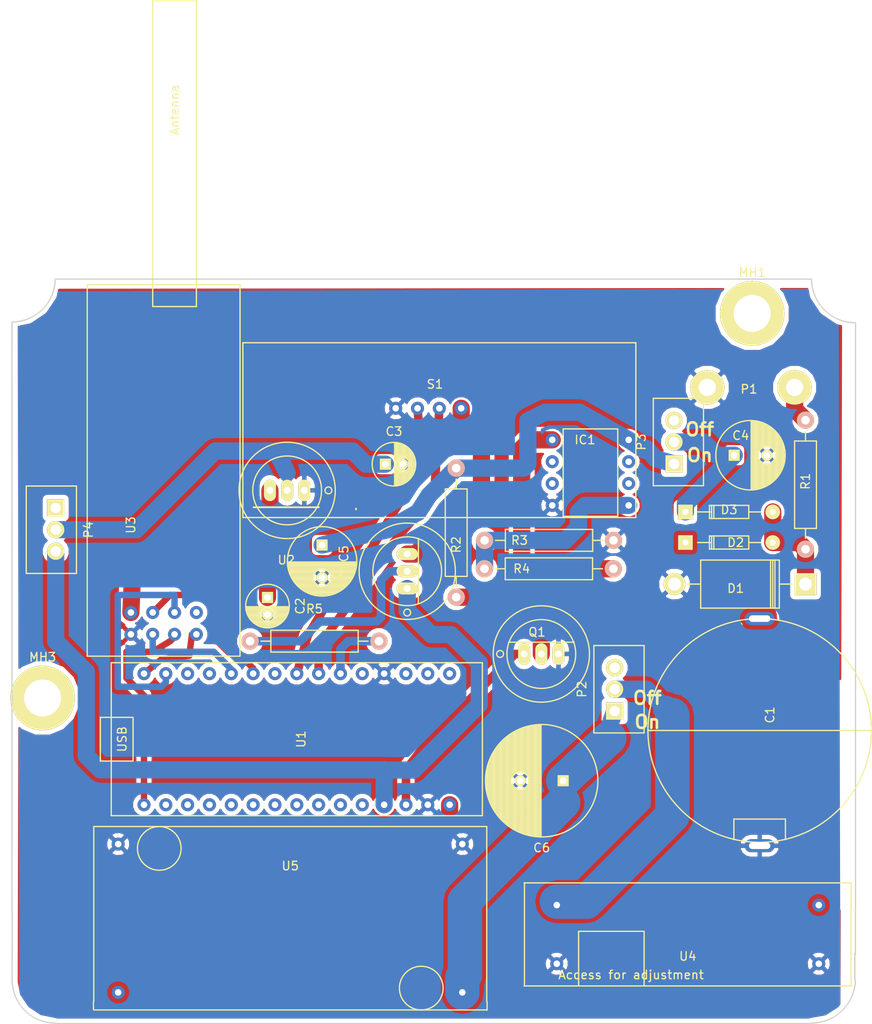
<source format=kicad_pcb>
(kicad_pcb (version 4) (host pcbnew 4.0.4+dfsg1-stable)

  (general
    (links 55)
    (no_connects 0)
    (area 29.510667 -4.119001 131.239001 115.137001)
    (thickness 1.6)
    (drawings 18)
    (tracks 162)
    (zones 0)
    (modules 29)
    (nets 54)
  )

  (page A4)
  (layers
    (0 F.Cu signal)
    (31 B.Cu signal)
    (32 B.Adhes user)
    (33 F.Adhes user)
    (34 B.Paste user)
    (35 F.Paste user)
    (36 B.SilkS user)
    (37 F.SilkS user)
    (38 B.Mask user)
    (39 F.Mask user)
    (40 Dwgs.User user)
    (41 Cmts.User user)
    (42 Eco1.User user)
    (43 Eco2.User user)
    (44 Edge.Cuts user)
    (45 Margin user)
    (46 B.CrtYd user)
    (47 F.CrtYd user)
    (48 B.Fab user)
    (49 F.Fab user)
  )

  (setup
    (last_trace_width 2)
    (user_trace_width 0.25)
    (user_trace_width 0.5)
    (user_trace_width 0.75)
    (user_trace_width 1)
    (user_trace_width 2)
    (user_trace_width 3)
    (user_trace_width 4)
    (user_trace_width 5)
    (trace_clearance 0.2)
    (zone_clearance 0.508)
    (zone_45_only no)
    (trace_min 0.2)
    (segment_width 0.2)
    (edge_width 0.15)
    (via_size 0.6)
    (via_drill 0.4)
    (via_min_size 0.4)
    (via_min_drill 0.3)
    (uvia_size 0.3)
    (uvia_drill 0.1)
    (uvias_allowed no)
    (uvia_min_size 0.2)
    (uvia_min_drill 0.1)
    (pcb_text_width 0.3)
    (pcb_text_size 1.5 1.5)
    (mod_edge_width 0.15)
    (mod_text_size 1 1)
    (mod_text_width 0.15)
    (pad_size 1.524 1.524)
    (pad_drill 0.762)
    (pad_to_mask_clearance 0.2)
    (aux_axis_origin 0 0)
    (visible_elements FFFFFFFF)
    (pcbplotparams
      (layerselection 0x010f0_80000001)
      (usegerberextensions true)
      (excludeedgelayer true)
      (linewidth 0.200000)
      (plotframeref false)
      (viasonmask false)
      (mode 1)
      (useauxorigin false)
      (hpglpennumber 1)
      (hpglpenspeed 20)
      (hpglpendiameter 15)
      (hpglpenoverlay 2)
      (psnegative false)
      (psa4output false)
      (plotreference true)
      (plotvalue true)
      (plotinvisibletext false)
      (padsonsilk false)
      (subtractmaskfromsilk false)
      (outputformat 1)
      (mirror false)
      (drillshape 0)
      (scaleselection 1)
      (outputdirectory gerber/))
  )

  (net 0 "")
  (net 1 stepupmt3608+)
  (net 2 GND)
  (net 3 "Net-(C2-Pad1)")
  (net 4 +5V)
  (net 5 ATtiny5V)
  (net 6 "Net-(C6-Pad1)")
  (net 7 "Net-(D1-Pad1)")
  (net 8 "Net-(IC1-Pad1)")
  (net 9 "Net-(IC1-Pad2)")
  (net 10 "Net-(IC1-Pad3)")
  (net 11 "Net-(IC1-Pad5)")
  (net 12 "Net-(IC1-Pad6)")
  (net 13 "Net-(IC1-Pad7)")
  (net 14 solarpanel+)
  (net 15 "Net-(Q1-Pad1)")
  (net 16 NanoReset)
  (net 17 Trig)
  (net 18 Echo)
  (net 19 SCK)
  (net 20 "Net-(U1-Pad2)")
  (net 21 "Net-(U1-Pad3)")
  (net 22 "Net-(U1-Pad4)")
  (net 23 "Net-(U1-Pad5)")
  (net 24 "Net-(U1-Pad6)")
  (net 25 "Net-(U1-Pad7)")
  (net 26 "Net-(U1-Pad8)")
  (net 27 "Net-(U1-Pad9)")
  (net 28 "Net-(U1-Pad10)")
  (net 29 "Net-(U1-Pad11)")
  (net 30 LM2596+)
  (net 31 "Net-(U1-Pad16)")
  (net 32 "Net-(U1-Pad17)")
  (net 33 "Net-(U1-Pad18)")
  (net 34 "Net-(U1-Pad24)")
  (net 35 CS)
  (net 36 CE)
  (net 37 "Net-(U1-Pad27)")
  (net 38 "Net-(U1-Pad28)")
  (net 39 MOSI)
  (net 40 MISO)
  (net 41 "Net-(P2-Pad2)")
  (net 42 "Net-(P2-Pad3)")
  (net 43 "Net-(C4-Pad1)")
  (net 44 "Net-(P3-Pad3)")
  (net 45 "Net-(MH1-Pad1)")
  (net 46 "Net-(MH3-Pad1)")
  (net 47 "Net-(C3-Pad1)")
  (net 48 "Net-(P4-Pad1)")
  (net 49 echo_trans)
  (net 50 "Net-(Q3-Pad3)")
  (net 51 "Net-(Q3-Pad2)")
  (net 52 "Net-(U1-Pad20)")
  (net 53 "Net-(U3-Pad8)")

  (net_class Default "This is the default net class."
    (clearance 0.2)
    (trace_width 0.25)
    (via_dia 0.6)
    (via_drill 0.4)
    (uvia_dia 0.3)
    (uvia_drill 0.1)
    (add_net +5V)
    (add_net ATtiny5V)
    (add_net CE)
    (add_net CS)
    (add_net Echo)
    (add_net GND)
    (add_net LM2596+)
    (add_net MISO)
    (add_net MOSI)
    (add_net NanoReset)
    (add_net "Net-(C2-Pad1)")
    (add_net "Net-(C3-Pad1)")
    (add_net "Net-(C4-Pad1)")
    (add_net "Net-(C6-Pad1)")
    (add_net "Net-(D1-Pad1)")
    (add_net "Net-(IC1-Pad1)")
    (add_net "Net-(IC1-Pad2)")
    (add_net "Net-(IC1-Pad3)")
    (add_net "Net-(IC1-Pad5)")
    (add_net "Net-(IC1-Pad6)")
    (add_net "Net-(IC1-Pad7)")
    (add_net "Net-(MH1-Pad1)")
    (add_net "Net-(MH3-Pad1)")
    (add_net "Net-(P2-Pad2)")
    (add_net "Net-(P2-Pad3)")
    (add_net "Net-(P3-Pad3)")
    (add_net "Net-(P4-Pad1)")
    (add_net "Net-(Q1-Pad1)")
    (add_net "Net-(Q3-Pad2)")
    (add_net "Net-(Q3-Pad3)")
    (add_net "Net-(U1-Pad10)")
    (add_net "Net-(U1-Pad11)")
    (add_net "Net-(U1-Pad16)")
    (add_net "Net-(U1-Pad17)")
    (add_net "Net-(U1-Pad18)")
    (add_net "Net-(U1-Pad2)")
    (add_net "Net-(U1-Pad20)")
    (add_net "Net-(U1-Pad24)")
    (add_net "Net-(U1-Pad27)")
    (add_net "Net-(U1-Pad28)")
    (add_net "Net-(U1-Pad3)")
    (add_net "Net-(U1-Pad4)")
    (add_net "Net-(U1-Pad5)")
    (add_net "Net-(U1-Pad6)")
    (add_net "Net-(U1-Pad7)")
    (add_net "Net-(U1-Pad8)")
    (add_net "Net-(U1-Pad9)")
    (add_net "Net-(U3-Pad8)")
    (add_net SCK)
    (add_net Trig)
    (add_net echo_trans)
    (add_net solarpanel+)
    (add_net stepupmt3608+)
  )

  (net_class power ""
    (clearance 0.2)
    (trace_width 4)
    (via_dia 0.6)
    (via_drill 0.4)
    (uvia_dia 0.3)
    (uvia_drill 0.1)
  )

  (module nrf:nrf (layer F.Cu) (tedit 580B2AA2) (tstamp 580F005C)
    (at 49.892 57.116 270)
    (path /580738E6)
    (fp_text reference U3 (at 0 5.08 270) (layer F.SilkS)
      (effects (font (size 1 1) (thickness 0.15)))
    )
    (fp_text value nRF24L01+ (at 0 -2.54 270) (layer F.Fab)
      (effects (font (size 1 1) (thickness 0.15)))
    )
    (fp_text user Antenna (at -48.26 0 270) (layer F.SilkS)
      (effects (font (size 1 1) (thickness 0.15)))
    )
    (fp_line (start -60.96 2.54) (end -25.4 2.54) (layer F.SilkS) (width 0.15))
    (fp_line (start -25.4 2.54) (end -25.4 -2.54) (layer F.SilkS) (width 0.15))
    (fp_line (start -25.4 -2.54) (end -60.96 -2.54) (layer F.SilkS) (width 0.15))
    (fp_line (start -60.96 -2.54) (end -60.96 2.54) (layer F.SilkS) (width 0.15))
    (fp_line (start 15.24 -7.62) (end 15.24 10.16) (layer F.SilkS) (width 0.15))
    (fp_line (start 15.24 10.16) (end -27.94 10.16) (layer F.SilkS) (width 0.15))
    (fp_line (start -27.94 10.16) (end -27.94 -7.62) (layer F.SilkS) (width 0.15))
    (fp_line (start -27.94 -7.62) (end 15.24 -7.62) (layer F.SilkS) (width 0.15))
    (pad 1 thru_hole circle (at 12.7 5.08 270) (size 1.524 1.524) (drill 0.762) (layers *.Cu *.Mask)
      (net 2 GND))
    (pad 2 thru_hole circle (at 10.16 5.08 270) (size 1.524 1.524) (drill 0.762) (layers *.Cu *.Mask)
      (net 3 "Net-(C2-Pad1)"))
    (pad 3 thru_hole circle (at 12.7 2.54 270) (size 1.524 1.524) (drill 0.762) (layers *.Cu *.Mask)
      (net 36 CE))
    (pad 4 thru_hole circle (at 10.16 2.54 270) (size 1.524 1.524) (drill 0.762) (layers *.Cu *.Mask)
      (net 35 CS))
    (pad 5 thru_hole circle (at 12.7 0 270) (size 1.524 1.524) (drill 0.762) (layers *.Cu *.Mask)
      (net 19 SCK))
    (pad 6 thru_hole circle (at 10.16 0 270) (size 1.524 1.524) (drill 0.762) (layers *.Cu *.Mask)
      (net 39 MOSI))
    (pad 7 thru_hole circle (at 12.7 -2.54 270) (size 1.524 1.524) (drill 0.762) (layers *.Cu *.Mask)
      (net 40 MISO))
    (pad 8 thru_hole circle (at 10.16 -2.54 270) (size 1.524 1.524) (drill 0.762) (layers *.Cu *.Mask)
      (net 53 "Net-(U3-Pad8)"))
  )

  (module Capacitors_ThroughHole:C_Radial_D5_L11_P2 (layer F.Cu) (tedit 0) (tstamp 580EFE81)
    (at 60.706 65.532 270)
    (descr "Radial Electrolytic Capacitor 5mm x Length 11mm, Pitch 2mm")
    (tags "Electrolytic Capacitor")
    (path /58072F63)
    (fp_text reference C2 (at 1 -3.8 270) (layer F.SilkS)
      (effects (font (size 1 1) (thickness 0.15)))
    )
    (fp_text value 1muF (at 1 3.8 270) (layer F.Fab)
      (effects (font (size 1 1) (thickness 0.15)))
    )
    (fp_line (start 1.075 -2.499) (end 1.075 2.499) (layer F.SilkS) (width 0.15))
    (fp_line (start 1.215 -2.491) (end 1.215 -0.154) (layer F.SilkS) (width 0.15))
    (fp_line (start 1.215 0.154) (end 1.215 2.491) (layer F.SilkS) (width 0.15))
    (fp_line (start 1.355 -2.475) (end 1.355 -0.473) (layer F.SilkS) (width 0.15))
    (fp_line (start 1.355 0.473) (end 1.355 2.475) (layer F.SilkS) (width 0.15))
    (fp_line (start 1.495 -2.451) (end 1.495 -0.62) (layer F.SilkS) (width 0.15))
    (fp_line (start 1.495 0.62) (end 1.495 2.451) (layer F.SilkS) (width 0.15))
    (fp_line (start 1.635 -2.418) (end 1.635 -0.712) (layer F.SilkS) (width 0.15))
    (fp_line (start 1.635 0.712) (end 1.635 2.418) (layer F.SilkS) (width 0.15))
    (fp_line (start 1.775 -2.377) (end 1.775 -0.768) (layer F.SilkS) (width 0.15))
    (fp_line (start 1.775 0.768) (end 1.775 2.377) (layer F.SilkS) (width 0.15))
    (fp_line (start 1.915 -2.327) (end 1.915 -0.795) (layer F.SilkS) (width 0.15))
    (fp_line (start 1.915 0.795) (end 1.915 2.327) (layer F.SilkS) (width 0.15))
    (fp_line (start 2.055 -2.266) (end 2.055 -0.798) (layer F.SilkS) (width 0.15))
    (fp_line (start 2.055 0.798) (end 2.055 2.266) (layer F.SilkS) (width 0.15))
    (fp_line (start 2.195 -2.196) (end 2.195 -0.776) (layer F.SilkS) (width 0.15))
    (fp_line (start 2.195 0.776) (end 2.195 2.196) (layer F.SilkS) (width 0.15))
    (fp_line (start 2.335 -2.114) (end 2.335 -0.726) (layer F.SilkS) (width 0.15))
    (fp_line (start 2.335 0.726) (end 2.335 2.114) (layer F.SilkS) (width 0.15))
    (fp_line (start 2.475 -2.019) (end 2.475 -0.644) (layer F.SilkS) (width 0.15))
    (fp_line (start 2.475 0.644) (end 2.475 2.019) (layer F.SilkS) (width 0.15))
    (fp_line (start 2.615 -1.908) (end 2.615 -0.512) (layer F.SilkS) (width 0.15))
    (fp_line (start 2.615 0.512) (end 2.615 1.908) (layer F.SilkS) (width 0.15))
    (fp_line (start 2.755 -1.78) (end 2.755 -0.265) (layer F.SilkS) (width 0.15))
    (fp_line (start 2.755 0.265) (end 2.755 1.78) (layer F.SilkS) (width 0.15))
    (fp_line (start 2.895 -1.631) (end 2.895 1.631) (layer F.SilkS) (width 0.15))
    (fp_line (start 3.035 -1.452) (end 3.035 1.452) (layer F.SilkS) (width 0.15))
    (fp_line (start 3.175 -1.233) (end 3.175 1.233) (layer F.SilkS) (width 0.15))
    (fp_line (start 3.315 -0.944) (end 3.315 0.944) (layer F.SilkS) (width 0.15))
    (fp_line (start 3.455 -0.472) (end 3.455 0.472) (layer F.SilkS) (width 0.15))
    (fp_circle (center 2 0) (end 2 -0.8) (layer F.SilkS) (width 0.15))
    (fp_circle (center 1 0) (end 1 -2.5375) (layer F.SilkS) (width 0.15))
    (fp_circle (center 1 0) (end 1 -2.8) (layer F.CrtYd) (width 0.05))
    (pad 1 thru_hole rect (at 0 0 270) (size 1.3 1.3) (drill 0.8) (layers *.Cu *.Mask F.SilkS)
      (net 3 "Net-(C2-Pad1)"))
    (pad 2 thru_hole circle (at 2 0 270) (size 1.3 1.3) (drill 0.8) (layers *.Cu *.Mask F.SilkS)
      (net 2 GND))
    (model Capacitors_ThroughHole.3dshapes/C_Radial_D5_L11_P2.wrl
      (at (xyz 0 0 0))
      (scale (xyz 1 1 1))
      (rotate (xyz 0 0 0))
    )
  )

  (module Capacitors_ThroughHole:C_Radial_D5_L11_P2 (layer F.Cu) (tedit 0) (tstamp 580EFEA8)
    (at 74.422 50.038)
    (descr "Radial Electrolytic Capacitor 5mm x Length 11mm, Pitch 2mm")
    (tags "Electrolytic Capacitor")
    (path /580730B1)
    (fp_text reference C3 (at 1 -3.8) (layer F.SilkS)
      (effects (font (size 1 1) (thickness 0.15)))
    )
    (fp_text value 1muF (at 1 3.8) (layer F.Fab)
      (effects (font (size 1 1) (thickness 0.15)))
    )
    (fp_line (start 1.075 -2.499) (end 1.075 2.499) (layer F.SilkS) (width 0.15))
    (fp_line (start 1.215 -2.491) (end 1.215 -0.154) (layer F.SilkS) (width 0.15))
    (fp_line (start 1.215 0.154) (end 1.215 2.491) (layer F.SilkS) (width 0.15))
    (fp_line (start 1.355 -2.475) (end 1.355 -0.473) (layer F.SilkS) (width 0.15))
    (fp_line (start 1.355 0.473) (end 1.355 2.475) (layer F.SilkS) (width 0.15))
    (fp_line (start 1.495 -2.451) (end 1.495 -0.62) (layer F.SilkS) (width 0.15))
    (fp_line (start 1.495 0.62) (end 1.495 2.451) (layer F.SilkS) (width 0.15))
    (fp_line (start 1.635 -2.418) (end 1.635 -0.712) (layer F.SilkS) (width 0.15))
    (fp_line (start 1.635 0.712) (end 1.635 2.418) (layer F.SilkS) (width 0.15))
    (fp_line (start 1.775 -2.377) (end 1.775 -0.768) (layer F.SilkS) (width 0.15))
    (fp_line (start 1.775 0.768) (end 1.775 2.377) (layer F.SilkS) (width 0.15))
    (fp_line (start 1.915 -2.327) (end 1.915 -0.795) (layer F.SilkS) (width 0.15))
    (fp_line (start 1.915 0.795) (end 1.915 2.327) (layer F.SilkS) (width 0.15))
    (fp_line (start 2.055 -2.266) (end 2.055 -0.798) (layer F.SilkS) (width 0.15))
    (fp_line (start 2.055 0.798) (end 2.055 2.266) (layer F.SilkS) (width 0.15))
    (fp_line (start 2.195 -2.196) (end 2.195 -0.776) (layer F.SilkS) (width 0.15))
    (fp_line (start 2.195 0.776) (end 2.195 2.196) (layer F.SilkS) (width 0.15))
    (fp_line (start 2.335 -2.114) (end 2.335 -0.726) (layer F.SilkS) (width 0.15))
    (fp_line (start 2.335 0.726) (end 2.335 2.114) (layer F.SilkS) (width 0.15))
    (fp_line (start 2.475 -2.019) (end 2.475 -0.644) (layer F.SilkS) (width 0.15))
    (fp_line (start 2.475 0.644) (end 2.475 2.019) (layer F.SilkS) (width 0.15))
    (fp_line (start 2.615 -1.908) (end 2.615 -0.512) (layer F.SilkS) (width 0.15))
    (fp_line (start 2.615 0.512) (end 2.615 1.908) (layer F.SilkS) (width 0.15))
    (fp_line (start 2.755 -1.78) (end 2.755 -0.265) (layer F.SilkS) (width 0.15))
    (fp_line (start 2.755 0.265) (end 2.755 1.78) (layer F.SilkS) (width 0.15))
    (fp_line (start 2.895 -1.631) (end 2.895 1.631) (layer F.SilkS) (width 0.15))
    (fp_line (start 3.035 -1.452) (end 3.035 1.452) (layer F.SilkS) (width 0.15))
    (fp_line (start 3.175 -1.233) (end 3.175 1.233) (layer F.SilkS) (width 0.15))
    (fp_line (start 3.315 -0.944) (end 3.315 0.944) (layer F.SilkS) (width 0.15))
    (fp_line (start 3.455 -0.472) (end 3.455 0.472) (layer F.SilkS) (width 0.15))
    (fp_circle (center 2 0) (end 2 -0.8) (layer F.SilkS) (width 0.15))
    (fp_circle (center 1 0) (end 1 -2.5375) (layer F.SilkS) (width 0.15))
    (fp_circle (center 1 0) (end 1 -2.8) (layer F.CrtYd) (width 0.05))
    (pad 1 thru_hole rect (at 0 0) (size 1.3 1.3) (drill 0.8) (layers *.Cu *.Mask F.SilkS)
      (net 47 "Net-(C3-Pad1)"))
    (pad 2 thru_hole circle (at 2 0) (size 1.3 1.3) (drill 0.8) (layers *.Cu *.Mask F.SilkS)
      (net 2 GND))
    (model Capacitors_ThroughHole.3dshapes/C_Radial_D5_L11_P2.wrl
      (at (xyz 0 0 0))
      (scale (xyz 1 1 1))
      (rotate (xyz 0 0 0))
    )
  )

  (module Capacitors_ThroughHole:C_Radial_D8_L21_P3.8 (layer F.Cu) (tedit 58112655) (tstamp 580EFEDD)
    (at 115 49)
    (descr "Radial Electrolytic Capacitor Diameter 8mm x Length 21mm, Pitch 3.8mm")
    (tags "Electrolytic Capacitor")
    (path /580804F8)
    (fp_text reference C4 (at 0.762 -2.286) (layer F.SilkS)
      (effects (font (size 1 1) (thickness 0.15)))
    )
    (fp_text value 440muF (at 2 2) (layer F.Fab)
      (effects (font (size 1 1) (thickness 0.15)))
    )
    (fp_line (start 1.975 -3.999) (end 1.975 3.999) (layer F.SilkS) (width 0.15))
    (fp_line (start 2.115 -3.994) (end 2.115 3.994) (layer F.SilkS) (width 0.15))
    (fp_line (start 2.255 -3.984) (end 2.255 3.984) (layer F.SilkS) (width 0.15))
    (fp_line (start 2.395 -3.969) (end 2.395 3.969) (layer F.SilkS) (width 0.15))
    (fp_line (start 2.535 -3.949) (end 2.535 3.949) (layer F.SilkS) (width 0.15))
    (fp_line (start 2.675 -3.924) (end 2.675 3.924) (layer F.SilkS) (width 0.15))
    (fp_line (start 2.815 -3.894) (end 2.815 -0.173) (layer F.SilkS) (width 0.15))
    (fp_line (start 2.815 0.173) (end 2.815 3.894) (layer F.SilkS) (width 0.15))
    (fp_line (start 2.955 -3.858) (end 2.955 -0.535) (layer F.SilkS) (width 0.15))
    (fp_line (start 2.955 0.535) (end 2.955 3.858) (layer F.SilkS) (width 0.15))
    (fp_line (start 3.095 -3.817) (end 3.095 -0.709) (layer F.SilkS) (width 0.15))
    (fp_line (start 3.095 0.709) (end 3.095 3.817) (layer F.SilkS) (width 0.15))
    (fp_line (start 3.235 -3.771) (end 3.235 -0.825) (layer F.SilkS) (width 0.15))
    (fp_line (start 3.235 0.825) (end 3.235 3.771) (layer F.SilkS) (width 0.15))
    (fp_line (start 3.375 -3.718) (end 3.375 -0.905) (layer F.SilkS) (width 0.15))
    (fp_line (start 3.375 0.905) (end 3.375 3.718) (layer F.SilkS) (width 0.15))
    (fp_line (start 3.515 -3.659) (end 3.515 -0.959) (layer F.SilkS) (width 0.15))
    (fp_line (start 3.515 0.959) (end 3.515 3.659) (layer F.SilkS) (width 0.15))
    (fp_line (start 3.655 -3.594) (end 3.655 -0.989) (layer F.SilkS) (width 0.15))
    (fp_line (start 3.655 0.989) (end 3.655 3.594) (layer F.SilkS) (width 0.15))
    (fp_line (start 3.795 -3.523) (end 3.795 -1) (layer F.SilkS) (width 0.15))
    (fp_line (start 3.795 1) (end 3.795 3.523) (layer F.SilkS) (width 0.15))
    (fp_line (start 3.935 -3.444) (end 3.935 -0.991) (layer F.SilkS) (width 0.15))
    (fp_line (start 3.935 0.991) (end 3.935 3.444) (layer F.SilkS) (width 0.15))
    (fp_line (start 4.075 -3.357) (end 4.075 -0.961) (layer F.SilkS) (width 0.15))
    (fp_line (start 4.075 0.961) (end 4.075 3.357) (layer F.SilkS) (width 0.15))
    (fp_line (start 4.215 -3.262) (end 4.215 -0.91) (layer F.SilkS) (width 0.15))
    (fp_line (start 4.215 0.91) (end 4.215 3.262) (layer F.SilkS) (width 0.15))
    (fp_line (start 4.355 -3.158) (end 4.355 -0.832) (layer F.SilkS) (width 0.15))
    (fp_line (start 4.355 0.832) (end 4.355 3.158) (layer F.SilkS) (width 0.15))
    (fp_line (start 4.495 -3.044) (end 4.495 -0.719) (layer F.SilkS) (width 0.15))
    (fp_line (start 4.495 0.719) (end 4.495 3.044) (layer F.SilkS) (width 0.15))
    (fp_line (start 4.635 -2.919) (end 4.635 -0.55) (layer F.SilkS) (width 0.15))
    (fp_line (start 4.635 0.55) (end 4.635 2.919) (layer F.SilkS) (width 0.15))
    (fp_line (start 4.775 -2.781) (end 4.775 -0.222) (layer F.SilkS) (width 0.15))
    (fp_line (start 4.775 0.222) (end 4.775 2.781) (layer F.SilkS) (width 0.15))
    (fp_line (start 4.915 -2.629) (end 4.915 2.629) (layer F.SilkS) (width 0.15))
    (fp_line (start 5.055 -2.459) (end 5.055 2.459) (layer F.SilkS) (width 0.15))
    (fp_line (start 5.195 -2.268) (end 5.195 2.268) (layer F.SilkS) (width 0.15))
    (fp_line (start 5.335 -2.05) (end 5.335 2.05) (layer F.SilkS) (width 0.15))
    (fp_line (start 5.475 -1.794) (end 5.475 1.794) (layer F.SilkS) (width 0.15))
    (fp_line (start 5.615 -1.483) (end 5.615 1.483) (layer F.SilkS) (width 0.15))
    (fp_line (start 5.755 -1.067) (end 5.755 1.067) (layer F.SilkS) (width 0.15))
    (fp_line (start 5.895 -0.2) (end 5.895 0.2) (layer F.SilkS) (width 0.15))
    (fp_circle (center 3.8 0) (end 3.8 -1) (layer F.SilkS) (width 0.15))
    (fp_circle (center 1.9 0) (end 1.9 -4.0375) (layer F.SilkS) (width 0.15))
    (fp_circle (center 1.9 0) (end 1.9 -4.3) (layer F.CrtYd) (width 0.05))
    (pad 1 thru_hole rect (at 0 0) (size 1.3 1.3) (drill 0.8) (layers *.Cu *.Mask F.SilkS)
      (net 43 "Net-(C4-Pad1)"))
    (pad 2 thru_hole circle (at 3.8 0) (size 1.3 1.3) (drill 0.8) (layers *.Cu *.Mask F.SilkS)
      (net 2 GND))
    (model Capacitors_ThroughHole.3dshapes/C_Radial_D8_L21_P3.8.wrl
      (at (xyz 0.0748031 0 0))
      (scale (xyz 1 1 1))
      (rotate (xyz 0 0 90))
    )
  )

  (module Capacitors_ThroughHole:C_Radial_D13_L21_P5 (layer F.Cu) (tedit 58111F02) (tstamp 580EFF22)
    (at 95.104 86.834 180)
    (descr "Radial Electrolytic Capacitor 13mm x Length 21mm, Pitch 5mm")
    (tags "Electrolytic Capacitor")
    (path /5808138D)
    (fp_text reference C6 (at 2.5 -7.8 180) (layer F.SilkS)
      (effects (font (size 1 1) (thickness 0.15)))
    )
    (fp_text value 2F (at 1.104 3.834 180) (layer F.Fab)
      (effects (font (size 1 1) (thickness 0.15)))
    )
    (fp_line (start 2.575 -6.5) (end 2.575 6.5) (layer F.SilkS) (width 0.15))
    (fp_line (start 2.715 -6.496) (end 2.715 6.496) (layer F.SilkS) (width 0.15))
    (fp_line (start 2.855 -6.49) (end 2.855 6.49) (layer F.SilkS) (width 0.15))
    (fp_line (start 2.995 -6.481) (end 2.995 6.481) (layer F.SilkS) (width 0.15))
    (fp_line (start 3.135 -6.469) (end 3.135 6.469) (layer F.SilkS) (width 0.15))
    (fp_line (start 3.275 -6.454) (end 3.275 6.454) (layer F.SilkS) (width 0.15))
    (fp_line (start 3.415 -6.435) (end 3.415 6.435) (layer F.SilkS) (width 0.15))
    (fp_line (start 3.555 -6.414) (end 3.555 6.414) (layer F.SilkS) (width 0.15))
    (fp_line (start 3.695 -6.389) (end 3.695 6.389) (layer F.SilkS) (width 0.15))
    (fp_line (start 3.835 -6.361) (end 3.835 6.361) (layer F.SilkS) (width 0.15))
    (fp_line (start 3.975 -6.33) (end 3.975 6.33) (layer F.SilkS) (width 0.15))
    (fp_line (start 4.115 -6.296) (end 4.115 -0.466) (layer F.SilkS) (width 0.15))
    (fp_line (start 4.115 0.466) (end 4.115 6.296) (layer F.SilkS) (width 0.15))
    (fp_line (start 4.255 -6.259) (end 4.255 -0.667) (layer F.SilkS) (width 0.15))
    (fp_line (start 4.255 0.667) (end 4.255 6.259) (layer F.SilkS) (width 0.15))
    (fp_line (start 4.395 -6.218) (end 4.395 -0.796) (layer F.SilkS) (width 0.15))
    (fp_line (start 4.395 0.796) (end 4.395 6.218) (layer F.SilkS) (width 0.15))
    (fp_line (start 4.535 -6.173) (end 4.535 -0.885) (layer F.SilkS) (width 0.15))
    (fp_line (start 4.535 0.885) (end 4.535 6.173) (layer F.SilkS) (width 0.15))
    (fp_line (start 4.675 -6.125) (end 4.675 -0.946) (layer F.SilkS) (width 0.15))
    (fp_line (start 4.675 0.946) (end 4.675 6.125) (layer F.SilkS) (width 0.15))
    (fp_line (start 4.815 -6.074) (end 4.815 -0.983) (layer F.SilkS) (width 0.15))
    (fp_line (start 4.815 0.983) (end 4.815 6.074) (layer F.SilkS) (width 0.15))
    (fp_line (start 4.955 -6.019) (end 4.955 -0.999) (layer F.SilkS) (width 0.15))
    (fp_line (start 4.955 0.999) (end 4.955 6.019) (layer F.SilkS) (width 0.15))
    (fp_line (start 5.095 -5.96) (end 5.095 -0.995) (layer F.SilkS) (width 0.15))
    (fp_line (start 5.095 0.995) (end 5.095 5.96) (layer F.SilkS) (width 0.15))
    (fp_line (start 5.235 -5.897) (end 5.235 -0.972) (layer F.SilkS) (width 0.15))
    (fp_line (start 5.235 0.972) (end 5.235 5.897) (layer F.SilkS) (width 0.15))
    (fp_line (start 5.375 -5.83) (end 5.375 -0.927) (layer F.SilkS) (width 0.15))
    (fp_line (start 5.375 0.927) (end 5.375 5.83) (layer F.SilkS) (width 0.15))
    (fp_line (start 5.515 -5.758) (end 5.515 -0.857) (layer F.SilkS) (width 0.15))
    (fp_line (start 5.515 0.857) (end 5.515 5.758) (layer F.SilkS) (width 0.15))
    (fp_line (start 5.655 -5.683) (end 5.655 -0.756) (layer F.SilkS) (width 0.15))
    (fp_line (start 5.655 0.756) (end 5.655 5.683) (layer F.SilkS) (width 0.15))
    (fp_line (start 5.795 -5.603) (end 5.795 -0.607) (layer F.SilkS) (width 0.15))
    (fp_line (start 5.795 0.607) (end 5.795 5.603) (layer F.SilkS) (width 0.15))
    (fp_line (start 5.935 -5.518) (end 5.935 -0.355) (layer F.SilkS) (width 0.15))
    (fp_line (start 5.935 0.355) (end 5.935 5.518) (layer F.SilkS) (width 0.15))
    (fp_line (start 6.075 -5.429) (end 6.075 5.429) (layer F.SilkS) (width 0.15))
    (fp_line (start 6.215 -5.334) (end 6.215 5.334) (layer F.SilkS) (width 0.15))
    (fp_line (start 6.355 -5.233) (end 6.355 5.233) (layer F.SilkS) (width 0.15))
    (fp_line (start 6.495 -5.127) (end 6.495 5.127) (layer F.SilkS) (width 0.15))
    (fp_line (start 6.635 -5.015) (end 6.635 5.015) (layer F.SilkS) (width 0.15))
    (fp_line (start 6.775 -4.896) (end 6.775 4.896) (layer F.SilkS) (width 0.15))
    (fp_line (start 6.915 -4.771) (end 6.915 4.771) (layer F.SilkS) (width 0.15))
    (fp_line (start 7.055 -4.637) (end 7.055 4.637) (layer F.SilkS) (width 0.15))
    (fp_line (start 7.195 -4.495) (end 7.195 4.495) (layer F.SilkS) (width 0.15))
    (fp_line (start 7.335 -4.344) (end 7.335 4.344) (layer F.SilkS) (width 0.15))
    (fp_line (start 7.475 -4.183) (end 7.475 4.183) (layer F.SilkS) (width 0.15))
    (fp_line (start 7.615 -4.011) (end 7.615 4.011) (layer F.SilkS) (width 0.15))
    (fp_line (start 7.755 -3.826) (end 7.755 3.826) (layer F.SilkS) (width 0.15))
    (fp_line (start 7.895 -3.625) (end 7.895 3.625) (layer F.SilkS) (width 0.15))
    (fp_line (start 8.035 -3.408) (end 8.035 3.408) (layer F.SilkS) (width 0.15))
    (fp_line (start 8.175 -3.169) (end 8.175 3.169) (layer F.SilkS) (width 0.15))
    (fp_line (start 8.315 -2.904) (end 8.315 2.904) (layer F.SilkS) (width 0.15))
    (fp_line (start 8.455 -2.605) (end 8.455 2.605) (layer F.SilkS) (width 0.15))
    (fp_line (start 8.595 -2.259) (end 8.595 2.259) (layer F.SilkS) (width 0.15))
    (fp_line (start 8.735 -1.837) (end 8.735 1.837) (layer F.SilkS) (width 0.15))
    (fp_line (start 8.875 -1.269) (end 8.875 1.269) (layer F.SilkS) (width 0.15))
    (fp_circle (center 5 0) (end 5 -1) (layer F.SilkS) (width 0.15))
    (fp_circle (center 2.5 0) (end 2.5 -6.5375) (layer F.SilkS) (width 0.15))
    (fp_circle (center 2.5 0) (end 2.5 -6.8) (layer F.CrtYd) (width 0.05))
    (pad 1 thru_hole rect (at 0 0 180) (size 1.3 1.3) (drill 0.8) (layers *.Cu *.Mask F.SilkS)
      (net 6 "Net-(C6-Pad1)"))
    (pad 2 thru_hole circle (at 5 0 180) (size 1.3 1.3) (drill 0.8) (layers *.Cu *.Mask F.SilkS)
      (net 2 GND))
    (model Capacitors_ThroughHole.3dshapes/C_Radial_D13_L21_P5.wrl
      (at (xyz 0.0984252 0 0))
      (scale (xyz 1 1 1))
      (rotate (xyz 0 0 90))
    )
  )

  (module Diodes_ThroughHole:Diode_DO-201AD_Horizontal_RM15 (layer F.Cu) (tedit 580DA052) (tstamp 580EFF31)
    (at 123.298 63.974 180)
    (descr "Diode DO-201AD Horizontal")
    (tags "Diode DO-201AD Horizontal SB320 SB340 SB360")
    (path /5807FD29)
    (fp_text reference D1 (at 8.128 -0.508 180) (layer F.SilkS)
      (effects (font (size 1 1) (thickness 0.15)))
    )
    (fp_text value "1N5817 (prev IN752)" (at 7.366 -3.302 180) (layer F.Fab)
      (effects (font (size 1 1) (thickness 0.15)))
    )
    (fp_line (start 12.19322 -0.00296) (end 13.71722 -0.00296) (layer F.SilkS) (width 0.15))
    (fp_line (start 3.04922 -0.00296) (end 1.52522 -0.00296) (layer F.SilkS) (width 0.15))
    (fp_line (start 4.06522 -2.79696) (end 4.06522 2.79104) (layer F.SilkS) (width 0.15))
    (fp_line (start 3.81122 -2.79696) (end 3.81122 2.79104) (layer F.SilkS) (width 0.15))
    (fp_line (start 3.55722 -2.79696) (end 3.55722 2.79104) (layer F.SilkS) (width 0.15))
    (fp_line (start 3.04922 2.79104) (end 3.04922 -2.79696) (layer F.SilkS) (width 0.15))
    (fp_line (start 3.04922 -2.79696) (end 12.19322 -2.79696) (layer F.SilkS) (width 0.15))
    (fp_line (start 12.19322 -2.79696) (end 12.19322 2.79104) (layer F.SilkS) (width 0.15))
    (fp_line (start 12.19322 2.79104) (end 3.04922 2.79104) (layer F.SilkS) (width 0.15))
    (pad 2 thru_hole circle (at 15.24122 -0.00296) (size 2.54 2.54) (drill 1.50114) (layers *.Cu *.Mask F.SilkS)
      (net 2 GND))
    (pad 1 thru_hole rect (at 0.00122 -0.00296) (size 2.54 2.54) (drill 1.50114) (layers *.Cu *.Mask F.SilkS)
      (net 7 "Net-(D1-Pad1)"))
  )

  (module Diodes_ThroughHole:Diode_DO-35_SOD27_Horizontal_RM10 (layer F.Cu) (tedit 580DA048) (tstamp 580EFF40)
    (at 109.328 59.148)
    (descr "Diode, DO-35,  SOD27, Horizontal, RM 10mm")
    (tags "Diode, DO-35, SOD27, Horizontal, RM 10mm, 1N4148,")
    (path /5807FDC4)
    (fp_text reference D2 (at 5.842 0) (layer F.SilkS)
      (effects (font (size 1 1) (thickness 0.15)))
    )
    (fp_text value IN4148 (at 5.08 -1.524) (layer F.Fab)
      (effects (font (size 1 1) (thickness 0.15)))
    )
    (fp_line (start 7.36652 -0.00254) (end 8.76352 -0.00254) (layer F.SilkS) (width 0.15))
    (fp_line (start 2.92152 -0.00254) (end 1.39752 -0.00254) (layer F.SilkS) (width 0.15))
    (fp_line (start 3.30252 -0.76454) (end 3.30252 0.75946) (layer F.SilkS) (width 0.15))
    (fp_line (start 3.04852 -0.76454) (end 3.04852 0.75946) (layer F.SilkS) (width 0.15))
    (fp_line (start 2.79452 -0.00254) (end 2.79452 0.75946) (layer F.SilkS) (width 0.15))
    (fp_line (start 2.79452 0.75946) (end 7.36652 0.75946) (layer F.SilkS) (width 0.15))
    (fp_line (start 7.36652 0.75946) (end 7.36652 -0.76454) (layer F.SilkS) (width 0.15))
    (fp_line (start 7.36652 -0.76454) (end 2.79452 -0.76454) (layer F.SilkS) (width 0.15))
    (fp_line (start 2.79452 -0.76454) (end 2.79452 -0.00254) (layer F.SilkS) (width 0.15))
    (pad 2 thru_hole circle (at 10.16052 -0.00254 180) (size 1.69926 1.69926) (drill 0.70104) (layers *.Cu *.Mask F.SilkS)
      (net 7 "Net-(D1-Pad1)"))
    (pad 1 thru_hole rect (at 0.00052 -0.00254 180) (size 1.69926 1.69926) (drill 0.70104) (layers *.Cu *.Mask F.SilkS)
      (net 1 stepupmt3608+))
    (model Diodes_ThroughHole.3dshapes/Diode_DO-35_SOD27_Horizontal_RM10.wrl
      (at (xyz 0.2 0 0))
      (scale (xyz 0.4 0.4 0.4))
      (rotate (xyz 0 0 180))
    )
  )

  (module Diodes_ThroughHole:Diode_DO-35_SOD27_Horizontal_RM10 (layer F.Cu) (tedit 580DA03C) (tstamp 580EFF4F)
    (at 109.328 55.592)
    (descr "Diode, DO-35,  SOD27, Horizontal, RM 10mm")
    (tags "Diode, DO-35, SOD27, Horizontal, RM 10mm, 1N4148,")
    (path /58080422)
    (fp_text reference D3 (at 5.08 -0.254) (layer F.SilkS)
      (effects (font (size 1 1) (thickness 0.15)))
    )
    (fp_text value IN4148 (at 4.826 -1.524) (layer F.Fab)
      (effects (font (size 1 1) (thickness 0.15)))
    )
    (fp_line (start 7.36652 -0.00254) (end 8.76352 -0.00254) (layer F.SilkS) (width 0.15))
    (fp_line (start 2.92152 -0.00254) (end 1.39752 -0.00254) (layer F.SilkS) (width 0.15))
    (fp_line (start 3.30252 -0.76454) (end 3.30252 0.75946) (layer F.SilkS) (width 0.15))
    (fp_line (start 3.04852 -0.76454) (end 3.04852 0.75946) (layer F.SilkS) (width 0.15))
    (fp_line (start 2.79452 -0.00254) (end 2.79452 0.75946) (layer F.SilkS) (width 0.15))
    (fp_line (start 2.79452 0.75946) (end 7.36652 0.75946) (layer F.SilkS) (width 0.15))
    (fp_line (start 7.36652 0.75946) (end 7.36652 -0.76454) (layer F.SilkS) (width 0.15))
    (fp_line (start 7.36652 -0.76454) (end 2.79452 -0.76454) (layer F.SilkS) (width 0.15))
    (fp_line (start 2.79452 -0.76454) (end 2.79452 -0.00254) (layer F.SilkS) (width 0.15))
    (pad 2 thru_hole circle (at 10.16052 -0.00254 180) (size 1.69926 1.69926) (drill 0.70104) (layers *.Cu *.Mask F.SilkS)
      (net 7 "Net-(D1-Pad1)"))
    (pad 1 thru_hole rect (at 0.00052 -0.00254 180) (size 1.69926 1.69926) (drill 0.70104) (layers *.Cu *.Mask F.SilkS)
      (net 43 "Net-(C4-Pad1)"))
    (model Diodes_ThroughHole.3dshapes/Diode_DO-35_SOD27_Horizontal_RM10.wrl
      (at (xyz 0.2 0 0))
      (scale (xyz 0.4 0.4 0.4))
      (rotate (xyz 0 0 180))
    )
  )

  (module ATTiny:ATTiny85 (layer F.Cu) (tedit 580B302B) (tstamp 580EFF5F)
    (at 97.644 51.02)
    (path /580B2EFC)
    (fp_text reference IC1 (at 0 -3.81) (layer F.SilkS)
      (effects (font (size 1 1) (thickness 0.15)))
    )
    (fp_text value ATTINY25-SS (at 0 -6.35) (layer F.Fab)
      (effects (font (size 1 1) (thickness 0.15)))
    )
    (fp_line (start -2.54 -5.08) (end 3.81 -5.08) (layer F.SilkS) (width 0.15))
    (fp_line (start 3.81 -5.08) (end 3.81 5.08) (layer F.SilkS) (width 0.15))
    (fp_line (start 3.81 5.08) (end -2.54 5.08) (layer F.SilkS) (width 0.15))
    (fp_line (start -2.54 5.08) (end -2.54 -5.08) (layer F.SilkS) (width 0.15))
    (pad 1 thru_hole circle (at -3.81 -3.81) (size 1.524 1.524) (drill 0.762) (layers *.Cu *.Mask)
      (net 8 "Net-(IC1-Pad1)"))
    (pad 2 thru_hole circle (at -3.81 -1.27) (size 1.524 1.524) (drill 0.762) (layers *.Cu *.Mask)
      (net 9 "Net-(IC1-Pad2)"))
    (pad 3 thru_hole circle (at -3.81 1.27) (size 1.524 1.524) (drill 0.762) (layers *.Cu *.Mask)
      (net 10 "Net-(IC1-Pad3)"))
    (pad 4 thru_hole circle (at -3.81 3.81) (size 1.524 1.524) (drill 0.762) (layers *.Cu *.Mask)
      (net 2 GND))
    (pad 5 thru_hole circle (at 5.08 3.81) (size 1.524 1.524) (drill 0.762) (layers *.Cu *.Mask)
      (net 11 "Net-(IC1-Pad5)"))
    (pad 6 thru_hole circle (at 5.08 1.27) (size 1.524 1.524) (drill 0.762) (layers *.Cu *.Mask)
      (net 12 "Net-(IC1-Pad6)"))
    (pad 7 thru_hole circle (at 5.08 -1.27) (size 1.524 1.524) (drill 0.762) (layers *.Cu *.Mask)
      (net 13 "Net-(IC1-Pad7)"))
    (pad 8 thru_hole circle (at 5.08 -3.81) (size 1.524 1.524) (drill 0.762) (layers *.Cu *.Mask)
      (net 5 ATtiny5V))
  )

  (module Wire_Connections_Bridges:WireConnection_2.00mmDrill (layer F.Cu) (tedit 580EB951) (tstamp 580EFFBB)
    (at 111.868 41.114)
    (descr "WireConnection with 2mm drill")
    (path /580B37E2)
    (fp_text reference P1 (at 4.8514 0.2032) (layer F.SilkS)
      (effects (font (size 1 1) (thickness 0.15)))
    )
    (fp_text value CONN_01X02 (at 4.826 -3.302) (layer F.Fab)
      (effects (font (size 1 1) (thickness 0.15)))
    )
    (fp_line (start 14.0716 -3.7592) (end 13.8684 -3.6576) (layer Cmts.User) (width 0.381))
    (fp_line (start 13.8684 -3.6576) (end 13.6398 -3.6576) (layer Cmts.User) (width 0.381))
    (fp_line (start 13.6398 -3.6576) (end 13.4366 -3.7592) (layer Cmts.User) (width 0.381))
    (fp_line (start 13.4366 -3.7592) (end 13.3604 -4.1148) (layer Cmts.User) (width 0.381))
    (fp_line (start 13.3604 -4.1148) (end 13.3604 -4.572) (layer Cmts.User) (width 0.381))
    (fp_line (start 13.3604 -4.572) (end 13.462 -4.6482) (layer Cmts.User) (width 0.381))
    (fp_line (start 13.462 -4.6482) (end 13.7668 -4.7244) (layer Cmts.User) (width 0.381))
    (fp_line (start 13.7668 -4.7244) (end 13.9954 -4.6736) (layer Cmts.User) (width 0.381))
    (fp_line (start 13.9954 -4.6736) (end 14.0462 -4.318) (layer Cmts.User) (width 0.381))
    (fp_line (start 14.0462 -4.318) (end 13.4366 -4.191) (layer Cmts.User) (width 0.381))
    (fp_line (start 13.4366 -4.191) (end 13.4366 -4.2418) (layer Cmts.User) (width 0.381))
    (fp_line (start 12.7508 -3.7084) (end 12.4206 -3.7084) (layer Cmts.User) (width 0.381))
    (fp_line (start 12.4206 -3.7084) (end 12.2174 -3.7084) (layer Cmts.User) (width 0.381))
    (fp_line (start 12.2174 -3.7084) (end 12.0396 -3.8608) (layer Cmts.User) (width 0.381))
    (fp_line (start 12.0396 -3.8608) (end 12.0396 -4.2418) (layer Cmts.User) (width 0.381))
    (fp_line (start 12.0396 -4.2418) (end 12.1412 -4.572) (layer Cmts.User) (width 0.381))
    (fp_line (start 12.1412 -4.572) (end 12.2936 -4.6482) (layer Cmts.User) (width 0.381))
    (fp_line (start 12.2936 -4.6482) (end 12.573 -4.6482) (layer Cmts.User) (width 0.381))
    (fp_line (start 12.573 -4.6482) (end 12.7508 -4.572) (layer Cmts.User) (width 0.381))
    (fp_line (start 12.7508 -4.572) (end 12.7762 -4.2672) (layer Cmts.User) (width 0.381))
    (fp_line (start 12.7762 -4.2672) (end 12.1412 -4.2418) (layer Cmts.User) (width 0.381))
    (fp_line (start 11.2268 -4.5212) (end 11.6078 -4.6736) (layer Cmts.User) (width 0.381))
    (fp_line (start 11.6078 -4.6736) (end 11.6332 -4.6736) (layer Cmts.User) (width 0.381))
    (fp_line (start 11.2014 -4.7244) (end 11.2014 -3.6576) (layer Cmts.User) (width 0.381))
    (fp_line (start 9.9822 -4.6736) (end 10.668 -4.7244) (layer Cmts.User) (width 0.381))
    (fp_line (start 10.7188 -5.207) (end 10.541 -5.207) (layer Cmts.User) (width 0.381))
    (fp_line (start 10.541 -5.207) (end 10.3886 -5.08) (layer Cmts.User) (width 0.381))
    (fp_line (start 10.3886 -5.08) (end 10.3378 -3.7084) (layer Cmts.User) (width 0.381))
    (fp_line (start 8.4328 -4.5974) (end 8.3058 -4.6736) (layer Cmts.User) (width 0.381))
    (fp_line (start 8.3058 -4.6736) (end 8.0264 -4.6736) (layer Cmts.User) (width 0.381))
    (fp_line (start 8.0264 -4.6736) (end 7.874 -4.445) (layer Cmts.User) (width 0.381))
    (fp_line (start 7.874 -4.445) (end 7.8994 -4.2672) (layer Cmts.User) (width 0.381))
    (fp_line (start 7.8994 -4.2672) (end 8.1788 -4.191) (layer Cmts.User) (width 0.381))
    (fp_line (start 8.1788 -4.191) (end 8.4328 -4.1148) (layer Cmts.User) (width 0.381))
    (fp_line (start 8.4328 -4.1148) (end 8.4836 -3.8354) (layer Cmts.User) (width 0.381))
    (fp_line (start 8.4836 -3.8354) (end 8.2804 -3.6576) (layer Cmts.User) (width 0.381))
    (fp_line (start 8.2804 -3.6576) (end 7.8994 -3.7084) (layer Cmts.User) (width 0.381))
    (fp_line (start 7.1628 -3.6576) (end 6.8072 -3.7592) (layer Cmts.User) (width 0.381))
    (fp_line (start 6.8072 -3.7592) (end 6.604 -3.8354) (layer Cmts.User) (width 0.381))
    (fp_line (start 6.604 -3.8354) (end 6.477 -4.1656) (layer Cmts.User) (width 0.381))
    (fp_line (start 6.477 -4.1656) (end 6.477 -4.4704) (layer Cmts.User) (width 0.381))
    (fp_line (start 6.477 -4.4704) (end 6.6802 -4.6736) (layer Cmts.User) (width 0.381))
    (fp_line (start 6.6802 -4.6736) (end 7.0104 -4.7244) (layer Cmts.User) (width 0.381))
    (fp_line (start 7.2136 -5.207) (end 7.2136 -3.6576) (layer Cmts.User) (width 0.381))
    (fp_line (start 5.715 -3.6576) (end 5.2578 -3.7084) (layer Cmts.User) (width 0.381))
    (fp_line (start 5.2578 -3.7084) (end 5.1054 -3.9116) (layer Cmts.User) (width 0.381))
    (fp_line (start 5.1054 -3.9116) (end 5.1308 -4.191) (layer Cmts.User) (width 0.381))
    (fp_line (start 5.1308 -4.191) (end 5.842 -4.2418) (layer Cmts.User) (width 0.381))
    (fp_line (start 5.1054 -4.572) (end 5.3848 -4.7244) (layer Cmts.User) (width 0.381))
    (fp_line (start 5.3848 -4.7244) (end 5.6388 -4.6482) (layer Cmts.User) (width 0.381))
    (fp_line (start 5.6388 -4.6482) (end 5.7912 -4.4704) (layer Cmts.User) (width 0.381))
    (fp_line (start 5.7912 -4.4704) (end 5.842 -3.6322) (layer Cmts.User) (width 0.381))
    (fp_line (start 3.6068 -3.6576) (end 3.6322 -5.2578) (layer Cmts.User) (width 0.381))
    (fp_line (start 3.6322 -5.2578) (end 4.0894 -5.2578) (layer Cmts.User) (width 0.381))
    (fp_line (start 4.0894 -5.2578) (end 4.3688 -5.1308) (layer Cmts.User) (width 0.381))
    (fp_line (start 4.3688 -5.1308) (end 4.4958 -4.8768) (layer Cmts.User) (width 0.381))
    (fp_line (start 4.4958 -4.8768) (end 4.4958 -4.5974) (layer Cmts.User) (width 0.381))
    (fp_line (start 4.4958 -4.5974) (end 4.3688 -4.3942) (layer Cmts.User) (width 0.381))
    (fp_line (start 4.3688 -4.3942) (end 4.0894 -4.445) (layer Cmts.User) (width 0.381))
    (fp_line (start 4.0894 -4.445) (end 3.6322 -4.445) (layer Cmts.User) (width 0.381))
    (fp_line (start 1.778 -3.7592) (end 1.524 -3.6576) (layer Cmts.User) (width 0.381))
    (fp_line (start 1.524 -3.6576) (end 1.27 -3.7592) (layer Cmts.User) (width 0.381))
    (fp_line (start 1.27 -3.7592) (end 1.1176 -3.9116) (layer Cmts.User) (width 0.381))
    (fp_line (start 1.1176 -3.9116) (end 1.0414 -4.318) (layer Cmts.User) (width 0.381))
    (fp_line (start 1.0414 -4.318) (end 1.1684 -4.572) (layer Cmts.User) (width 0.381))
    (fp_line (start 1.1684 -4.572) (end 1.3716 -4.6736) (layer Cmts.User) (width 0.381))
    (fp_line (start 1.3716 -4.6736) (end 1.651 -4.6482) (layer Cmts.User) (width 0.381))
    (fp_line (start 1.651 -4.6482) (end 1.8034 -4.5212) (layer Cmts.User) (width 0.381))
    (fp_line (start 1.8034 -4.5212) (end 1.8034 -4.318) (layer Cmts.User) (width 0.381))
    (fp_line (start 1.8034 -4.318) (end 1.1684 -4.2418) (layer Cmts.User) (width 0.381))
    (fp_line (start -0.1524 -4.7244) (end 0.3048 -3.6576) (layer Cmts.User) (width 0.381))
    (fp_line (start 0.3048 -3.6576) (end 0.5842 -4.6736) (layer Cmts.User) (width 0.381))
    (fp_line (start 0.5842 -4.6736) (end 0.5588 -4.6736) (layer Cmts.User) (width 0.381))
    (fp_line (start -1.4732 -4.3942) (end -1.4732 -3.9116) (layer Cmts.User) (width 0.381))
    (fp_line (start -1.4732 -3.9116) (end -1.27 -3.7084) (layer Cmts.User) (width 0.381))
    (fp_line (start -1.27 -3.7084) (end -1.0414 -3.6576) (layer Cmts.User) (width 0.381))
    (fp_line (start -1.0414 -3.6576) (end -0.762 -3.7846) (layer Cmts.User) (width 0.381))
    (fp_line (start -0.762 -3.7846) (end -0.6604 -3.9878) (layer Cmts.User) (width 0.381))
    (fp_line (start -0.6604 -3.9878) (end -0.6604 -4.445) (layer Cmts.User) (width 0.381))
    (fp_line (start -0.6604 -4.445) (end -0.8382 -4.6482) (layer Cmts.User) (width 0.381))
    (fp_line (start -0.8382 -4.6482) (end -1.1176 -4.7244) (layer Cmts.User) (width 0.381))
    (fp_line (start -1.1176 -4.7244) (end -1.4478 -4.4704) (layer Cmts.User) (width 0.381))
    (fp_line (start -3.0988 -3.6322) (end -3.0988 -5.2578) (layer Cmts.User) (width 0.381))
    (fp_line (start -3.0988 -5.2578) (end -2.6162 -4.1148) (layer Cmts.User) (width 0.381))
    (fp_line (start -2.6162 -4.1148) (end -2.1336 -5.1816) (layer Cmts.User) (width 0.381))
    (fp_line (start -2.1336 -5.1816) (end -2.1336 -3.6322) (layer Cmts.User) (width 0.381))
    (pad 1 thru_hole circle (at 0 0) (size 4.0005 4.0005) (drill 1.99898) (layers *.Cu *.Mask F.SilkS)
      (net 2 GND))
    (pad 2 thru_hole circle (at 10.16 0) (size 4.0005 4.0005) (drill 1.99898) (layers *.Cu *.Mask F.SilkS)
      (net 14 solarpanel+))
  )

  (module Resistors_ThroughHole:Resistor_Horizontal_RM15mm (layer F.Cu) (tedit 58111EE6) (tstamp 580EFFD6)
    (at 123.298 44.924 270)
    (descr "Resistor, Axial, RM 15mm,")
    (tags "Resistor Axial RM 15mm")
    (path /5807FCB2)
    (fp_text reference R1 (at 7.112 0 270) (layer F.SilkS)
      (effects (font (size 1 1) (thickness 0.15)))
    )
    (fp_text value 220 (at 10.076 -0.702 270) (layer F.Fab)
      (effects (font (size 1 1) (thickness 0.15)))
    )
    (fp_line (start -1.25 1.5) (end -1.25 -1.5) (layer F.CrtYd) (width 0.05))
    (fp_line (start -1.25 -1.5) (end 16.25 -1.5) (layer F.CrtYd) (width 0.05))
    (fp_line (start 16.25 -1.5) (end 16.25 1.5) (layer F.CrtYd) (width 0.05))
    (fp_line (start 16.25 1.5) (end -1.25 1.5) (layer F.CrtYd) (width 0.05))
    (fp_line (start 2.42 -1.27) (end 2.42 1.27) (layer F.SilkS) (width 0.15))
    (fp_line (start 2.42 1.27) (end 12.58 1.27) (layer F.SilkS) (width 0.15))
    (fp_line (start 12.58 1.27) (end 12.58 -1.27) (layer F.SilkS) (width 0.15))
    (fp_line (start 12.58 -1.27) (end 2.42 -1.27) (layer F.SilkS) (width 0.15))
    (fp_line (start 13.73 0) (end 12.58 0) (layer F.SilkS) (width 0.15))
    (fp_line (start 1.27 0) (end 2.42 0) (layer F.SilkS) (width 0.15))
    (pad 1 thru_hole circle (at 0 0 270) (size 1.99898 1.99898) (drill 1.00076) (layers *.Cu *.SilkS *.Mask)
      (net 14 solarpanel+))
    (pad 2 thru_hole circle (at 15 0 270) (size 1.99898 1.99898) (drill 1.00076) (layers *.Cu *.SilkS *.Mask)
      (net 7 "Net-(D1-Pad1)"))
    (model Resistors_ThroughHole.3dshapes/Resistor_Horizontal_RM15mm.wrl
      (at (xyz 0.295 0 0))
      (scale (xyz 0.395 0.4 0.4))
      (rotate (xyz 0 0 0))
    )
  )

  (module Resistors_ThroughHole:Resistor_Horizontal_RM15mm (layer F.Cu) (tedit 58111EDD) (tstamp 580EFFE6)
    (at 82.658 65.498 90)
    (descr "Resistor, Axial, RM 15mm,")
    (tags "Resistor Axial RM 15mm")
    (path /58080B65)
    (fp_text reference R2 (at 6.096 0 90) (layer F.SilkS)
      (effects (font (size 1 1) (thickness 0.15)))
    )
    (fp_text value 10k (at 9.498 0.342 90) (layer F.Fab)
      (effects (font (size 1 1) (thickness 0.15)))
    )
    (fp_line (start -1.25 1.5) (end -1.25 -1.5) (layer F.CrtYd) (width 0.05))
    (fp_line (start -1.25 -1.5) (end 16.25 -1.5) (layer F.CrtYd) (width 0.05))
    (fp_line (start 16.25 -1.5) (end 16.25 1.5) (layer F.CrtYd) (width 0.05))
    (fp_line (start 16.25 1.5) (end -1.25 1.5) (layer F.CrtYd) (width 0.05))
    (fp_line (start 2.42 -1.27) (end 2.42 1.27) (layer F.SilkS) (width 0.15))
    (fp_line (start 2.42 1.27) (end 12.58 1.27) (layer F.SilkS) (width 0.15))
    (fp_line (start 12.58 1.27) (end 12.58 -1.27) (layer F.SilkS) (width 0.15))
    (fp_line (start 12.58 -1.27) (end 2.42 -1.27) (layer F.SilkS) (width 0.15))
    (fp_line (start 13.73 0) (end 12.58 0) (layer F.SilkS) (width 0.15))
    (fp_line (start 1.27 0) (end 2.42 0) (layer F.SilkS) (width 0.15))
    (pad 1 thru_hole circle (at 0 0 90) (size 1.99898 1.99898) (drill 1.00076) (layers *.Cu *.SilkS *.Mask)
      (net 8 "Net-(IC1-Pad1)"))
    (pad 2 thru_hole circle (at 15 0 90) (size 1.99898 1.99898) (drill 1.00076) (layers *.Cu *.SilkS *.Mask)
      (net 5 ATtiny5V))
    (model Resistors_ThroughHole.3dshapes/Resistor_Horizontal_RM15mm.wrl
      (at (xyz 0.295 0 0))
      (scale (xyz 0.395 0.4 0.4))
      (rotate (xyz 0 0 0))
    )
  )

  (module Resistors_ThroughHole:Resistor_Horizontal_RM15mm (layer F.Cu) (tedit 58111ED6) (tstamp 580EFFF6)
    (at 85.96 58.894)
    (descr "Resistor, Axial, RM 15mm,")
    (tags "Resistor Axial RM 15mm")
    (path /580816BC)
    (fp_text reference R3 (at 4.064 0) (layer F.SilkS)
      (effects (font (size 1 1) (thickness 0.15)))
    )
    (fp_text value 10k (at 7.04 0.106) (layer F.Fab)
      (effects (font (size 1 1) (thickness 0.15)))
    )
    (fp_line (start -1.25 1.5) (end -1.25 -1.5) (layer F.CrtYd) (width 0.05))
    (fp_line (start -1.25 -1.5) (end 16.25 -1.5) (layer F.CrtYd) (width 0.05))
    (fp_line (start 16.25 -1.5) (end 16.25 1.5) (layer F.CrtYd) (width 0.05))
    (fp_line (start 16.25 1.5) (end -1.25 1.5) (layer F.CrtYd) (width 0.05))
    (fp_line (start 2.42 -1.27) (end 2.42 1.27) (layer F.SilkS) (width 0.15))
    (fp_line (start 2.42 1.27) (end 12.58 1.27) (layer F.SilkS) (width 0.15))
    (fp_line (start 12.58 1.27) (end 12.58 -1.27) (layer F.SilkS) (width 0.15))
    (fp_line (start 12.58 -1.27) (end 2.42 -1.27) (layer F.SilkS) (width 0.15))
    (fp_line (start 13.73 0) (end 12.58 0) (layer F.SilkS) (width 0.15))
    (fp_line (start 1.27 0) (end 2.42 0) (layer F.SilkS) (width 0.15))
    (pad 1 thru_hole circle (at 0 0) (size 1.99898 1.99898) (drill 1.00076) (layers *.Cu *.SilkS *.Mask)
      (net 11 "Net-(IC1-Pad5)"))
    (pad 2 thru_hole circle (at 15 0) (size 1.99898 1.99898) (drill 1.00076) (layers *.Cu *.SilkS *.Mask)
      (net 2 GND))
    (model Resistors_ThroughHole.3dshapes/Resistor_Horizontal_RM15mm.wrl
      (at (xyz 0.295 0 0))
      (scale (xyz 0.395 0.4 0.4))
      (rotate (xyz 0 0 0))
    )
  )

  (module Resistors_ThroughHole:Resistor_Horizontal_RM15mm (layer F.Cu) (tedit 58111ED0) (tstamp 580F0006)
    (at 100.946 62.196 180)
    (descr "Resistor, Axial, RM 15mm,")
    (tags "Resistor Axial RM 15mm")
    (path /5808161B)
    (fp_text reference R4 (at 10.668 0 180) (layer F.SilkS)
      (effects (font (size 1 1) (thickness 0.15)))
    )
    (fp_text value 150 (at 6.946 0.196 180) (layer F.Fab)
      (effects (font (size 1 1) (thickness 0.15)))
    )
    (fp_line (start -1.25 1.5) (end -1.25 -1.5) (layer F.CrtYd) (width 0.05))
    (fp_line (start -1.25 -1.5) (end 16.25 -1.5) (layer F.CrtYd) (width 0.05))
    (fp_line (start 16.25 -1.5) (end 16.25 1.5) (layer F.CrtYd) (width 0.05))
    (fp_line (start 16.25 1.5) (end -1.25 1.5) (layer F.CrtYd) (width 0.05))
    (fp_line (start 2.42 -1.27) (end 2.42 1.27) (layer F.SilkS) (width 0.15))
    (fp_line (start 2.42 1.27) (end 12.58 1.27) (layer F.SilkS) (width 0.15))
    (fp_line (start 12.58 1.27) (end 12.58 -1.27) (layer F.SilkS) (width 0.15))
    (fp_line (start 12.58 -1.27) (end 2.42 -1.27) (layer F.SilkS) (width 0.15))
    (fp_line (start 13.73 0) (end 12.58 0) (layer F.SilkS) (width 0.15))
    (fp_line (start 1.27 0) (end 2.42 0) (layer F.SilkS) (width 0.15))
    (pad 1 thru_hole circle (at 0 0 180) (size 1.99898 1.99898) (drill 1.00076) (layers *.Cu *.SilkS *.Mask)
      (net 15 "Net-(Q1-Pad1)"))
    (pad 2 thru_hole circle (at 15 0 180) (size 1.99898 1.99898) (drill 1.00076) (layers *.Cu *.SilkS *.Mask)
      (net 11 "Net-(IC1-Pad5)"))
    (model Resistors_ThroughHole.3dshapes/Resistor_Horizontal_RM15mm.wrl
      (at (xyz 0.295 0 0))
      (scale (xyz 0.395 0.4 0.4))
      (rotate (xyz 0 0 0))
    )
  )

  (module jsn--sr04t:JSN-SR04T (layer F.Cu) (tedit 580EB941) (tstamp 580F0012)
    (at 80.7 41)
    (path /580734B0)
    (fp_text reference S1 (at -0.508 -0.254) (layer F.SilkS)
      (effects (font (size 1 1) (thickness 0.15)))
    )
    (fp_text value JSN-SR40T (at 0 -2.54) (layer F.Fab)
      (effects (font (size 1 1) (thickness 0.15)))
    )
    (fp_line (start -22.86 15.24) (end -22.86 -5.08) (layer F.SilkS) (width 0.15))
    (fp_line (start -22.86 -5.08) (end 22.86 -5.08) (layer F.SilkS) (width 0.15))
    (fp_line (start 22.86 -5.08) (end 22.86 15.24) (layer F.SilkS) (width 0.15))
    (fp_line (start 22.86 15.24) (end -22.86 15.24) (layer F.SilkS) (width 0.15))
    (pad 1 thru_hole circle (at 2.54 2.54) (size 1.524 1.524) (drill 0.762) (layers *.Cu *.Mask)
      (net 50 "Net-(Q3-Pad3)"))
    (pad 2 thru_hole circle (at 0 2.54) (size 1.524 1.524) (drill 0.762) (layers *.Cu *.Mask)
      (net 17 Trig))
    (pad 3 thru_hole circle (at -2.54 2.54) (size 1.524 1.524) (drill 0.762) (layers *.Cu *.Mask)
      (net 18 Echo))
    (pad 4 thru_hole circle (at -5.08 2.54) (size 1.524 1.524) (drill 0.762) (layers *.Cu *.Mask)
      (net 2 GND))
  )

  (module arduino_nano:ArduinoNano (layer F.Cu) (tedit 58111F24) (tstamp 580F003D)
    (at 64.116 82.008 90)
    (path /58072C84)
    (fp_text reference U1 (at 0 0.5 90) (layer F.SilkS)
      (effects (font (size 1 1) (thickness 0.15)))
    )
    (fp_text value "arduino_nano (mini?)" (at 4.008 4.884 180) (layer F.Fab)
      (effects (font (size 1 1) (thickness 0.15)))
    )
    (fp_text user USB (at 0 -20.32 90) (layer F.SilkS)
      (effects (font (size 1 1) (thickness 0.15)))
    )
    (fp_line (start -2.54 -22.86) (end -2.54 -19.05) (layer F.SilkS) (width 0.15))
    (fp_line (start -2.54 -19.05) (end 2.54 -19.05) (layer F.SilkS) (width 0.15))
    (fp_line (start 2.54 -19.05) (end 2.54 -22.86) (layer F.SilkS) (width 0.15))
    (fp_line (start 2.54 -22.86) (end -2.54 -22.86) (layer F.SilkS) (width 0.15))
    (fp_line (start -8.89 21.59) (end 8.89 21.59) (layer F.SilkS) (width 0.15))
    (fp_line (start 8.89 21.59) (end 8.89 -21.59) (layer F.SilkS) (width 0.15))
    (fp_line (start 8.89 -21.59) (end -8.89 -21.59) (layer F.SilkS) (width 0.15))
    (fp_line (start -8.89 -21.59) (end -8.89 21.59) (layer F.SilkS) (width 0.15))
    (pad 1 thru_hole circle (at -7.62 -17.78 90) (size 1.524 1.524) (drill 0.762) (layers *.Cu *.Mask)
      (net 19 SCK))
    (pad 2 thru_hole circle (at -7.62 -15.24 90) (size 1.524 1.524) (drill 0.762) (layers *.Cu *.Mask)
      (net 20 "Net-(U1-Pad2)"))
    (pad 3 thru_hole circle (at -7.62 -12.7 90) (size 1.524 1.524) (drill 0.762) (layers *.Cu *.Mask)
      (net 21 "Net-(U1-Pad3)"))
    (pad 4 thru_hole circle (at -7.62 -10.16 90) (size 1.524 1.524) (drill 0.762) (layers *.Cu *.Mask)
      (net 22 "Net-(U1-Pad4)"))
    (pad 5 thru_hole circle (at -7.62 -7.62 90) (size 1.524 1.524) (drill 0.762) (layers *.Cu *.Mask)
      (net 23 "Net-(U1-Pad5)"))
    (pad 6 thru_hole circle (at -7.62 -5.08 90) (size 1.524 1.524) (drill 0.762) (layers *.Cu *.Mask)
      (net 24 "Net-(U1-Pad6)"))
    (pad 7 thru_hole circle (at -7.62 -2.54 90) (size 1.524 1.524) (drill 0.762) (layers *.Cu *.Mask)
      (net 25 "Net-(U1-Pad7)"))
    (pad 8 thru_hole circle (at -7.62 0 90) (size 1.524 1.524) (drill 0.762) (layers *.Cu *.Mask)
      (net 26 "Net-(U1-Pad8)"))
    (pad 9 thru_hole circle (at -7.62 2.54 90) (size 1.524 1.524) (drill 0.762) (layers *.Cu *.Mask)
      (net 27 "Net-(U1-Pad9)"))
    (pad 10 thru_hole circle (at -7.62 5.08 90) (size 1.524 1.524) (drill 0.762) (layers *.Cu *.Mask)
      (net 28 "Net-(U1-Pad10)"))
    (pad 11 thru_hole circle (at -7.62 7.62 90) (size 1.524 1.524) (drill 0.762) (layers *.Cu *.Mask)
      (net 29 "Net-(U1-Pad11)"))
    (pad 12 thru_hole circle (at -7.62 10.16 90) (size 1.524 1.524) (drill 0.762) (layers *.Cu *.Mask)
      (net 4 +5V))
    (pad 13 thru_hole circle (at -7.62 12.7 90) (size 1.524 1.524) (drill 0.762) (layers *.Cu *.Mask)
      (net 16 NanoReset))
    (pad 14 thru_hole circle (at -7.62 15.24 90) (size 1.524 1.524) (drill 0.762) (layers *.Cu *.Mask)
      (net 2 GND))
    (pad 15 thru_hole circle (at -7.62 17.78 90) (size 1.524 1.524) (drill 0.762) (layers *.Cu *.Mask)
      (net 30 LM2596+))
    (pad 16 thru_hole circle (at 7.62 17.78 90) (size 1.524 1.524) (drill 0.762) (layers *.Cu *.Mask)
      (net 31 "Net-(U1-Pad16)"))
    (pad 17 thru_hole circle (at 7.62 15.24 90) (size 1.524 1.524) (drill 0.762) (layers *.Cu *.Mask)
      (net 32 "Net-(U1-Pad17)"))
    (pad 18 thru_hole circle (at 7.62 12.7 90) (size 1.524 1.524) (drill 0.762) (layers *.Cu *.Mask)
      (net 33 "Net-(U1-Pad18)"))
    (pad 19 thru_hole circle (at 7.62 10.16 90) (size 1.524 1.524) (drill 0.762) (layers *.Cu *.Mask)
      (net 2 GND))
    (pad 20 thru_hole circle (at 7.62 7.62 90) (size 1.524 1.524) (drill 0.762) (layers *.Cu *.Mask)
      (net 52 "Net-(U1-Pad20)"))
    (pad 21 thru_hole circle (at 7.62 5.08 90) (size 1.524 1.524) (drill 0.762) (layers *.Cu *.Mask)
      (net 49 echo_trans))
    (pad 22 thru_hole circle (at 7.62 2.54 90) (size 1.524 1.524) (drill 0.762) (layers *.Cu *.Mask)
      (net 17 Trig))
    (pad 23 thru_hole circle (at 7.62 0 90) (size 1.524 1.524) (drill 0.762) (layers *.Cu *.Mask)
      (net 18 Echo))
    (pad 24 thru_hole circle (at 7.62 -2.54 90) (size 1.524 1.524) (drill 0.762) (layers *.Cu *.Mask)
      (net 34 "Net-(U1-Pad24)"))
    (pad 25 thru_hole circle (at 7.62 -5.08 90) (size 1.524 1.524) (drill 0.762) (layers *.Cu *.Mask)
      (net 35 CS))
    (pad 26 thru_hole circle (at 7.62 -7.62 90) (size 1.524 1.524) (drill 0.762) (layers *.Cu *.Mask)
      (net 36 CE))
    (pad 27 thru_hole circle (at 7.62 -10.16 90) (size 1.524 1.524) (drill 0.762) (layers *.Cu *.Mask)
      (net 37 "Net-(U1-Pad27)"))
    (pad 28 thru_hole circle (at 7.62 -12.7 90) (size 1.524 1.524) (drill 0.762) (layers *.Cu *.Mask)
      (net 38 "Net-(U1-Pad28)"))
    (pad 29 thru_hole circle (at 7.62 -15.24 90) (size 1.524 1.524) (drill 0.762) (layers *.Cu *.Mask)
      (net 39 MOSI))
    (pad 30 thru_hole circle (at 7.62 -17.78 90) (size 1.524 1.524) (drill 0.762) (layers *.Cu *.Mask)
      (net 40 MISO))
  )

  (module Capacitors_ThroughHole:C_Radial_D8_L13_P3.8 (layer F.Cu) (tedit 580D8AF0) (tstamp 580F0E91)
    (at 67.056 59.436 270)
    (descr "Radial Electrolytic Capacitor Diameter 8mm x Length 13mm, Pitch 3.8mm")
    (tags "Electrolytic Capacitor")
    (path /58080AA5)
    (fp_text reference C5 (at 1.016 -2.54 270) (layer F.SilkS)
      (effects (font (size 1 1) (thickness 0.15)))
    )
    (fp_text value 440uF (at 1.9 5.3 270) (layer F.Fab)
      (effects (font (size 1 1) (thickness 0.15)))
    )
    (fp_line (start 1.975 -3.999) (end 1.975 3.999) (layer F.SilkS) (width 0.15))
    (fp_line (start 2.115 -3.994) (end 2.115 3.994) (layer F.SilkS) (width 0.15))
    (fp_line (start 2.255 -3.984) (end 2.255 3.984) (layer F.SilkS) (width 0.15))
    (fp_line (start 2.395 -3.969) (end 2.395 3.969) (layer F.SilkS) (width 0.15))
    (fp_line (start 2.535 -3.949) (end 2.535 3.949) (layer F.SilkS) (width 0.15))
    (fp_line (start 2.675 -3.924) (end 2.675 3.924) (layer F.SilkS) (width 0.15))
    (fp_line (start 2.815 -3.894) (end 2.815 -0.173) (layer F.SilkS) (width 0.15))
    (fp_line (start 2.815 0.173) (end 2.815 3.894) (layer F.SilkS) (width 0.15))
    (fp_line (start 2.955 -3.858) (end 2.955 -0.535) (layer F.SilkS) (width 0.15))
    (fp_line (start 2.955 0.535) (end 2.955 3.858) (layer F.SilkS) (width 0.15))
    (fp_line (start 3.095 -3.817) (end 3.095 -0.709) (layer F.SilkS) (width 0.15))
    (fp_line (start 3.095 0.709) (end 3.095 3.817) (layer F.SilkS) (width 0.15))
    (fp_line (start 3.235 -3.771) (end 3.235 -0.825) (layer F.SilkS) (width 0.15))
    (fp_line (start 3.235 0.825) (end 3.235 3.771) (layer F.SilkS) (width 0.15))
    (fp_line (start 3.375 -3.718) (end 3.375 -0.905) (layer F.SilkS) (width 0.15))
    (fp_line (start 3.375 0.905) (end 3.375 3.718) (layer F.SilkS) (width 0.15))
    (fp_line (start 3.515 -3.659) (end 3.515 -0.959) (layer F.SilkS) (width 0.15))
    (fp_line (start 3.515 0.959) (end 3.515 3.659) (layer F.SilkS) (width 0.15))
    (fp_line (start 3.655 -3.594) (end 3.655 -0.989) (layer F.SilkS) (width 0.15))
    (fp_line (start 3.655 0.989) (end 3.655 3.594) (layer F.SilkS) (width 0.15))
    (fp_line (start 3.795 -3.523) (end 3.795 -1) (layer F.SilkS) (width 0.15))
    (fp_line (start 3.795 1) (end 3.795 3.523) (layer F.SilkS) (width 0.15))
    (fp_line (start 3.935 -3.444) (end 3.935 -0.991) (layer F.SilkS) (width 0.15))
    (fp_line (start 3.935 0.991) (end 3.935 3.444) (layer F.SilkS) (width 0.15))
    (fp_line (start 4.075 -3.357) (end 4.075 -0.961) (layer F.SilkS) (width 0.15))
    (fp_line (start 4.075 0.961) (end 4.075 3.357) (layer F.SilkS) (width 0.15))
    (fp_line (start 4.215 -3.262) (end 4.215 -0.91) (layer F.SilkS) (width 0.15))
    (fp_line (start 4.215 0.91) (end 4.215 3.262) (layer F.SilkS) (width 0.15))
    (fp_line (start 4.355 -3.158) (end 4.355 -0.832) (layer F.SilkS) (width 0.15))
    (fp_line (start 4.355 0.832) (end 4.355 3.158) (layer F.SilkS) (width 0.15))
    (fp_line (start 4.495 -3.044) (end 4.495 -0.719) (layer F.SilkS) (width 0.15))
    (fp_line (start 4.495 0.719) (end 4.495 3.044) (layer F.SilkS) (width 0.15))
    (fp_line (start 4.635 -2.919) (end 4.635 -0.55) (layer F.SilkS) (width 0.15))
    (fp_line (start 4.635 0.55) (end 4.635 2.919) (layer F.SilkS) (width 0.15))
    (fp_line (start 4.775 -2.781) (end 4.775 -0.222) (layer F.SilkS) (width 0.15))
    (fp_line (start 4.775 0.222) (end 4.775 2.781) (layer F.SilkS) (width 0.15))
    (fp_line (start 4.915 -2.629) (end 4.915 2.629) (layer F.SilkS) (width 0.15))
    (fp_line (start 5.055 -2.459) (end 5.055 2.459) (layer F.SilkS) (width 0.15))
    (fp_line (start 5.195 -2.268) (end 5.195 2.268) (layer F.SilkS) (width 0.15))
    (fp_line (start 5.335 -2.05) (end 5.335 2.05) (layer F.SilkS) (width 0.15))
    (fp_line (start 5.475 -1.794) (end 5.475 1.794) (layer F.SilkS) (width 0.15))
    (fp_line (start 5.615 -1.483) (end 5.615 1.483) (layer F.SilkS) (width 0.15))
    (fp_line (start 5.755 -1.067) (end 5.755 1.067) (layer F.SilkS) (width 0.15))
    (fp_line (start 5.895 -0.2) (end 5.895 0.2) (layer F.SilkS) (width 0.15))
    (fp_circle (center 3.8 0) (end 3.8 -1) (layer F.SilkS) (width 0.15))
    (fp_circle (center 1.9 0) (end 1.9 -4.0375) (layer F.SilkS) (width 0.15))
    (fp_circle (center 1.9 0) (end 1.9 -4.3) (layer F.CrtYd) (width 0.05))
    (pad 1 thru_hole rect (at 0 0 270) (size 1.3 1.3) (drill 0.8) (layers *.Cu *.Mask F.SilkS)
      (net 5 ATtiny5V))
    (pad 2 thru_hole circle (at 3.8 0 270) (size 1.3 1.3) (drill 0.8) (layers *.Cu *.Mask F.SilkS)
      (net 2 GND))
    (model Capacitors_ThroughHole.3dshapes/C_Radial_D8_L13_P3.8.wrl
      (at (xyz 0.0748031 0 0))
      (scale (xyz 1 1 1))
      (rotate (xyz 0 0 90))
    )
  )

  (module Connect:Wafer_Vertical10x5.8x7RM2.5-3 (layer F.Cu) (tedit 580EBAC8) (tstamp 580E00EB)
    (at 101.092 78.74 90)
    (descr "Gold-Tek vertical wafer connector with 2.5mm pitch")
    (tags "wafer connector vertical")
    (path /580D87C0)
    (fp_text reference P2 (at 2.54 -3.81 90) (layer F.SilkS)
      (effects (font (size 1 1) (thickness 0.15)))
    )
    (fp_text value Jumper1 (at 2.54 -2.032 90) (layer F.Fab)
      (effects (font (size 1 1) (thickness 0.15)))
    )
    (fp_line (start -2.75 -2.75) (end 7.85 -2.75) (layer F.CrtYd) (width 0.05))
    (fp_line (start 7.85 -2.75) (end 7.85 3.8) (layer F.CrtYd) (width 0.05))
    (fp_line (start 7.85 3.8) (end -2.75 3.8) (layer F.CrtYd) (width 0.05))
    (fp_line (start -2.75 3.8) (end -2.75 -2.75) (layer F.CrtYd) (width 0.05))
    (fp_line (start 7.62 3.429) (end -2.54 3.429) (layer F.SilkS) (width 0.15))
    (fp_line (start -2.54 -2.413) (end 7.62 -2.413) (layer F.SilkS) (width 0.15))
    (fp_line (start 7.62 -2.413) (end 7.62 3.429) (layer F.SilkS) (width 0.15))
    (fp_line (start -2.54 -2.413) (end -2.54 3.429) (layer F.SilkS) (width 0.15))
    (pad 1 thru_hole rect (at 0 0 90) (size 2 2) (drill 1.2) (layers *.Cu *.Mask F.SilkS)
      (net 6 "Net-(C6-Pad1)"))
    (pad 2 thru_hole circle (at 2.54 0 90) (size 2 2) (drill 1.2) (layers *.Cu *.Mask F.SilkS)
      (net 41 "Net-(P2-Pad2)"))
    (pad 3 thru_hole circle (at 5.04 0 90) (size 2 2) (drill 1.2) (layers *.Cu *.Mask F.SilkS)
      (net 42 "Net-(P2-Pad3)"))
    (model Connect.3dshapes/Wafer_Vertical10x5.8x7RM2.5-3.wrl
      (at (xyz 0 0 0))
      (scale (xyz 4 4 4))
      (rotate (xyz 0 0 0))
    )
  )

  (module Connect:Wafer_Vertical10x5.8x7RM2.5-3 (layer F.Cu) (tedit 556C2A89) (tstamp 581125D9)
    (at 108 50 90)
    (descr "Gold-Tek vertical wafer connector with 2.5mm pitch")
    (tags "wafer connector vertical")
    (path /581125E7)
    (fp_text reference P3 (at 2.54 -3.81 90) (layer F.SilkS)
      (effects (font (size 1 1) (thickness 0.15)))
    )
    (fp_text value Jumper2 (at 2.54 5.08 90) (layer F.Fab)
      (effects (font (size 1 1) (thickness 0.15)))
    )
    (fp_line (start -2.75 -2.75) (end 7.85 -2.75) (layer F.CrtYd) (width 0.05))
    (fp_line (start 7.85 -2.75) (end 7.85 3.8) (layer F.CrtYd) (width 0.05))
    (fp_line (start 7.85 3.8) (end -2.75 3.8) (layer F.CrtYd) (width 0.05))
    (fp_line (start -2.75 3.8) (end -2.75 -2.75) (layer F.CrtYd) (width 0.05))
    (fp_line (start 7.62 3.429) (end -2.54 3.429) (layer F.SilkS) (width 0.15))
    (fp_line (start -2.54 -2.413) (end 7.62 -2.413) (layer F.SilkS) (width 0.15))
    (fp_line (start 7.62 -2.413) (end 7.62 3.429) (layer F.SilkS) (width 0.15))
    (fp_line (start -2.54 -2.413) (end -2.54 3.429) (layer F.SilkS) (width 0.15))
    (pad 1 thru_hole rect (at 0 0 90) (size 2 2) (drill 1.2) (layers *.Cu *.Mask F.SilkS)
      (net 5 ATtiny5V))
    (pad 2 thru_hole circle (at 2.54 0 90) (size 2 2) (drill 1.2) (layers *.Cu *.Mask F.SilkS)
      (net 43 "Net-(C4-Pad1)"))
    (pad 3 thru_hole circle (at 5.04 0 90) (size 2 2) (drill 1.2) (layers *.Cu *.Mask F.SilkS)
      (net 44 "Net-(P3-Pad3)"))
    (model Connect.3dshapes/Wafer_Vertical10x5.8x7RM2.5-3.wrl
      (at (xyz 0 0 0))
      (scale (xyz 4 4 4))
      (rotate (xyz 0 0 0))
    )
  )

  (module Transistors_OldSowjetAera:OldSowjetaera_Transistor_Type-I_BigPads (layer F.Cu) (tedit 0) (tstamp 580F0047)
    (at 62.992 53.086 180)
    (path /58073E5F)
    (fp_text reference U2 (at 0.1 -8.1 180) (layer F.SilkS)
      (effects (font (size 1 1) (thickness 0.15)))
    )
    (fp_text value MCP1700T-3002E/TT (at 0.1 7.6 180) (layer F.Fab)
      (effects (font (size 1 1) (thickness 0.15)))
    )
    (fp_circle (center -4.8 0) (end -4.8 0.4) (layer F.SilkS) (width 0.15))
    (fp_circle (center 0 0) (end 4 0) (layer F.SilkS) (width 0.15))
    (fp_circle (center 0 0) (end 5.6 0) (layer F.SilkS) (width 0.15))
    (pad 2 thru_hole oval (at 0 0 180) (size 1.4 2.5) (drill 0.8) (layers *.Cu *.Mask F.SilkS)
      (net 47 "Net-(C3-Pad1)"))
    (pad 1 thru_hole oval (at -2 0 180) (size 1.4 2.5) (drill 0.8) (layers *.Cu *.Mask F.SilkS)
      (net 2 GND))
    (pad 3 thru_hole oval (at 2 0 180) (size 1.4 2.5) (drill 0.8) (layers *.Cu *.Mask F.SilkS)
      (net 3 "Net-(C2-Pad1)"))
    (model Transistors_OldSowjetAera.3dshapes/OldSowjetaera_Transistor_Type-I_BigPads.wrl
      (at (xyz 0 0 0))
      (scale (xyz 0.3937 0.3937 0.3937))
      (rotate (xyz 0 0 0))
    )
  )

  (module 2N7000:2N7000 (layer F.Cu) (tedit 58111EFD) (tstamp 580EFFC6)
    (at 92.564 72.102)
    (path /58081893)
    (fp_text reference Q1 (at -0.508 -2.54) (layer F.SilkS)
      (effects (font (size 1 1) (thickness 0.15)))
    )
    (fp_text value 2N7000 (at 0.436 4.898) (layer F.Fab)
      (effects (font (size 1 1) (thickness 0.15)))
    )
    (fp_line (start -3.81 -1.37) (end 3.81 -1.37) (layer F.SilkS) (width 0.15))
    (fp_circle (center -4.8 0) (end -4.8 0.4) (layer F.SilkS) (width 0.15))
    (fp_circle (center 0 0) (end 4 0) (layer F.SilkS) (width 0.15))
    (fp_circle (center 0 0) (end 5.6 0) (layer F.SilkS) (width 0.15))
    (pad 1 thru_hole oval (at 0 0) (size 1.4 2.5) (drill 0.8) (layers *.Cu *.Mask F.SilkS)
      (net 15 "Net-(Q1-Pad1)"))
    (pad 3 thru_hole oval (at -2 0) (size 1.4 2.5) (drill 0.8) (layers *.Cu *.Mask F.SilkS)
      (net 16 NanoReset))
    (pad 2 thru_hole oval (at 2 0) (size 1.4 2.5) (drill 0.8) (layers *.Cu *.Mask F.SilkS)
      (net 2 GND))
    (model Transistors_OldSowjetAera.3dshapes/OldSowjetaera_Transistor_Type-I_BigPads.wrl
      (at (xyz 0 0 0))
      (scale (xyz 0.3937 0.3937 0.3937))
      (rotate (xyz 0 0 0))
    )
  )

  (module 4FCap:4FCap (layer F.Cu) (tedit 5812A04C) (tstamp 580EFE5A)
    (at 117.964 80.992 270)
    (path /58072D95)
    (fp_text reference C1 (at -1.8 -1.2 270) (layer F.SilkS)
      (effects (font (size 1 1) (thickness 0.15)))
    )
    (fp_text value 4F (at -2 2.1 270) (layer F.Fab)
      (effects (font (size 1 1) (thickness 0.15)))
    )
    (fp_line (start 12.7 3) (end 10.3 3) (layer F.SilkS) (width 0.15))
    (fp_line (start 10.3 3) (end 10.3 -3) (layer F.SilkS) (width 0.15))
    (fp_line (start 10.3 -3) (end 12.7 -3) (layer F.SilkS) (width 0.15))
    (fp_line (start 0 13) (end 0 12.7) (layer F.SilkS) (width 0.15))
    (fp_line (start 0 12.7) (end 0 12.6) (layer F.SilkS) (width 0.15))
    (fp_line (start 0 -13) (end 0 12.9) (layer F.SilkS) (width 0.15))
    (fp_circle (center 0 0) (end -13 0) (layer F.SilkS) (width 0.15))
    (pad 1 thru_hole oval (at -13 0 270) (size 1.524 3.5) (drill oval 0.762 2.5) (layers *.Cu *.Mask)
      (net 1 stepupmt3608+))
    (pad 2 thru_hole oval (at 13.4 0 270) (size 1.524 3.5) (drill oval 0.762 2.5) (layers *.Cu *.Mask)
      (net 2 GND))
  )

  (module LM2596:LM2596 (layer F.Cu) (tedit 5812A632) (tstamp 580F007B)
    (at 63.354 106.9 180)
    (path /5808A49B)
    (fp_text reference U5 (at 0 10.16 180) (layer F.SilkS)
      (effects (font (size 1 1) (thickness 0.15)))
    )
    (fp_text value LM2596b (at 0 -0.5 180) (layer F.Fab)
      (effects (font (size 1 1) (thickness 0.15)))
    )
    (fp_line (start -22.9 -6.6) (end -22.9 -5.6) (layer F.SilkS) (width 0.15))
    (fp_line (start 22.9 -5.6) (end 22.9 -6.5) (layer F.SilkS) (width 0.15))
    (fp_circle (center 15.24 12.2) (end 15.24 9.66) (layer F.SilkS) (width 0.15))
    (fp_circle (center -15.24 -4.04) (end -15.24 -1.5) (layer F.SilkS) (width 0.15))
    (fp_line (start -22.86 -6.58) (end 22.86 -6.58) (layer F.SilkS) (width 0.15))
    (fp_line (start 22.86 -5.58) (end 22.86 14.74) (layer F.SilkS) (width 0.15))
    (fp_line (start 22.86 14.74) (end -22.86 14.74) (layer F.SilkS) (width 0.15))
    (fp_line (start -22.86 14.74) (end -22.86 -5.58) (layer F.SilkS) (width 0.15))
    (pad 1 thru_hole circle (at -20.02 -4.54 180) (size 1.524 1.524) (drill 0.762) (layers *.Cu *.Mask)
      (net 6 "Net-(C6-Pad1)"))
    (pad 2 thru_hole circle (at -20.02 12.7 180) (size 1.524 1.524) (drill 0.762) (layers *.Cu *.Mask)
      (net 2 GND))
    (pad 3 thru_hole circle (at 20.02 12.7 180) (size 1.524 1.524) (drill 0.762) (layers *.Cu *.Mask)
      (net 2 GND))
    (pad 4 thru_hole circle (at 20.02 -4.54 180) (size 1.524 1.524) (drill 0.762) (layers *.Cu *.Mask)
      (net 30 LM2596+))
  )

  (module MT3608:MT3608 (layer F.Cu) (tedit 5812A807) (tstamp 580F006D)
    (at 109.6 104.7)
    (path /5808A3F6)
    (fp_text reference U4 (at 0 2.54) (layer F.SilkS)
      (effects (font (size 1 1) (thickness 0.15)))
    )
    (fp_text value MT3608b (at 0 -2.54) (layer F.Fab)
      (effects (font (size 1 1) (thickness 0.15)))
    )
    (fp_line (start -19 -6) (end -19 5.9) (layer F.SilkS) (width 0.15))
    (fp_line (start 19 -6) (end 19 6) (layer F.SilkS) (width 0.15))
    (fp_line (start -12.7 -0.36) (end -5.08 -0.36) (layer F.SilkS) (width 0.15))
    (fp_line (start -5.08 -0.36) (end -5.08 5.99) (layer F.SilkS) (width 0.15))
    (fp_line (start -12.7 5.99) (end -12.7 -0.36) (layer F.SilkS) (width 0.15))
    (fp_text user "Access for adjustment" (at -6.6 4.7) (layer F.SilkS)
      (effects (font (size 1 1) (thickness 0.15)))
    )
    (fp_line (start 19.05 5.99) (end -19.05 5.99) (layer F.SilkS) (width 0.15))
    (fp_line (start -19.05 -5.99) (end 19.05 -5.99) (layer F.SilkS) (width 0.15))
    (pad 1 thru_hole circle (at 15.24 -3.41) (size 1.524 1.524) (drill 0.762) (layers *.Cu *.Mask)
      (net 1 stepupmt3608+))
    (pad 2 thru_hole circle (at 15.24 3.41) (size 1.524 1.524) (drill 0.762) (layers *.Cu *.Mask)
      (net 2 GND))
    (pad 3 thru_hole circle (at -15.24 3.41) (size 1.524 1.524) (drill 0.762) (layers *.Cu *.Mask)
      (net 2 GND))
    (pad 4 thru_hole circle (at -15.24 -3.41) (size 1.524 1.524) (drill 0.762) (layers *.Cu *.Mask)
      (net 41 "Net-(P2-Pad2)"))
  )

  (module Connect:Wafer_Vertical10x5.8x7RM2.5-3 (layer F.Cu) (tedit 556C2A89) (tstamp 587D76CB)
    (at 36.068 55.118 270)
    (descr "Gold-Tek vertical wafer connector with 2.5mm pitch")
    (tags "wafer connector vertical")
    (path /587D768C)
    (fp_text reference P4 (at 2.54 -3.81 270) (layer F.SilkS)
      (effects (font (size 1 1) (thickness 0.15)))
    )
    (fp_text value Jumper3 (at 2.54 5.08 270) (layer F.Fab)
      (effects (font (size 1 1) (thickness 0.15)))
    )
    (fp_line (start -2.75 -2.75) (end 7.85 -2.75) (layer F.CrtYd) (width 0.05))
    (fp_line (start 7.85 -2.75) (end 7.85 3.8) (layer F.CrtYd) (width 0.05))
    (fp_line (start 7.85 3.8) (end -2.75 3.8) (layer F.CrtYd) (width 0.05))
    (fp_line (start -2.75 3.8) (end -2.75 -2.75) (layer F.CrtYd) (width 0.05))
    (fp_line (start 7.62 3.429) (end -2.54 3.429) (layer F.SilkS) (width 0.15))
    (fp_line (start -2.54 -2.413) (end 7.62 -2.413) (layer F.SilkS) (width 0.15))
    (fp_line (start 7.62 -2.413) (end 7.62 3.429) (layer F.SilkS) (width 0.15))
    (fp_line (start -2.54 -2.413) (end -2.54 3.429) (layer F.SilkS) (width 0.15))
    (pad 1 thru_hole rect (at 0 0 270) (size 2 2) (drill 1.2) (layers *.Cu *.Mask F.SilkS)
      (net 48 "Net-(P4-Pad1)"))
    (pad 2 thru_hole circle (at 2.54 0 270) (size 2 2) (drill 1.2) (layers *.Cu *.Mask F.SilkS)
      (net 47 "Net-(C3-Pad1)"))
    (pad 3 thru_hole circle (at 5.04 0 270) (size 2 2) (drill 1.2) (layers *.Cu *.Mask F.SilkS)
      (net 4 +5V))
    (model Connect.3dshapes/Wafer_Vertical10x5.8x7RM2.5-3.wrl
      (at (xyz 0 0 0))
      (scale (xyz 4 4 4))
      (rotate (xyz 0 0 0))
    )
  )

  (module 2N7000:OldSowjetaera_Transistor_Type-I_BigPads (layer F.Cu) (tedit 58115178) (tstamp 587D76D7)
    (at 76.962 62.484 90)
    (path /587D6FC4)
    (fp_text reference Q3 (at 0.1 -8.1 90) (layer F.SilkS)
      (effects (font (size 1 1) (thickness 0.15)))
    )
    (fp_text value PN2222A (at 0.1 7.6 90) (layer F.Fab)
      (effects (font (size 1 1) (thickness 0.15)))
    )
    (fp_line (start -3.8 1.3) (end 3.8 1.3) (layer F.SilkS) (width 0.15))
    (fp_line (start 3.8 1.3) (end 3.8 1.2) (layer F.SilkS) (width 0.15))
    (fp_circle (center -4.8 0) (end -4.8 0.4) (layer F.SilkS) (width 0.15))
    (fp_circle (center 0 0) (end 4 0) (layer F.SilkS) (width 0.15))
    (fp_circle (center 0 0) (end 5.6 0) (layer F.SilkS) (width 0.15))
    (pad 2 thru_hole oval (at 0 0 90) (size 1.4 2.5) (drill 0.8) (layers *.Cu *.Mask F.SilkS)
      (net 51 "Net-(Q3-Pad2)"))
    (pad 1 thru_hole oval (at -2 0 90) (size 1.4 2.5) (drill 0.8) (layers *.Cu *.Mask F.SilkS)
      (net 4 +5V))
    (pad 3 thru_hole oval (at 2 0 90) (size 1.4 2.5) (drill 0.8) (layers *.Cu *.Mask F.SilkS)
      (net 50 "Net-(Q3-Pad3)"))
    (model Transistors_OldSowjetAera.3dshapes/OldSowjetaera_Transistor_Type-I_BigPads.wrl
      (at (xyz 0 0 0))
      (scale (xyz 0.3937 0.3937 0.3937))
      (rotate (xyz 0 0 0))
    )
  )

  (module Resistors_ThroughHole:Resistor_Horizontal_RM15mm (layer F.Cu) (tedit 569FCEE8) (tstamp 587FC819)
    (at 58.674 70.612)
    (descr "Resistor, Axial, RM 15mm,")
    (tags "Resistor Axial RM 15mm")
    (path /587FC686)
    (fp_text reference R5 (at 7.5 -3.74904) (layer F.SilkS)
      (effects (font (size 1 1) (thickness 0.15)))
    )
    (fp_text value 470 (at 7.5 4.0005) (layer F.Fab)
      (effects (font (size 1 1) (thickness 0.15)))
    )
    (fp_line (start -1.25 1.5) (end -1.25 -1.5) (layer F.CrtYd) (width 0.05))
    (fp_line (start -1.25 -1.5) (end 16.25 -1.5) (layer F.CrtYd) (width 0.05))
    (fp_line (start 16.25 -1.5) (end 16.25 1.5) (layer F.CrtYd) (width 0.05))
    (fp_line (start 16.25 1.5) (end -1.25 1.5) (layer F.CrtYd) (width 0.05))
    (fp_line (start 2.42 -1.27) (end 2.42 1.27) (layer F.SilkS) (width 0.15))
    (fp_line (start 2.42 1.27) (end 12.58 1.27) (layer F.SilkS) (width 0.15))
    (fp_line (start 12.58 1.27) (end 12.58 -1.27) (layer F.SilkS) (width 0.15))
    (fp_line (start 12.58 -1.27) (end 2.42 -1.27) (layer F.SilkS) (width 0.15))
    (fp_line (start 13.73 0) (end 12.58 0) (layer F.SilkS) (width 0.15))
    (fp_line (start 1.27 0) (end 2.42 0) (layer F.SilkS) (width 0.15))
    (pad 1 thru_hole circle (at 0 0) (size 1.99898 1.99898) (drill 1.00076) (layers *.Cu *.SilkS *.Mask)
      (net 51 "Net-(Q3-Pad2)"))
    (pad 2 thru_hole circle (at 15 0) (size 1.99898 1.99898) (drill 1.00076) (layers *.Cu *.SilkS *.Mask)
      (net 49 echo_trans))
    (model Resistors_ThroughHole.3dshapes/Resistor_Horizontal_RM15mm.wrl
      (at (xyz 0.295 0 0))
      (scale (xyz 0.395 0.4 0.4))
      (rotate (xyz 0 0 0))
    )
  )

  (module Mounting_Holes:MountingHole_4.3mm_M4_DIN965_Pad (layer F.Cu) (tedit 56D1B4CB) (tstamp 587FDCB5)
    (at 117.094 32.512)
    (descr "Mounting Hole 4.3mm, M4, DIN965")
    (tags "mounting hole 4.3mm m4 din965")
    (path /581132EB)
    (fp_text reference MH1 (at 0 -4.75) (layer F.SilkS)
      (effects (font (size 1 1) (thickness 0.15)))
    )
    (fp_text value CONN_01X01 (at 0 4.75) (layer F.Fab)
      (effects (font (size 1 1) (thickness 0.15)))
    )
    (fp_circle (center 0 0) (end 3.75 0) (layer Cmts.User) (width 0.15))
    (fp_circle (center 0 0) (end 4 0) (layer F.CrtYd) (width 0.05))
    (pad 1 thru_hole circle (at 0 0) (size 7.5 7.5) (drill 4.3) (layers *.Cu *.Mask F.SilkS)
      (net 45 "Net-(MH1-Pad1)"))
  )

  (module Mounting_Holes:MountingHole_4.3mm_M4_DIN965_Pad (layer F.Cu) (tedit 56D1B4CB) (tstamp 587FDCBC)
    (at 34.544 77.216)
    (descr "Mounting Hole 4.3mm, M4, DIN965")
    (tags "mounting hole 4.3mm m4 din965")
    (path /5811371D)
    (fp_text reference MH3 (at 0 -4.75) (layer F.SilkS)
      (effects (font (size 1 1) (thickness 0.15)))
    )
    (fp_text value CONN_01X01 (at 0 4.75) (layer F.Fab)
      (effects (font (size 1 1) (thickness 0.15)))
    )
    (fp_circle (center 0 0) (end 3.75 0) (layer Cmts.User) (width 0.15))
    (fp_circle (center 0 0) (end 4 0) (layer F.CrtYd) (width 0.05))
    (pad 1 thru_hole circle (at 0 0) (size 7.5 7.5) (drill 4.3) (layers *.Cu *.Mask F.SilkS)
      (net 46 "Net-(MH3-Pad1)"))
  )

  (gr_line (start 30.988 106.68) (end 30.988 110.236) (angle 90) (layer Edge.Cuts) (width 0.15))
  (gr_line (start 123.952 115.062) (end 35.814 115.062) (angle 90) (layer Edge.Cuts) (width 0.15))
  (gr_line (start 129.032 106.934) (end 129.032 109.982) (angle 90) (layer Edge.Cuts) (width 0.15))
  (gr_line (start 71 55.3) (end 71 55.2) (angle 90) (layer F.SilkS) (width 0.2))
  (gr_line (start 59.082 55.046) (end 66.682 55.046) (angle 90) (layer F.SilkS) (width 0.2))
  (gr_arc (start 36 110) (end 36 115) (angle 90) (layer Edge.Cuts) (width 0.15))
  (gr_line (start 31 107) (end 31 101.8) (angle 90) (layer Edge.Cuts) (width 0.15))
  (gr_arc (start 124 109.9) (end 129.1 110) (angle 90) (layer Edge.Cuts) (width 0.15))
  (gr_line (start 129.1 107) (end 129.1 101.8) (angle 90) (layer Edge.Cuts) (width 0.15))
  (gr_line (start 36.068 28.528) (end 123.952 28.528) (angle 90) (layer Edge.Cuts) (width 0.15))
  (gr_arc (start 31 28.5) (end 36 28.5) (angle 90) (layer Edge.Cuts) (width 0.15))
  (gr_arc (start 129.1 28.5) (end 129.1 33.6) (angle 90) (layer Edge.Cuts) (width 0.15))
  (gr_text On (at 111 49) (layer F.SilkS)
    (effects (font (size 1.5 1.5) (thickness 0.3)))
  )
  (gr_text Off (at 111 46) (layer F.SilkS)
    (effects (font (size 1.5 1.5) (thickness 0.3)))
  )
  (gr_text On (at 104.902 80.01) (layer F.SilkS)
    (effects (font (size 1.5 1.5) (thickness 0.3)))
  )
  (gr_text Off (at 104.902 77.216) (layer F.SilkS)
    (effects (font (size 1.5 1.5) (thickness 0.3)))
  )
  (gr_line (start 30.978 33.574) (end 30.978 101.9) (angle 90) (layer Edge.Cuts) (width 0.15) (tstamp 580EB527))
  (gr_line (start 129.116 33.574) (end 129.116 101.9) (angle 90) (layer Edge.Cuts) (width 0.15))

  (segment (start 124.84 100.89) (end 124.84 99.298) (width 4) (layer F.Cu) (net 1))
  (segment (start 117.964 68.992) (end 117.964 67.78094) (width 4) (layer F.Cu) (net 1) (status 10))
  (segment (start 124.822 75.658) (end 124.822 99.28) (width 4) (layer F.Cu) (net 1) (tstamp 580EA96F))
  (segment (start 118.156 68.992) (end 124.822 75.658) (width 4) (layer F.Cu) (net 1) (tstamp 580EA96D) (status 10))
  (segment (start 117.964 68.992) (end 118.156 68.992) (width 4) (layer F.Cu) (net 1) (status 30))
  (segment (start 124.84 99.298) (end 124.822 99.28) (width 4) (layer F.Cu) (net 1) (tstamp 5812A0BD))
  (segment (start 117.964 67.78094) (end 109.32852 59.14546) (width 4) (layer F.Cu) (net 1) (tstamp 580E0F98))
  (segment (start 60.992 53.086) (end 60.992 61.69) (width 2) (layer F.Cu) (net 3))
  (segment (start 60.992 61.69) (end 59.682 63) (width 2) (layer F.Cu) (net 3) (tstamp 587FCA85))
  (segment (start 45 63) (end 59.682 63) (width 2) (layer F.Cu) (net 3))
  (segment (start 59.682 63) (end 60.206 63) (width 2) (layer F.Cu) (net 3) (tstamp 587FCA8C))
  (segment (start 44.812 67.276) (end 45 63) (width 2) (layer F.Cu) (net 3) (tstamp 580E0D4C) (status 20))
  (segment (start 60.706 63.5) (end 60.706 65.532) (width 2) (layer F.Cu) (net 3) (tstamp 587FCA3F))
  (segment (start 60.206 63) (end 60.706 63.5) (width 2) (layer F.Cu) (net 3) (tstamp 587FCA38))
  (segment (start 76.962 64.484) (end 76.962 67.056) (width 2) (layer B.Cu) (net 4))
  (segment (start 85.344 77.978) (end 85.344 73.152) (width 2) (layer B.Cu) (net 4) (tstamp 587D7C9D))
  (segment (start 77.724 85.598) (end 85.344 77.978) (width 2) (layer B.Cu) (net 4) (tstamp 587D7C9C))
  (segment (start 77.724 85.598) (end 74.276 85.598) (width 2) (layer B.Cu) (net 4))
  (segment (start 82.042 69.85) (end 85.344 73.152) (width 2) (layer B.Cu) (net 4) (tstamp 587FC946))
  (segment (start 79.756 69.85) (end 82.042 69.85) (width 2) (layer B.Cu) (net 4) (tstamp 587FC943))
  (segment (start 76.962 67.056) (end 79.756 69.85) (width 2) (layer B.Cu) (net 4) (tstamp 587FC93F))
  (segment (start 36.068 60.158) (end 36.068 70.612) (width 2) (layer B.Cu) (net 4))
  (segment (start 74.276 85.564) (end 74.276 85.598) (width 2) (layer B.Cu) (net 4))
  (segment (start 74.276 85.598) (end 74.276 89.628) (width 2) (layer B.Cu) (net 4) (tstamp 587D7C9A))
  (segment (start 74.276 85.564) (end 41.256 85.564) (width 2) (layer B.Cu) (net 4) (tstamp 580E081C))
  (segment (start 39.624 83.932) (end 41.256 85.564) (width 2) (layer B.Cu) (net 4) (tstamp 587D7A3E))
  (segment (start 39.624 74.168) (end 39.624 83.932) (width 2) (layer B.Cu) (net 4) (tstamp 587D7A3B))
  (segment (start 36.068 70.612) (end 39.624 74.168) (width 2) (layer B.Cu) (net 4) (tstamp 587D7A38))
  (segment (start 67.056 59.436) (end 74.676 57.658) (width 2) (layer B.Cu) (net 5))
  (segment (start 79.502 53.654) (end 82.658 50.498) (width 2) (layer B.Cu) (net 5) (tstamp 587D7B16))
  (segment (start 78.232 55.626) (end 79.502 53.654) (width 2) (layer B.Cu) (net 5) (tstamp 587D7B0F))
  (segment (start 74.676 57.658) (end 78.232 55.626) (width 2) (layer B.Cu) (net 5) (tstamp 587D7B0C))
  (segment (start 108 50) (end 105.885515 49.410986) (width 2) (layer B.Cu) (net 5))
  (segment (start 104.58 48.42) (end 102.724 47.21) (width 2) (layer B.Cu) (net 5) (tstamp 581125EF))
  (segment (start 104.79 48.21) (end 104.58 48.42) (width 2) (layer B.Cu) (net 5) (tstamp 581125EE))
  (segment (start 105.885515 49.410986) (end 104.79 48.21) (width 2) (layer B.Cu) (net 5) (tstamp 581125ED))
  (segment (start 102.724 47.21) (end 97 44) (width 2) (layer B.Cu) (net 5))
  (segment (start 90.502 50.498) (end 82.658 50.498) (width 2) (layer B.Cu) (net 5) (tstamp 5811219B))
  (segment (start 91 50) (end 90.502 50.498) (width 2) (layer B.Cu) (net 5) (tstamp 58112199))
  (segment (start 91 45) (end 91 50) (width 2) (layer B.Cu) (net 5) (tstamp 58112195))
  (segment (start 93 44) (end 91 45) (width 2) (layer B.Cu) (net 5) (tstamp 58112193))
  (segment (start 97 44) (end 93 44) (width 2) (layer B.Cu) (net 5) (tstamp 5811218F))
  (segment (start 97 44) (end 97 44) (width 2) (layer B.Cu) (net 5) (tstamp 5811218D))
  (segment (start 83.374 111.44) (end 83.374 109.74) (width 4) (layer B.Cu) (net 6))
  (segment (start 95.104 89.374) (end 83.674 100.804) (width 4) (layer B.Cu) (net 6) (tstamp 580EB10F))
  (segment (start 83.674 100.804) (end 83.674 109.44) (width 4) (layer B.Cu) (net 6) (tstamp 580EB110))
  (segment (start 95.104 89.374) (end 95.104 86.834) (width 3) (layer B.Cu) (net 6))
  (segment (start 83.374 109.74) (end 83.674 109.44) (width 4) (layer B.Cu) (net 6) (tstamp 5812A978))
  (segment (start 101.092 78.74) (end 100.116556 81.510105) (width 2) (layer B.Cu) (net 6))
  (segment (start 100.116556 81.510105) (end 100.478556 81.872105) (width 2) (layer B.Cu) (net 6) (tstamp 5812A2ED))
  (segment (start 95.104 86.834) (end 100.478556 81.872105) (width 4) (layer B.Cu) (net 6))
  (segment (start 123.298 59.924) (end 123.298 63.97574) (width 2) (layer F.Cu) (net 7))
  (segment (start 123.298 63.97574) (end 123.29678 63.97696) (width 2) (layer F.Cu) (net 7) (tstamp 580E0FA3))
  (segment (start 119.48852 59.14546) (end 122.51946 59.14546) (width 2) (layer F.Cu) (net 7))
  (segment (start 122.51946 59.14546) (end 123.298 59.924) (width 2) (layer F.Cu) (net 7) (tstamp 580E0FA0))
  (segment (start 119.48852 55.58946) (end 119.48852 59.14546) (width 2) (layer F.Cu) (net 7))
  (segment (start 93.834 47.21) (end 91.294 47.21) (width 2) (layer F.Cu) (net 8))
  (segment (start 88.5 65.498) (end 82.658 65.498) (width 2) (layer F.Cu) (net 8) (tstamp 580EAE0F))
  (segment (start 90.278 63.72) (end 88.5 65.498) (width 2) (layer F.Cu) (net 8) (tstamp 580EAE09))
  (segment (start 90.278 48.226) (end 90.278 63.72) (width 2) (layer F.Cu) (net 8) (tstamp 580EAE07))
  (segment (start 91.294 47.21) (end 90.278 48.226) (width 2) (layer F.Cu) (net 8) (tstamp 580EAE05))
  (segment (start 85.96 58.894) (end 85.96 62.182) (width 2) (layer B.Cu) (net 11))
  (segment (start 85.96 62.182) (end 85.946 62.196) (width 2) (layer B.Cu) (net 11) (tstamp 580EAE30))
  (segment (start 102.724 54.83) (end 97.644 54.83) (width 2) (layer B.Cu) (net 11))
  (segment (start 95.358 58.894) (end 85.96 58.894) (width 2) (layer B.Cu) (net 11) (tstamp 580EAE2C))
  (segment (start 96.882 57.37) (end 95.358 58.894) (width 2) (layer B.Cu) (net 11) (tstamp 580EAE28))
  (segment (start 96.882 55.592) (end 96.882 57.37) (width 2) (layer B.Cu) (net 11) (tstamp 580EAE23))
  (segment (start 97.644 54.83) (end 96.882 55.592) (width 2) (layer B.Cu) (net 11) (tstamp 580EAE21))
  (segment (start 122.028 41.114) (end 122.028 43.654) (width 2) (layer F.Cu) (net 14))
  (segment (start 122.028 43.654) (end 123.298 44.924) (width 2) (layer F.Cu) (net 14) (tstamp 580E0FA6))
  (segment (start 92.564 72.102) (end 92.564 68.038) (width 2) (layer F.Cu) (net 15))
  (segment (start 98.406 62.196) (end 100.946 62.196) (width 2) (layer F.Cu) (net 15) (tstamp 580EAF5E))
  (segment (start 92.564 68.038) (end 98.406 62.196) (width 2) (layer F.Cu) (net 15) (tstamp 580EAF5D))
  (segment (start 90.564 72.102) (end 89.516 72.102) (width 1) (layer F.Cu) (net 16))
  (segment (start 76.814125 85.564118) (end 76.816 89.628) (width 1) (layer F.Cu) (net 16) (tstamp 580EB01C))
  (segment (start 79.356 82.262) (end 76.814125 85.564118) (width 1) (layer F.Cu) (net 16) (tstamp 580EB01B))
  (segment (start 89.516 72.102) (end 79.356 82.262) (width 1) (layer F.Cu) (net 16) (tstamp 580EB01A))
  (segment (start 66.656 74.388) (end 66.656 71.266) (width 1) (layer F.Cu) (net 17))
  (segment (start 80.112254 53.614783) (end 80.7 43.54) (width 1) (layer F.Cu) (net 17) (tstamp 587D7C49))
  (segment (start 75.946 58.42) (end 80.112254 53.614783) (width 1) (layer F.Cu) (net 17) (tstamp 587D7C47))
  (segment (start 74.168 60.706) (end 75.946 58.42) (width 1) (layer F.Cu) (net 17) (tstamp 587D7C41))
  (segment (start 66.656 71.266) (end 74.168 60.706) (width 1) (layer F.Cu) (net 17) (tstamp 587D7C3C))
  (segment (start 66.656 74.388) (end 66.656 73.944) (width 0.75) (layer F.Cu) (net 17))
  (segment (start 64.116 74.388) (end 65.390527 69.955389) (width 1) (layer F.Cu) (net 18))
  (segment (start 78.720844 50.314614) (end 78.16 43.54) (width 1) (layer F.Cu) (net 18) (tstamp 587D7C69))
  (segment (start 75.692 55.118) (end 78.720844 50.314614) (width 1) (layer F.Cu) (net 18) (tstamp 587D7C67))
  (segment (start 72.898 59.69) (end 75.692 55.118) (width 1) (layer F.Cu) (net 18) (tstamp 587D7C63))
  (segment (start 69.85 64.008) (end 72.898 59.69) (width 1) (layer F.Cu) (net 18) (tstamp 587D7C61))
  (segment (start 67.224189 66.935865) (end 69.85 64.008) (width 1) (layer F.Cu) (net 18) (tstamp 587D7C60))
  (segment (start 65.390527 69.955389) (end 67.224189 66.935865) (width 1) (layer F.Cu) (net 18) (tstamp 587D7C5A))
  (segment (start 64.116 74.388) (end 64.412 74.388) (width 0.5) (layer F.Cu) (net 18))
  (segment (start 49.892 69.816) (end 49.892 70.108) (width 0.75) (layer F.Cu) (net 19))
  (segment (start 49.892 70.108) (end 49.4 70.6) (width 0.75) (layer F.Cu) (net 19) (tstamp 58128353))
  (segment (start 46.336 89.628) (end 46.336 76.928) (width 0.75) (layer F.Cu) (net 19))
  (segment (start 46.336 76.928) (end 44.304 74.896) (width 0.75) (layer F.Cu) (net 19) (tstamp 580E0973))
  (segment (start 44.304 74.896) (end 44.304 71.848) (width 0.75) (layer F.Cu) (net 19) (tstamp 580E0975))
  (segment (start 44.304 71.848) (end 47.352 71.848) (width 0.75) (layer F.Cu) (net 19) (tstamp 580E0977))
  (segment (start 47.352 71.848) (end 49.4 70.6) (width 0.75) (layer F.Cu) (net 19) (tstamp 580E0978) (status 20))
  (segment (start 81.896 89.628) (end 81.896 91.078) (width 2) (layer F.Cu) (net 30))
  (segment (start 63.312 111.44) (end 78.74 96.012) (width 4) (layer F.Cu) (net 30) (tstamp 5812A997))
  (segment (start 63.312 111.44) (end 43.334 111.44) (width 4) (layer F.Cu) (net 30))
  (segment (start 78.74 94.234) (end 78.74 96.012) (width 2) (layer F.Cu) (net 30) (tstamp 5812A9EA))
  (segment (start 81.896 91.078) (end 78.74 94.234) (width 2) (layer F.Cu) (net 30) (tstamp 5812A9E7))
  (segment (start 59.036 74.388) (end 59.036 73.768) (width 0.75) (layer F.Cu) (net 35))
  (segment (start 59.036 73.768) (end 57.15 71.882) (width 0.75) (layer F.Cu) (net 35) (tstamp 587FC9FC))
  (segment (start 57.15 71.882) (end 56.134 71.882) (width 0.75) (layer F.Cu) (net 35) (tstamp 587FCA00))
  (segment (start 56.134 71.882) (end 54.864 70.612) (width 0.75) (layer F.Cu) (net 35) (tstamp 587FCA03))
  (segment (start 54.864 70.612) (end 54.864 66.152) (width 0.75) (layer F.Cu) (net 35) (tstamp 587FCA06))
  (segment (start 54.864 66.152) (end 53.956 65.244) (width 0.75) (layer F.Cu) (net 35) (tstamp 587FCA09))
  (segment (start 47.352 67.276) (end 49.384 65.244) (width 0.75) (layer F.Cu) (net 35) (status 10))
  (segment (start 49.384 65.244) (end 53.956 65.244) (width 0.75) (layer F.Cu) (net 35) (tstamp 580E099A))
  (segment (start 47.352 69.816) (end 47.352 71.848) (width 0.75) (layer B.Cu) (net 36) (status 10))
  (segment (start 47.352 71.848) (end 54.464 71.848) (width 0.75) (layer B.Cu) (net 36) (tstamp 580E0986))
  (segment (start 54.464 71.848) (end 56.496 73.88) (width 0.75) (layer B.Cu) (net 36) (tstamp 580E0987))
  (segment (start 56.496 73.88) (end 56.496 74.388) (width 0.5) (layer B.Cu) (net 36) (tstamp 580E0988))
  (segment (start 48.876 74.388) (end 48.876 75.404) (width 0.75) (layer B.Cu) (net 39))
  (segment (start 48.876 75.404) (end 48.368 75.912) (width 0.75) (layer B.Cu) (net 39) (tstamp 580E0993))
  (segment (start 48.368 75.912) (end 43.288 75.912) (width 0.75) (layer B.Cu) (net 39) (tstamp 580E0994))
  (segment (start 43.288 75.912) (end 43.288 65.244) (width 0.75) (layer B.Cu) (net 39) (tstamp 580E0995))
  (segment (start 43.288 65.244) (end 49.892 65.244) (width 0.75) (layer B.Cu) (net 39) (tstamp 580E0996))
  (segment (start 49.892 65.244) (end 49.892 67.276) (width 0.75) (layer B.Cu) (net 39) (tstamp 580E0997) (status 20))
  (segment (start 52.432 69.816) (end 51.924 69.816) (width 0.5) (layer F.Cu) (net 40) (status 30))
  (segment (start 51.924 69.816) (end 51.6 72.3) (width 0.75) (layer F.Cu) (net 40) (tstamp 580E097B) (status 10))
  (segment (start 48.4 72.7) (end 46.336 74.388) (width 0.75) (layer F.Cu) (net 40) (tstamp 580E097D))
  (segment (start 51.6 72.3) (end 48.4 72.7) (width 0.75) (layer F.Cu) (net 40) (tstamp 580E097C))
  (segment (start 101.092 76.2) (end 104.79 76.2) (width 2) (layer B.Cu) (net 41))
  (segment (start 104.79 76.2) (end 107.042 78.452) (width 2) (layer B.Cu) (net 41) (tstamp 5812A2D9))
  (segment (start 94.36 100.89) (end 97.812 100.89) (width 4) (layer B.Cu) (net 41))
  (segment (start 97.812 100.89) (end 99.422 99.28) (width 4) (layer B.Cu) (net 41) (tstamp 5812A1C7))
  (segment (start 107.804 90.898) (end 99.422 99.28) (width 4) (layer B.Cu) (net 41) (tstamp 580EBA58))
  (segment (start 107.804 79.214) (end 107.804 90.898) (width 4) (layer B.Cu) (net 41) (tstamp 580EBA4E))
  (segment (start 107.042 78.452) (end 107.804 79.214) (width 3) (layer B.Cu) (net 41) (tstamp 580EBA4C))
  (segment (start 109.32852 55.58946) (end 109.32852 54.67148) (width 2) (layer B.Cu) (net 43))
  (segment (start 109.32852 54.67148) (end 115 49) (width 2) (layer B.Cu) (net 43) (tstamp 581125FB))
  (segment (start 115 49) (end 113 49) (width 2) (layer B.Cu) (net 43))
  (segment (start 111.46 47.46) (end 108 47.46) (width 2) (layer B.Cu) (net 43) (tstamp 581125EA))
  (segment (start 113 49) (end 111.46 47.46) (width 2) (layer B.Cu) (net 43) (tstamp 581125E9))
  (segment (start 62.992 53.086) (end 62.992 51.054) (width 1) (layer B.Cu) (net 47))
  (segment (start 62.992 51.054) (end 61.722 48.514) (width 2) (layer B.Cu) (net 47) (tstamp 587D7DF8))
  (segment (start 61.722 48.514) (end 62.23 48.514) (width 2) (layer B.Cu) (net 47) (tstamp 587D7DF9))
  (segment (start 36.068 57.658) (end 45.466 57.658) (width 2) (layer B.Cu) (net 47))
  (segment (start 72.136 50.038) (end 74.422 50.038) (width 2) (layer B.Cu) (net 47) (tstamp 587D7A83))
  (segment (start 70.612 48.514) (end 72.136 50.038) (width 2) (layer B.Cu) (net 47) (tstamp 587D7A81))
  (segment (start 54.61 48.514) (end 62.23 48.514) (width 2) (layer B.Cu) (net 47) (tstamp 587D7A78))
  (segment (start 62.23 48.514) (end 70.612 48.514) (width 2) (layer B.Cu) (net 47) (tstamp 587D7DFC))
  (segment (start 45.466 57.658) (end 54.61 48.514) (width 2) (layer B.Cu) (net 47) (tstamp 587D7A77))
  (segment (start 69.196 74.388) (end 69.196 71.52) (width 1) (layer B.Cu) (net 49))
  (segment (start 70.104 70.612) (end 73.674 70.612) (width 1) (layer B.Cu) (net 49) (tstamp 587FC95D))
  (segment (start 69.196 71.52) (end 70.104 70.612) (width 1) (layer B.Cu) (net 49) (tstamp 587FC958))
  (segment (start 76.962 60.484) (end 77.946 60.484) (width 2) (layer F.Cu) (net 50))
  (segment (start 77.946 60.484) (end 85.598 52.832) (width 2) (layer F.Cu) (net 50) (tstamp 587FCB2A))
  (segment (start 85.598 52.832) (end 85.598 47.498) (width 2) (layer F.Cu) (net 50) (tstamp 587FCB2E))
  (segment (start 85.598 47.498) (end 83.24 45.14) (width 2) (layer F.Cu) (net 50) (tstamp 587FCB30))
  (segment (start 83.24 45.14) (end 83.24 43.54) (width 2) (layer F.Cu) (net 50) (tstamp 587FCB32))
  (segment (start 83.42 43.4) (end 83.166 43.654) (width 0.5) (layer F.Cu) (net 50) (tstamp 580EAC97))
  (segment (start 58.674 70.612) (end 64.516 70.612) (width 1) (layer B.Cu) (net 51))
  (segment (start 74.93 62.484) (end 76.962 62.484) (width 1) (layer B.Cu) (net 51) (tstamp 587FC9A6))
  (segment (start 73.914 63.5) (end 74.93 62.484) (width 1) (layer B.Cu) (net 51) (tstamp 587FC9A3))
  (segment (start 73.914 67.818) (end 73.914 63.5) (width 1) (layer B.Cu) (net 51) (tstamp 587FC9A1))
  (segment (start 73.406 68.326) (end 73.914 67.818) (width 1) (layer B.Cu) (net 51) (tstamp 587FC99D))
  (segment (start 66.802 68.326) (end 73.406 68.326) (width 1) (layer B.Cu) (net 51) (tstamp 587FC99B))
  (segment (start 64.516 70.612) (end 66.802 68.326) (width 1) (layer B.Cu) (net 51) (tstamp 587FC98A))

  (zone (net 2) (net_name GND) (layer F.Cu) (tstamp 580D3D67) (hatch edge 0.508)
    (connect_pads (clearance 0.508))
    (min_thickness 0.254)
    (fill yes (arc_segments 16) (thermal_gap 0.508) (thermal_bridge_width 0.508))
    (polygon
      (pts
        (xy 31.832 29.648) (xy 127.562 29.548) (xy 127.362 114.52) (xy 31.632 114.62)
      )
    )
    (filled_polygon
      (pts
        (xy 123.691856 30.5902) (xy 123.782019 30.807871) (xy 123.797871 30.846141) (xy 124.903411 32.5007) (xy 125.024154 32.621442)
        (xy 125.0993 32.696588) (xy 126.753859 33.802129) (xy 126.786758 33.815756) (xy 127.0098 33.908144) (xy 127.424543 33.990641)
        (xy 127.327996 75.009451) (xy 127.256423 74.649629) (xy 127.014315 74.287289) (xy 126.685227 73.794774) (xy 120.581025 67.690573)
        (xy 120.398423 66.772569) (xy 119.827226 65.917714) (xy 111.191746 57.282234) (xy 110.626973 56.904864) (xy 110.629591 56.90318)
        (xy 110.774581 56.69098) (xy 110.82559 56.43909) (xy 110.82559 55.58946) (xy 117.85352 55.58946) (xy 117.85352 59.14546)
        (xy 117.977977 59.771147) (xy 118.3324 60.30158) (xy 118.862833 60.656003) (xy 119.48852 60.78046) (xy 121.663 60.78046)
        (xy 121.663 62.186462) (xy 121.575339 62.24287) (xy 121.430349 62.45507) (xy 121.37934 62.70696) (xy 121.37934 65.24696)
        (xy 121.423618 65.482277) (xy 121.56269 65.698401) (xy 121.77489 65.843391) (xy 122.02678 65.8944) (xy 124.56678 65.8944)
        (xy 124.802097 65.850122) (xy 125.018221 65.71105) (xy 125.163211 65.49885) (xy 125.21422 65.24696) (xy 125.21422 62.70696)
        (xy 125.169942 62.471643) (xy 125.03087 62.255519) (xy 124.933 62.188647) (xy 124.933 59.924005) (xy 124.933001 59.924)
        (xy 124.932493 59.921449) (xy 124.932774 59.600306) (xy 124.809054 59.30088) (xy 124.808543 59.298312) (xy 124.807101 59.296154)
        (xy 124.684462 58.999345) (xy 124.455577 58.77006) (xy 124.45412 58.76788) (xy 124.454117 58.767878) (xy 123.67558 57.98934)
        (xy 123.145148 57.634917) (xy 122.51946 57.510459) (xy 122.519455 57.51046) (xy 121.12352 57.51046) (xy 121.12352 55.58946)
        (xy 120.999063 54.963773) (xy 120.64464 54.43334) (xy 120.114207 54.078917) (xy 119.48852 53.95446) (xy 118.862833 54.078917)
        (xy 118.3324 54.43334) (xy 117.977977 54.963773) (xy 117.85352 55.58946) (xy 110.82559 55.58946) (xy 110.82559 54.73983)
        (xy 110.781312 54.504513) (xy 110.64224 54.288389) (xy 110.43004 54.143399) (xy 110.17815 54.09239) (xy 108.47889 54.09239)
        (xy 108.243573 54.136668) (xy 108.027449 54.27574) (xy 107.882459 54.48794) (xy 107.83145 54.73983) (xy 107.83145 56.43909)
        (xy 107.875728 56.674407) (xy 108.0148 56.890531) (xy 108.032954 56.902935) (xy 107.465294 57.282234) (xy 106.894097 58.137089)
        (xy 106.693521 59.14546) (xy 106.894097 60.153831) (xy 107.465294 61.008686) (xy 108.602526 62.145918) (xy 108.385744 62.062699)
        (xy 107.628148 62.082524) (xy 107.0203 62.334303) (xy 106.888608 62.629183) (xy 108.05678 63.797355) (xy 108.070923 63.783213)
        (xy 108.250528 63.962818) (xy 108.236385 63.97696) (xy 109.404557 65.145132) (xy 109.699437 65.01344) (xy 109.971041 64.305924)
        (xy 109.951216 63.548328) (xy 109.91323 63.456622) (xy 115.329 68.872392) (xy 115.329 68.992) (xy 115.529577 70.000371)
        (xy 116.100774 70.855226) (xy 116.679401 71.241853) (xy 122.187 76.749453) (xy 122.187 99.28) (xy 122.205 99.370492)
        (xy 122.205 100.89) (xy 122.405577 101.898371) (xy 122.976774 102.753226) (xy 123.831629 103.324423) (xy 124.84 103.525)
        (xy 125.848371 103.324423) (xy 126.703226 102.753226) (xy 127.264673 101.912963) (xy 127.239141 112.760475) (xy 127.033786 113.055137)
        (xy 125.595434 113.975947) (xy 123.775164 114.301061) (xy 123.645027 114.352) (xy 36.255259 114.352) (xy 36.138514 114.303642)
        (xy 34.36361 113.950592) (xy 32.976349 113.023654) (xy 32.049408 111.63639) (xy 32.010344 111.44) (xy 40.699 111.44)
        (xy 40.899577 112.448371) (xy 41.470774 113.303226) (xy 42.325629 113.874423) (xy 43.334 114.075) (xy 63.312 114.075)
        (xy 64.320371 113.874423) (xy 65.175226 113.303226) (xy 66.761791 111.716661) (xy 81.976758 111.716661) (xy 82.18899 112.230303)
        (xy 82.58163 112.623629) (xy 83.0949 112.836757) (xy 83.650661 112.837242) (xy 84.164303 112.62501) (xy 84.557629 112.23237)
        (xy 84.770757 111.7191) (xy 84.771242 111.163339) (xy 84.55901 110.649697) (xy 84.16637 110.256371) (xy 83.6531 110.043243)
        (xy 83.097339 110.042758) (xy 82.583697 110.25499) (xy 82.190371 110.64763) (xy 81.977243 111.1609) (xy 81.976758 111.716661)
        (xy 66.761791 111.716661) (xy 69.388239 109.090213) (xy 93.559392 109.090213) (xy 93.628857 109.332397) (xy 94.152302 109.519144)
        (xy 94.707368 109.491362) (xy 95.091143 109.332397) (xy 95.160608 109.090213) (xy 124.039392 109.090213) (xy 124.108857 109.332397)
        (xy 124.632302 109.519144) (xy 125.187368 109.491362) (xy 125.571143 109.332397) (xy 125.640608 109.090213) (xy 124.84 108.289605)
        (xy 124.039392 109.090213) (xy 95.160608 109.090213) (xy 94.36 108.289605) (xy 93.559392 109.090213) (xy 69.388239 109.090213)
        (xy 70.57615 107.902302) (xy 92.950856 107.902302) (xy 92.978638 108.457368) (xy 93.137603 108.841143) (xy 93.379787 108.910608)
        (xy 94.180395 108.11) (xy 94.539605 108.11) (xy 95.340213 108.910608) (xy 95.582397 108.841143) (xy 95.769144 108.317698)
        (xy 95.748353 107.902302) (xy 123.430856 107.902302) (xy 123.458638 108.457368) (xy 123.617603 108.841143) (xy 123.859787 108.910608)
        (xy 124.660395 108.11) (xy 125.019605 108.11) (xy 125.820213 108.910608) (xy 126.062397 108.841143) (xy 126.249144 108.317698)
        (xy 126.221362 107.762632) (xy 126.062397 107.378857) (xy 125.820213 107.309392) (xy 125.019605 108.11) (xy 124.660395 108.11)
        (xy 123.859787 107.309392) (xy 123.617603 107.378857) (xy 123.430856 107.902302) (xy 95.748353 107.902302) (xy 95.741362 107.762632)
        (xy 95.582397 107.378857) (xy 95.340213 107.309392) (xy 94.539605 108.11) (xy 94.180395 108.11) (xy 93.379787 107.309392)
        (xy 93.137603 107.378857) (xy 92.950856 107.902302) (xy 70.57615 107.902302) (xy 71.348665 107.129787) (xy 93.559392 107.129787)
        (xy 94.36 107.930395) (xy 95.160608 107.129787) (xy 124.039392 107.129787) (xy 124.84 107.930395) (xy 125.640608 107.129787)
        (xy 125.571143 106.887603) (xy 125.047698 106.700856) (xy 124.492632 106.728638) (xy 124.108857 106.887603) (xy 124.039392 107.129787)
        (xy 95.160608 107.129787) (xy 95.091143 106.887603) (xy 94.567698 106.700856) (xy 94.012632 106.728638) (xy 93.628857 106.887603)
        (xy 93.559392 107.129787) (xy 71.348665 107.129787) (xy 76.911791 101.566661) (xy 92.962758 101.566661) (xy 93.17499 102.080303)
        (xy 93.56763 102.473629) (xy 94.0809 102.686757) (xy 94.636661 102.687242) (xy 95.150303 102.47501) (xy 95.543629 102.08237)
        (xy 95.756757 101.5691) (xy 95.757242 101.013339) (xy 95.54501 100.499697) (xy 95.15237 100.106371) (xy 94.6391 99.893243)
        (xy 94.083339 99.892758) (xy 93.569697 100.10499) (xy 93.176371 100.49763) (xy 92.963243 101.0109) (xy 92.962758 101.566661)
        (xy 76.911791 101.566661) (xy 80.603226 97.875226) (xy 81.174423 97.020371) (xy 81.375 96.012) (xy 81.209548 95.180213)
        (xy 82.573392 95.180213) (xy 82.642857 95.422397) (xy 83.166302 95.609144) (xy 83.721368 95.581362) (xy 84.105143 95.422397)
        (xy 84.174608 95.180213) (xy 83.374 94.379605) (xy 82.573392 95.180213) (xy 81.209548 95.180213) (xy 81.174423 95.003629)
        (xy 80.817213 94.469027) (xy 81.293938 93.992302) (xy 81.964856 93.992302) (xy 81.992638 94.547368) (xy 82.151603 94.931143)
        (xy 82.393787 95.000608) (xy 83.194395 94.2) (xy 83.553605 94.2) (xy 84.354213 95.000608) (xy 84.596397 94.931143)
        (xy 84.666349 94.73507) (xy 115.62178 94.73507) (xy 115.63674 94.809277) (xy 115.89837 95.290026) (xy 116.324059 95.634059)
        (xy 116.849 95.789) (xy 117.837 95.789) (xy 117.837 94.519) (xy 118.091 94.519) (xy 118.091 95.789)
        (xy 119.079 95.789) (xy 119.603941 95.634059) (xy 120.02963 95.290026) (xy 120.29126 94.809277) (xy 120.30622 94.73507)
        (xy 120.18372 94.519) (xy 118.091 94.519) (xy 117.837 94.519) (xy 115.74428 94.519) (xy 115.62178 94.73507)
        (xy 84.666349 94.73507) (xy 84.783144 94.407698) (xy 84.765188 94.04893) (xy 115.62178 94.04893) (xy 115.74428 94.265)
        (xy 117.837 94.265) (xy 117.837 92.995) (xy 118.091 92.995) (xy 118.091 94.265) (xy 120.18372 94.265)
        (xy 120.30622 94.04893) (xy 120.29126 93.974723) (xy 120.02963 93.493974) (xy 119.603941 93.149941) (xy 119.079 92.995)
        (xy 118.091 92.995) (xy 117.837 92.995) (xy 116.849 92.995) (xy 116.324059 93.149941) (xy 115.89837 93.493974)
        (xy 115.63674 93.974723) (xy 115.62178 94.04893) (xy 84.765188 94.04893) (xy 84.755362 93.852632) (xy 84.596397 93.468857)
        (xy 84.354213 93.399392) (xy 83.553605 94.2) (xy 83.194395 94.2) (xy 82.393787 93.399392) (xy 82.151603 93.468857)
        (xy 81.964856 93.992302) (xy 81.293938 93.992302) (xy 82.066453 93.219787) (xy 82.573392 93.219787) (xy 83.374 94.020395)
        (xy 84.174608 93.219787) (xy 84.105143 92.977603) (xy 83.581698 92.790856) (xy 83.026632 92.818638) (xy 82.642857 92.977603)
        (xy 82.573392 93.219787) (xy 82.066453 93.219787) (xy 83.05212 92.23412) (xy 83.406543 91.703688) (xy 83.531001 91.078)
        (xy 83.531 91.077995) (xy 83.531 89.628) (xy 83.406543 89.002313) (xy 83.05212 88.47188) (xy 82.521687 88.117457)
        (xy 81.896 87.993) (xy 81.270313 88.117457) (xy 80.73988 88.47188) (xy 80.475618 88.867377) (xy 80.336213 88.827392)
        (xy 79.535605 89.628) (xy 79.549748 89.642143) (xy 79.370143 89.821748) (xy 79.356 89.807605) (xy 78.555392 90.608213)
        (xy 78.624857 90.850397) (xy 79.148302 91.037144) (xy 79.649712 91.012048) (xy 77.58388 93.07788) (xy 77.229457 93.608312)
        (xy 77.159533 93.95984) (xy 76.876774 94.148774) (xy 62.220548 108.805) (xy 43.334 108.805) (xy 42.325629 109.005577)
        (xy 41.470774 109.576774) (xy 40.899577 110.431629) (xy 40.699 111.44) (xy 32.010344 111.44) (xy 31.769337 110.228379)
        (xy 31.804756 95.180213) (xy 42.533392 95.180213) (xy 42.602857 95.422397) (xy 43.126302 95.609144) (xy 43.681368 95.581362)
        (xy 44.065143 95.422397) (xy 44.134608 95.180213) (xy 43.334 94.379605) (xy 42.533392 95.180213) (xy 31.804756 95.180213)
        (xy 31.807552 93.992302) (xy 41.924856 93.992302) (xy 41.952638 94.547368) (xy 42.111603 94.931143) (xy 42.353787 95.000608)
        (xy 43.154395 94.2) (xy 43.513605 94.2) (xy 44.314213 95.000608) (xy 44.556397 94.931143) (xy 44.743144 94.407698)
        (xy 44.715362 93.852632) (xy 44.556397 93.468857) (xy 44.314213 93.399392) (xy 43.513605 94.2) (xy 43.154395 94.2)
        (xy 42.353787 93.399392) (xy 42.111603 93.468857) (xy 41.924856 93.992302) (xy 31.807552 93.992302) (xy 31.80937 93.219787)
        (xy 42.533392 93.219787) (xy 43.334 94.020395) (xy 44.134608 93.219787) (xy 44.065143 92.977603) (xy 43.541698 92.790856)
        (xy 42.986632 92.818638) (xy 42.602857 92.977603) (xy 42.533392 93.219787) (xy 31.80937 93.219787) (xy 31.838809 80.712828)
        (xy 32.056854 80.931254) (xy 33.667943 81.600237) (xy 35.412404 81.601759) (xy 37.024658 80.93559) (xy 38.259254 79.703146)
        (xy 38.928237 78.092057) (xy 38.929759 76.347596) (xy 38.26359 74.735342) (xy 37.031146 73.500746) (xy 35.420057 72.831763)
        (xy 33.675596 72.830241) (xy 32.063342 73.49641) (xy 31.855305 73.704084) (xy 31.864944 69.608302) (xy 43.402856 69.608302)
        (xy 43.430638 70.163368) (xy 43.589603 70.547143) (xy 43.831787 70.616608) (xy 44.632395 69.816) (xy 43.831787 69.015392)
        (xy 43.589603 69.084857) (xy 43.402856 69.608302) (xy 31.864944 69.608302) (xy 31.870603 67.204184) (xy 43.178578 67.204184)
        (xy 43.275432 67.834734) (xy 43.606215 68.380223) (xy 44.0489 68.70502) (xy 44.011392 68.835787) (xy 44.812 69.636395)
        (xy 45.612608 68.835787) (xy 45.571098 68.691068) (xy 45.916223 68.481785) (xy 46.198155 68.097523) (xy 46.55963 68.459629)
        (xy 46.767512 68.545949) (xy 46.561697 68.63099) (xy 46.168371 69.02363) (xy 46.088605 69.215727) (xy 46.034397 69.084857)
        (xy 45.792213 69.015392) (xy 44.991605 69.816) (xy 45.792213 70.616608) (xy 46.034397 70.547143) (xy 46.084509 70.406682)
        (xy 46.16699 70.606303) (xy 46.398283 70.838) (xy 45.600622 70.838) (xy 45.612608 70.796213) (xy 44.812 69.995605)
        (xy 44.011392 70.796213) (xy 44.038524 70.890807) (xy 43.91749 70.914882) (xy 43.589822 71.133822) (xy 43.370882 71.46149)
        (xy 43.294 71.848) (xy 43.294 74.896) (xy 43.370882 75.28251) (xy 43.589822 75.610178) (xy 45.326 77.346356)
        (xy 45.326 88.662304) (xy 45.152371 88.83563) (xy 44.939243 89.3489) (xy 44.938758 89.904661) (xy 45.15099 90.418303)
        (xy 45.54363 90.811629) (xy 46.0569 91.024757) (xy 46.612661 91.025242) (xy 47.126303 90.81301) (xy 47.519629 90.42037)
        (xy 47.605949 90.212488) (xy 47.69099 90.418303) (xy 48.08363 90.811629) (xy 48.5969 91.024757) (xy 49.152661 91.025242)
        (xy 49.666303 90.81301) (xy 50.059629 90.42037) (xy 50.145949 90.212488) (xy 50.23099 90.418303) (xy 50.62363 90.811629)
        (xy 51.1369 91.024757) (xy 51.692661 91.025242) (xy 52.206303 90.81301) (xy 52.599629 90.42037) (xy 52.685949 90.212488)
        (xy 52.77099 90.418303) (xy 53.16363 90.811629) (xy 53.6769 91.024757) (xy 54.232661 91.025242) (xy 54.746303 90.81301)
        (xy 55.139629 90.42037) (xy 55.225949 90.212488) (xy 55.31099 90.418303) (xy 55.70363 90.811629) (xy 56.2169 91.024757)
        (xy 56.772661 91.025242) (xy 57.286303 90.81301) (xy 57.679629 90.42037) (xy 57.765949 90.212488) (xy 57.85099 90.418303)
        (xy 58.24363 90.811629) (xy 58.7569 91.024757) (xy 59.312661 91.025242) (xy 59.826303 90.81301) (xy 60.219629 90.42037)
        (xy 60.305949 90.212488) (xy 60.39099 90.418303) (xy 60.78363 90.811629) (xy 61.2969 91.024757) (xy 61.852661 91.025242)
        (xy 62.366303 90.81301) (xy 62.759629 90.42037) (xy 62.845949 90.212488) (xy 62.93099 90.418303) (xy 63.32363 90.811629)
        (xy 63.8369 91.024757) (xy 64.392661 91.025242) (xy 64.906303 90.81301) (xy 65.299629 90.42037) (xy 65.385949 90.212488)
        (xy 65.47099 90.418303) (xy 65.86363 90.811629) (xy 66.3769 91.024757) (xy 66.932661 91.025242) (xy 67.446303 90.81301)
        (xy 67.839629 90.42037) (xy 67.925949 90.212488) (xy 68.01099 90.418303) (xy 68.40363 90.811629) (xy 68.9169 91.024757)
        (xy 69.472661 91.025242) (xy 69.986303 90.81301) (xy 70.379629 90.42037) (xy 70.465949 90.212488) (xy 70.55099 90.418303)
        (xy 70.94363 90.811629) (xy 71.4569 91.024757) (xy 72.012661 91.025242) (xy 72.526303 90.81301) (xy 72.919629 90.42037)
        (xy 73.005949 90.212488) (xy 73.09099 90.418303) (xy 73.48363 90.811629) (xy 73.9969 91.024757) (xy 74.552661 91.025242)
        (xy 75.066303 90.81301) (xy 75.459629 90.42037) (xy 75.545949 90.212488) (xy 75.63099 90.418303) (xy 76.02363 90.811629)
        (xy 76.5369 91.024757) (xy 77.092661 91.025242) (xy 77.606303 90.81301) (xy 77.999629 90.42037) (xy 78.079395 90.228273)
        (xy 78.133603 90.359143) (xy 78.375787 90.428608) (xy 79.176395 89.628) (xy 78.375787 88.827392) (xy 78.133603 88.896857)
        (xy 78.083491 89.037318) (xy 78.00101 88.837697) (xy 77.950612 88.787211) (xy 77.950548 88.647787) (xy 78.555392 88.647787)
        (xy 79.356 89.448395) (xy 80.156608 88.647787) (xy 80.087143 88.405603) (xy 79.563698 88.218856) (xy 79.008632 88.246638)
        (xy 78.624857 88.405603) (xy 78.555392 88.647787) (xy 77.950548 88.647787) (xy 77.950127 87.733016) (xy 89.38459 87.733016)
        (xy 89.440271 87.963611) (xy 89.923078 88.131622) (xy 90.433428 88.102083) (xy 90.767729 87.963611) (xy 90.82341 87.733016)
        (xy 90.104 87.013605) (xy 89.38459 87.733016) (xy 77.950127 87.733016) (xy 77.949628 86.653078) (xy 88.806378 86.653078)
        (xy 88.835917 87.163428) (xy 88.974389 87.497729) (xy 89.204984 87.55341) (xy 89.924395 86.834) (xy 90.283605 86.834)
        (xy 91.003016 87.55341) (xy 91.233611 87.497729) (xy 91.401622 87.014922) (xy 91.372083 86.504572) (xy 91.239298 86.184)
        (xy 93.80656 86.184) (xy 93.80656 87.484) (xy 93.850838 87.719317) (xy 93.98991 87.935441) (xy 94.20211 88.080431)
        (xy 94.454 88.13144) (xy 95.754 88.13144) (xy 95.989317 88.087162) (xy 96.205441 87.94809) (xy 96.350431 87.73589)
        (xy 96.40144 87.484) (xy 96.40144 86.184) (xy 96.357162 85.948683) (xy 96.21809 85.732559) (xy 96.00589 85.587569)
        (xy 95.754 85.53656) (xy 94.454 85.53656) (xy 94.218683 85.580838) (xy 94.002559 85.71991) (xy 93.857569 85.93211)
        (xy 93.80656 86.184) (xy 91.239298 86.184) (xy 91.233611 86.170271) (xy 91.003016 86.11459) (xy 90.283605 86.834)
        (xy 89.924395 86.834) (xy 89.204984 86.11459) (xy 88.974389 86.170271) (xy 88.806378 86.653078) (xy 77.949628 86.653078)
        (xy 77.949303 85.950139) (xy 77.960968 85.934984) (xy 89.38459 85.934984) (xy 90.104 86.654395) (xy 90.82341 85.934984)
        (xy 90.767729 85.704389) (xy 90.284922 85.536378) (xy 89.774572 85.565917) (xy 89.440271 85.704389) (xy 89.38459 85.934984)
        (xy 77.960968 85.934984) (xy 80.21055 83.012582) (xy 85.483132 77.74) (xy 99.44456 77.74) (xy 99.44456 79.74)
        (xy 99.488838 79.975317) (xy 99.62791 80.191441) (xy 99.84011 80.336431) (xy 100.092 80.38744) (xy 102.092 80.38744)
        (xy 102.327317 80.343162) (xy 102.543441 80.20409) (xy 102.688431 79.99189) (xy 102.73944 79.74) (xy 102.73944 77.74)
        (xy 102.695162 77.504683) (xy 102.55609 77.288559) (xy 102.413439 77.19109) (xy 102.477278 77.127363) (xy 102.726716 76.526648)
        (xy 102.727284 75.876205) (xy 102.478894 75.275057) (xy 102.154241 74.949836) (xy 102.477278 74.627363) (xy 102.726716 74.026648)
        (xy 102.727284 73.376205) (xy 102.478894 72.775057) (xy 102.019363 72.314722) (xy 101.418648 72.065284) (xy 100.768205 72.064716)
        (xy 100.167057 72.313106) (xy 99.706722 72.772637) (xy 99.457284 73.373352) (xy 99.456716 74.023795) (xy 99.705106 74.624943)
        (xy 100.029759 74.950164) (xy 99.706722 75.272637) (xy 99.457284 75.873352) (xy 99.456716 76.523795) (xy 99.705106 77.124943)
        (xy 99.771621 77.191574) (xy 99.640559 77.27591) (xy 99.495569 77.48811) (xy 99.44456 77.74) (xy 85.483132 77.74)
        (xy 89.608077 73.615055) (xy 89.620012 73.632917) (xy 90.053118 73.922308) (xy 90.564 74.023929) (xy 91.074882 73.922308)
        (xy 91.507988 73.632917) (xy 91.564 73.549089) (xy 91.620012 73.632917) (xy 92.053118 73.922308) (xy 92.564 74.023929)
        (xy 93.074882 73.922308) (xy 93.507988 73.632917) (xy 93.57949 73.525906) (xy 93.709815 73.68579) (xy 94.17045 73.93398)
        (xy 94.230671 73.944716) (xy 94.437 73.821374) (xy 94.437 72.229) (xy 94.691 72.229) (xy 94.691 73.821374)
        (xy 94.897329 73.944716) (xy 94.95755 73.93398) (xy 95.418185 73.68579) (xy 95.748778 73.280215) (xy 95.899 72.779)
        (xy 95.899 72.229) (xy 94.691 72.229) (xy 94.437 72.229) (xy 94.417 72.229) (xy 94.417 71.975)
        (xy 94.437 71.975) (xy 94.437 70.382626) (xy 94.691 70.382626) (xy 94.691 71.975) (xy 95.899 71.975)
        (xy 95.899 71.425) (xy 95.748778 70.923785) (xy 95.418185 70.51821) (xy 94.95755 70.27002) (xy 94.897329 70.259284)
        (xy 94.691 70.382626) (xy 94.437 70.382626) (xy 94.230671 70.259284) (xy 94.199 70.26493) (xy 94.199 68.71524)
        (xy 97.589502 65.324737) (xy 106.888608 65.324737) (xy 107.0203 65.619617) (xy 107.727816 65.891221) (xy 108.485412 65.871396)
        (xy 109.09326 65.619617) (xy 109.224952 65.324737) (xy 108.05678 64.156565) (xy 106.888608 65.324737) (xy 97.589502 65.324737)
        (xy 99.083239 63.831) (xy 100.946 63.831) (xy 100.948546 63.830493) (xy 101.269694 63.830774) (xy 101.56912 63.707054)
        (xy 101.571687 63.706543) (xy 101.573844 63.705102) (xy 101.71205 63.647996) (xy 106.142519 63.647996) (xy 106.162344 64.405592)
        (xy 106.414123 65.01344) (xy 106.709003 65.145132) (xy 107.877175 63.97696) (xy 106.709003 62.808788) (xy 106.414123 62.94048)
        (xy 106.142519 63.647996) (xy 101.71205 63.647996) (xy 101.870655 63.582462) (xy 102.09994 63.353577) (xy 102.10212 63.35212)
        (xy 102.103564 63.349959) (xy 102.330846 63.123073) (xy 102.455088 62.823864) (xy 102.456543 62.821687) (xy 102.457049 62.819141)
        (xy 102.580206 62.522547) (xy 102.580489 62.198569) (xy 102.581 62.196) (xy 102.580493 62.193454) (xy 102.580774 61.872306)
        (xy 102.457054 61.57288) (xy 102.456543 61.570313) (xy 102.455102 61.568156) (xy 102.332462 61.271345) (xy 102.103577 61.04206)
        (xy 102.10212 61.03988) (xy 102.099959 61.038436) (xy 101.873073 60.811154) (xy 101.573864 60.686912) (xy 101.571687 60.685457)
        (xy 101.569141 60.684951) (xy 101.272547 60.561794) (xy 100.948569 60.561511) (xy 100.946 60.561) (xy 98.406005 60.561)
        (xy 98.406 60.560999) (xy 97.795526 60.682431) (xy 97.780313 60.685457) (xy 97.24988 61.03988) (xy 97.249878 61.039883)
        (xy 91.40788 66.88188) (xy 91.053457 67.412312) (xy 90.928999 68.038) (xy 90.929 68.038005) (xy 90.929 70.252674)
        (xy 90.564 70.180071) (xy 90.053118 70.281692) (xy 89.620012 70.571083) (xy 89.330864 71.003826) (xy 89.081654 71.053397)
        (xy 88.715881 71.297799) (xy 88.713434 71.299434) (xy 78.553434 81.459434) (xy 78.51232 81.520965) (xy 78.456607 81.569673)
        (xy 75.914732 84.871791) (xy 75.848368 85.005845) (xy 75.765322 85.130256) (xy 75.750969 85.202588) (xy 75.718252 85.268675)
        (xy 75.70824 85.41792) (xy 75.679125 85.564642) (xy 75.680612 88.787473) (xy 75.632371 88.83563) (xy 75.546051 89.043512)
        (xy 75.46101 88.837697) (xy 75.06837 88.444371) (xy 74.5551 88.231243) (xy 73.999339 88.230758) (xy 73.485697 88.44299)
        (xy 73.092371 88.83563) (xy 73.006051 89.043512) (xy 72.92101 88.837697) (xy 72.52837 88.444371) (xy 72.0151 88.231243)
        (xy 71.459339 88.230758) (xy 70.945697 88.44299) (xy 70.552371 88.83563) (xy 70.466051 89.043512) (xy 70.38101 88.837697)
        (xy 69.98837 88.444371) (xy 69.4751 88.231243) (xy 68.919339 88.230758) (xy 68.405697 88.44299) (xy 68.012371 88.83563)
        (xy 67.926051 89.043512) (xy 67.84101 88.837697) (xy 67.44837 88.444371) (xy 66.9351 88.231243) (xy 66.379339 88.230758)
        (xy 65.865697 88.44299) (xy 65.472371 88.83563) (xy 65.386051 89.043512) (xy 65.30101 88.837697) (xy 64.90837 88.444371)
        (xy 64.3951 88.231243) (xy 63.839339 88.230758) (xy 63.325697 88.44299) (xy 62.932371 88.83563) (xy 62.846051 89.043512)
        (xy 62.76101 88.837697) (xy 62.36837 88.444371) (xy 61.8551 88.231243) (xy 61.299339 88.230758) (xy 60.785697 88.44299)
        (xy 60.392371 88.83563) (xy 60.306051 89.043512) (xy 60.22101 88.837697) (xy 59.82837 88.444371) (xy 59.3151 88.231243)
        (xy 58.759339 88.230758) (xy 58.245697 88.44299) (xy 57.852371 88.83563) (xy 57.766051 89.043512) (xy 57.68101 88.837697)
        (xy 57.28837 88.444371) (xy 56.7751 88.231243) (xy 56.219339 88.230758) (xy 55.705697 88.44299) (xy 55.312371 88.83563)
        (xy 55.226051 89.043512) (xy 55.14101 88.837697) (xy 54.74837 88.444371) (xy 54.2351 88.231243) (xy 53.679339 88.230758)
        (xy 53.165697 88.44299) (xy 52.772371 88.83563) (xy 52.686051 89.043512) (xy 52.60101 88.837697) (xy 52.20837 88.444371)
        (xy 51.6951 88.231243) (xy 51.139339 88.230758) (xy 50.625697 88.44299) (xy 50.232371 88.83563) (xy 50.146051 89.043512)
        (xy 50.06101 88.837697) (xy 49.66837 88.444371) (xy 49.1551 88.231243) (xy 48.599339 88.230758) (xy 48.085697 88.44299)
        (xy 47.692371 88.83563) (xy 47.606051 89.043512) (xy 47.52101 88.837697) (xy 47.346 88.662381) (xy 47.346 76.928)
        (xy 47.269118 76.54149) (xy 47.050178 76.213822) (xy 46.618985 75.782629) (xy 47.126303 75.57301) (xy 47.519629 75.18037)
        (xy 47.605949 74.972488) (xy 47.69099 75.178303) (xy 48.08363 75.571629) (xy 48.5969 75.784757) (xy 49.152661 75.785242)
        (xy 49.666303 75.57301) (xy 50.059629 75.18037) (xy 50.145949 74.972488) (xy 50.23099 75.178303) (xy 50.62363 75.571629)
        (xy 51.1369 75.784757) (xy 51.692661 75.785242) (xy 52.206303 75.57301) (xy 52.599629 75.18037) (xy 52.685949 74.972488)
        (xy 52.77099 75.178303) (xy 53.16363 75.571629) (xy 53.6769 75.784757) (xy 54.232661 75.785242) (xy 54.746303 75.57301)
        (xy 55.139629 75.18037) (xy 55.225949 74.972488) (xy 55.31099 75.178303) (xy 55.70363 75.571629) (xy 56.2169 75.784757)
        (xy 56.772661 75.785242) (xy 57.286303 75.57301) (xy 57.679629 75.18037) (xy 57.765949 74.972488) (xy 57.85099 75.178303)
        (xy 58.24363 75.571629) (xy 58.7569 75.784757) (xy 59.312661 75.785242) (xy 59.826303 75.57301) (xy 60.219629 75.18037)
        (xy 60.305949 74.972488) (xy 60.39099 75.178303) (xy 60.78363 75.571629) (xy 61.2969 75.784757) (xy 61.852661 75.785242)
        (xy 62.366303 75.57301) (xy 62.759629 75.18037) (xy 62.845949 74.972488) (xy 62.93099 75.178303) (xy 63.32363 75.571629)
        (xy 63.8369 75.784757) (xy 64.392661 75.785242) (xy 64.906303 75.57301) (xy 65.299629 75.18037) (xy 65.385949 74.972488)
        (xy 65.47099 75.178303) (xy 65.86363 75.571629) (xy 66.3769 75.784757) (xy 66.932661 75.785242) (xy 67.446303 75.57301)
        (xy 67.839629 75.18037) (xy 67.925949 74.972488) (xy 68.01099 75.178303) (xy 68.40363 75.571629) (xy 68.9169 75.784757)
        (xy 69.472661 75.785242) (xy 69.986303 75.57301) (xy 70.379629 75.18037) (xy 70.465949 74.972488) (xy 70.55099 75.178303)
        (xy 70.94363 75.571629) (xy 71.4569 75.784757) (xy 72.012661 75.785242) (xy 72.526303 75.57301) (xy 72.731457 75.368213)
        (xy 73.475392 75.368213) (xy 73.544857 75.610397) (xy 74.068302 75.797144) (xy 74.623368 75.769362) (xy 75.007143 75.610397)
        (xy 75.076608 75.368213) (xy 74.276 74.567605) (xy 73.475392 75.368213) (xy 72.731457 75.368213) (xy 72.919629 75.18037)
        (xy 72.999395 74.988273) (xy 73.053603 75.119143) (xy 73.295787 75.188608) (xy 74.096395 74.388) (xy 74.455605 74.388)
        (xy 75.256213 75.188608) (xy 75.498397 75.119143) (xy 75.548509 74.978682) (xy 75.63099 75.178303) (xy 76.02363 75.571629)
        (xy 76.5369 75.784757) (xy 77.092661 75.785242) (xy 77.606303 75.57301) (xy 77.999629 75.18037) (xy 78.085949 74.972488)
        (xy 78.17099 75.178303) (xy 78.56363 75.571629) (xy 79.0769 75.784757) (xy 79.632661 75.785242) (xy 80.146303 75.57301)
        (xy 80.539629 75.18037) (xy 80.625949 74.972488) (xy 80.71099 75.178303) (xy 81.10363 75.571629) (xy 81.6169 75.784757)
        (xy 82.172661 75.785242) (xy 82.686303 75.57301) (xy 83.079629 75.18037) (xy 83.292757 74.6671) (xy 83.293242 74.111339)
        (xy 83.08101 73.597697) (xy 82.68837 73.204371) (xy 82.1751 72.991243) (xy 81.619339 72.990758) (xy 81.105697 73.20299)
        (xy 80.712371 73.59563) (xy 80.626051 73.803512) (xy 80.54101 73.597697) (xy 80.14837 73.204371) (xy 79.6351 72.991243)
        (xy 79.079339 72.990758) (xy 78.565697 73.20299) (xy 78.172371 73.59563) (xy 78.086051 73.803512) (xy 78.00101 73.597697)
        (xy 77.60837 73.204371) (xy 77.0951 72.991243) (xy 76.539339 72.990758) (xy 76.025697 73.20299) (xy 75.632371 73.59563)
        (xy 75.552605 73.787727) (xy 75.498397 73.656857) (xy 75.256213 73.587392) (xy 74.455605 74.388) (xy 74.096395 74.388)
        (xy 73.295787 73.587392) (xy 73.053603 73.656857) (xy 73.003491 73.797318) (xy 72.92101 73.597697) (xy 72.731432 73.407787)
        (xy 73.475392 73.407787) (xy 74.276 74.208395) (xy 75.076608 73.407787) (xy 75.007143 73.165603) (xy 74.483698 72.978856)
        (xy 73.928632 73.006638) (xy 73.544857 73.165603) (xy 73.475392 73.407787) (xy 72.731432 73.407787) (xy 72.52837 73.204371)
        (xy 72.0151 72.991243) (xy 71.459339 72.990758) (xy 70.945697 73.20299) (xy 70.552371 73.59563) (xy 70.466051 73.803512)
        (xy 70.38101 73.597697) (xy 69.98837 73.204371) (xy 69.4751 72.991243) (xy 68.919339 72.990758) (xy 68.405697 73.20299)
        (xy 68.012371 73.59563) (xy 67.926051 73.803512) (xy 67.84101 73.597697) (xy 67.791 73.5476) (xy 67.791 71.628516)
        (xy 68.283848 70.935694) (xy 72.039226 70.935694) (xy 72.287538 71.536655) (xy 72.746927 71.996846) (xy 73.347453 72.246206)
        (xy 73.997694 72.246774) (xy 74.598655 71.998462) (xy 75.058846 71.539073) (xy 75.308206 70.938547) (xy 75.308774 70.288306)
        (xy 75.060462 69.687345) (xy 74.601073 69.227154) (xy 74.000547 68.977794) (xy 73.350306 68.977226) (xy 72.749345 69.225538)
        (xy 72.289154 69.684927) (xy 72.039794 70.285453) (xy 72.039226 70.935694) (xy 68.283848 70.935694) (xy 75.078803 61.383681)
        (xy 75.25237 61.160524) (xy 75.431083 61.427988) (xy 75.514911 61.484) (xy 75.431083 61.540012) (xy 75.141692 61.973118)
        (xy 75.040071 62.484) (xy 75.141692 62.994882) (xy 75.431083 63.427988) (xy 75.514911 63.484) (xy 75.431083 63.540012)
        (xy 75.141692 63.973118) (xy 75.040071 64.484) (xy 75.141692 64.994882) (xy 75.431083 65.427988) (xy 75.864189 65.717379)
        (xy 76.375071 65.819) (xy 77.548929 65.819) (xy 78.059811 65.717379) (xy 78.388136 65.498) (xy 81.023 65.498)
        (xy 81.023507 65.500546) (xy 81.023226 65.821694) (xy 81.146946 66.12112) (xy 81.147457 66.123687) (xy 81.148898 66.125844)
        (xy 81.271538 66.422655) (xy 81.500423 66.65194) (xy 81.50188 66.65412) (xy 81.504041 66.655564) (xy 81.730927 66.882846)
        (xy 82.030136 67.007088) (xy 82.032313 67.008543) (xy 82.034859 67.009049) (xy 82.331453 67.132206) (xy 82.655431 67.132489)
        (xy 82.658 67.133) (xy 88.499995 67.133) (xy 88.5 67.133001) (xy 89.125688 67.008543) (xy 89.65612 66.65412)
        (xy 91.434117 64.876122) (xy 91.43412 64.87612) (xy 91.788543 64.345687) (xy 91.826162 64.156565) (xy 91.913001 63.72)
        (xy 91.913 63.719995) (xy 91.913 60.046163) (xy 99.987443 60.046163) (xy 100.086042 60.312965) (xy 100.695582 60.539401)
        (xy 101.345377 60.515341) (xy 101.833958 60.312965) (xy 101.932557 60.046163) (xy 100.96 59.073605) (xy 99.987443 60.046163)
        (xy 91.913 60.046163) (xy 91.913 58.629582) (xy 99.314599 58.629582) (xy 99.338659 59.279377) (xy 99.541035 59.767958)
        (xy 99.807837 59.866557) (xy 100.780395 58.894) (xy 101.139605 58.894) (xy 102.112163 59.866557) (xy 102.378965 59.767958)
        (xy 102.605401 59.158418) (xy 102.581341 58.508623) (xy 102.378965 58.020042) (xy 102.112163 57.921443) (xy 101.139605 58.894)
        (xy 100.780395 58.894) (xy 99.807837 57.921443) (xy 99.541035 58.020042) (xy 99.314599 58.629582) (xy 91.913 58.629582)
        (xy 91.913 57.741837) (xy 99.987443 57.741837) (xy 100.96 58.714395) (xy 101.932557 57.741837) (xy 101.833958 57.475035)
        (xy 101.224418 57.248599) (xy 100.574623 57.272659) (xy 100.086042 57.475035) (xy 99.987443 57.741837) (xy 91.913 57.741837)
        (xy 91.913 55.810213) (xy 93.033392 55.810213) (xy 93.102857 56.052397) (xy 93.626302 56.239144) (xy 94.181368 56.211362)
        (xy 94.565143 56.052397) (xy 94.634608 55.810213) (xy 93.834 55.009605) (xy 93.033392 55.810213) (xy 91.913 55.810213)
        (xy 91.913 54.622302) (xy 92.424856 54.622302) (xy 92.452638 55.177368) (xy 92.611603 55.561143) (xy 92.853787 55.630608)
        (xy 93.654395 54.83) (xy 94.013605 54.83) (xy 94.814213 55.630608) (xy 95.056397 55.561143) (xy 95.243144 55.037698)
        (xy 95.215362 54.482632) (xy 95.056397 54.098857) (xy 94.814213 54.029392) (xy 94.013605 54.83) (xy 93.654395 54.83)
        (xy 92.853787 54.029392) (xy 92.611603 54.098857) (xy 92.424856 54.622302) (xy 91.913 54.622302) (xy 91.913 48.90324)
        (xy 91.97124 48.845) (xy 92.763198 48.845) (xy 92.650371 48.95763) (xy 92.437243 49.4709) (xy 92.436758 50.026661)
        (xy 92.64899 50.540303) (xy 93.04163 50.933629) (xy 93.249512 51.019949) (xy 93.043697 51.10499) (xy 92.650371 51.49763)
        (xy 92.437243 52.0109) (xy 92.436758 52.566661) (xy 92.64899 53.080303) (xy 93.04163 53.473629) (xy 93.233727 53.553395)
        (xy 93.102857 53.607603) (xy 93.033392 53.849787) (xy 93.834 54.650395) (xy 94.634608 53.849787) (xy 94.565143 53.607603)
        (xy 94.424682 53.557491) (xy 94.624303 53.47501) (xy 95.017629 53.08237) (xy 95.230757 52.5691) (xy 95.231242 52.013339)
        (xy 95.01901 51.499697) (xy 94.62637 51.106371) (xy 94.418488 51.020051) (xy 94.624303 50.93501) (xy 95.017629 50.54237)
        (xy 95.230757 50.0291) (xy 95.231242 49.473339) (xy 95.01901 48.959697) (xy 94.651999 48.592045) (xy 94.99012 48.36612)
        (xy 95.344543 47.835687) (xy 95.413968 47.486661) (xy 101.326758 47.486661) (xy 101.53899 48.000303) (xy 101.93163 48.393629)
        (xy 102.139512 48.479949) (xy 101.933697 48.56499) (xy 101.540371 48.95763) (xy 101.327243 49.4709) (xy 101.326758 50.026661)
        (xy 101.53899 50.540303) (xy 101.93163 50.933629) (xy 102.139512 51.019949) (xy 101.933697 51.10499) (xy 101.540371 51.49763)
        (xy 101.327243 52.0109) (xy 101.326758 52.566661) (xy 101.53899 53.080303) (xy 101.93163 53.473629) (xy 102.139512 53.559949)
        (xy 101.933697 53.64499) (xy 101.540371 54.03763) (xy 101.327243 54.5509) (xy 101.326758 55.106661) (xy 101.53899 55.620303)
        (xy 101.93163 56.013629) (xy 102.4449 56.226757) (xy 103.000661 56.227242) (xy 103.514303 56.01501) (xy 103.907629 55.62237)
        (xy 104.120757 55.1091) (xy 104.121242 54.553339) (xy 103.90901 54.039697) (xy 103.51637 53.646371) (xy 103.308488 53.560051)
        (xy 103.514303 53.47501) (xy 103.907629 53.08237) (xy 104.120757 52.5691) (xy 104.121242 52.013339) (xy 103.90901 51.499697)
        (xy 103.51637 51.106371) (xy 103.308488 51.020051) (xy 103.514303 50.93501) (xy 103.907629 50.54237) (xy 104.120757 50.0291)
        (xy 104.121242 49.473339) (xy 103.925663 49) (xy 106.35256 49) (xy 106.35256 51) (xy 106.396838 51.235317)
        (xy 106.53591 51.451441) (xy 106.74811 51.596431) (xy 107 51.64744) (xy 109 51.64744) (xy 109.235317 51.603162)
        (xy 109.451441 51.46409) (xy 109.596431 51.25189) (xy 109.64744 51) (xy 109.64744 49) (xy 109.603162 48.764683)
        (xy 109.46409 48.548559) (xy 109.321439 48.45109) (xy 109.385278 48.387363) (xy 109.400792 48.35) (xy 113.70256 48.35)
        (xy 113.70256 49.65) (xy 113.746838 49.885317) (xy 113.88591 50.101441) (xy 114.09811 50.246431) (xy 114.35 50.29744)
        (xy 115.65 50.29744) (xy 115.885317 50.253162) (xy 116.101441 50.11409) (xy 116.246431 49.90189) (xy 116.247012 49.899016)
        (xy 118.08059 49.899016) (xy 118.136271 50.129611) (xy 118.619078 50.297622) (xy 119.129428 50.268083) (xy 119.463729 50.129611)
        (xy 119.51941 49.899016) (xy 118.8 49.179605) (xy 118.08059 49.899016) (xy 116.247012 49.899016) (xy 116.29744 49.65)
        (xy 116.29744 48.819078) (xy 117.502378 48.819078) (xy 117.531917 49.329428) (xy 117.670389 49.663729) (xy 117.900984 49.71941)
        (xy 118.620395 49) (xy 118.979605 49) (xy 119.699016 49.71941) (xy 119.929611 49.663729) (xy 120.097622 49.180922)
        (xy 120.068083 48.670572) (xy 119.929611 48.336271) (xy 119.699016 48.28059) (xy 118.979605 49) (xy 118.620395 49)
        (xy 117.900984 48.28059) (xy 117.670389 48.336271) (xy 117.502378 48.819078) (xy 116.29744 48.819078) (xy 116.29744 48.35)
        (xy 116.253162 48.114683) (xy 116.244347 48.100984) (xy 118.08059 48.100984) (xy 118.8 48.820395) (xy 119.51941 48.100984)
        (xy 119.463729 47.870389) (xy 118.980922 47.702378) (xy 118.470572 47.731917) (xy 118.136271 47.870389) (xy 118.08059 48.100984)
        (xy 116.244347 48.100984) (xy 116.11409 47.898559) (xy 115.90189 47.753569) (xy 115.65 47.70256) (xy 114.35 47.70256)
        (xy 114.114683 47.746838) (xy 113.898559 47.88591) (xy 113.753569 48.09811) (xy 113.70256 48.35) (xy 109.400792 48.35)
        (xy 109.634716 47.786648) (xy 109.635284 47.136205) (xy 109.386894 46.535057) (xy 109.062241 46.209836) (xy 109.385278 45.887363)
        (xy 109.634716 45.286648) (xy 109.635284 44.636205) (xy 109.386894 44.035057) (xy 108.927363 43.574722) (xy 108.326648 43.325284)
        (xy 107.676205 43.324716) (xy 107.075057 43.573106) (xy 106.614722 44.032637) (xy 106.365284 44.633352) (xy 106.364716 45.283795)
        (xy 106.613106 45.884943) (xy 106.937759 46.210164) (xy 106.614722 46.532637) (xy 106.365284 47.133352) (xy 106.364716 47.783795)
        (xy 106.613106 48.384943) (xy 106.679621 48.451574) (xy 106.548559 48.53591) (xy 106.403569 48.74811) (xy 106.35256 49)
        (xy 103.925663 49) (xy 103.90901 48.959697) (xy 103.51637 48.566371) (xy 103.308488 48.480051) (xy 103.514303 48.39501)
        (xy 103.907629 48.00237) (xy 104.120757 47.4891) (xy 104.121242 46.933339) (xy 103.90901 46.419697) (xy 103.51637 46.026371)
        (xy 103.0031 45.813243) (xy 102.447339 45.812758) (xy 101.933697 46.02499) (xy 101.540371 46.41763) (xy 101.327243 46.9309)
        (xy 101.326758 47.486661) (xy 95.413968 47.486661) (xy 95.469 47.21) (xy 95.344543 46.584313) (xy 94.99012 46.05388)
        (xy 94.459687 45.699457) (xy 93.834 45.575) (xy 91.294005 45.575) (xy 91.294 45.574999) (xy 90.668312 45.699457)
        (xy 90.13788 46.05388) (xy 89.12188 47.06988) (xy 88.767457 47.600312) (xy 88.642999 48.226) (xy 88.643 48.226005)
        (xy 88.643 63.042761) (xy 87.82276 63.863) (xy 82.658 63.863) (xy 82.655454 63.863507) (xy 82.334306 63.863226)
        (xy 82.03488 63.986946) (xy 82.032313 63.987457) (xy 82.030156 63.988898) (xy 81.733345 64.111538) (xy 81.50406 64.340423)
        (xy 81.50188 64.34188) (xy 81.500436 64.344041) (xy 81.273154 64.570927) (xy 81.148912 64.870136) (xy 81.147457 64.872313)
        (xy 81.146951 64.874859) (xy 81.023794 65.171453) (xy 81.023511 65.495431) (xy 81.023 65.498) (xy 78.388136 65.498)
        (xy 78.492917 65.427988) (xy 78.782308 64.994882) (xy 78.883929 64.484) (xy 78.782308 63.973118) (xy 78.492917 63.540012)
        (xy 78.409089 63.484) (xy 78.492917 63.427988) (xy 78.782308 62.994882) (xy 78.876829 62.519694) (xy 84.311226 62.519694)
        (xy 84.559538 63.120655) (xy 85.018927 63.580846) (xy 85.619453 63.830206) (xy 86.269694 63.830774) (xy 86.870655 63.582462)
        (xy 87.330846 63.123073) (xy 87.580206 62.522547) (xy 87.580774 61.872306) (xy 87.332462 61.271345) (xy 86.873073 60.811154)
        (xy 86.272547 60.561794) (xy 85.622306 60.561226) (xy 85.021345 60.809538) (xy 84.561154 61.268927) (xy 84.311794 61.869453)
        (xy 84.311226 62.519694) (xy 78.876829 62.519694) (xy 78.883929 62.484) (xy 78.782308 61.973118) (xy 78.727196 61.890636)
        (xy 79.10212 61.64012) (xy 81.524545 59.217694) (xy 84.325226 59.217694) (xy 84.573538 59.818655) (xy 85.032927 60.278846)
        (xy 85.633453 60.528206) (xy 86.283694 60.528774) (xy 86.884655 60.280462) (xy 87.344846 59.821073) (xy 87.594206 59.220547)
        (xy 87.594774 58.570306) (xy 87.346462 57.969345) (xy 86.887073 57.509154) (xy 86.286547 57.259794) (xy 85.636306 57.259226)
        (xy 85.035345 57.507538) (xy 84.575154 57.966927) (xy 84.325794 58.567453) (xy 84.325226 59.217694) (xy 81.524545 59.217694)
        (xy 86.754117 53.988122) (xy 86.75412 53.98812) (xy 86.982469 53.646371) (xy 87.108543 53.457688) (xy 87.233 52.832)
        (xy 87.233 47.498005) (xy 87.233001 47.498) (xy 87.108543 46.872313) (xy 86.960361 46.650543) (xy 86.75412 46.34188)
        (xy 86.754117 46.341878) (xy 84.875 44.46276) (xy 84.875 43.54) (xy 84.76544 42.989202) (xy 110.172403 42.989202)
        (xy 110.393203 43.359949) (xy 111.364953 43.753367) (xy 112.413287 43.744965) (xy 113.342797 43.359949) (xy 113.563597 42.989202)
        (xy 111.868 41.293605) (xy 110.172403 42.989202) (xy 84.76544 42.989202) (xy 84.750543 42.914313) (xy 84.39612 42.38388)
        (xy 83.865687 42.029457) (xy 83.24 41.905) (xy 82.614313 42.029457) (xy 82.08388 42.38388) (xy 81.857718 42.722357)
        (xy 81.49237 42.356371) (xy 80.9791 42.143243) (xy 80.423339 42.142758) (xy 79.909697 42.35499) (xy 79.516371 42.74763)
        (xy 79.430051 42.955512) (xy 79.34501 42.749697) (xy 78.95237 42.356371) (xy 78.4391 42.143243) (xy 77.883339 42.142758)
        (xy 77.369697 42.35499) (xy 76.976371 42.74763) (xy 76.896605 42.939727) (xy 76.842397 42.808857) (xy 76.600213 42.739392)
        (xy 75.799605 43.54) (xy 76.600213 44.340608) (xy 76.842397 44.271143) (xy 76.892509 44.130682) (xy 76.97499 44.330303)
        (xy 77.096632 44.452157) (xy 77.503145 49.362568) (xy 77.321016 49.31859) (xy 76.601605 50.038) (xy 76.615748 50.052142)
        (xy 76.436143 50.231748) (xy 76.422 50.217605) (xy 76.407858 50.231748) (xy 76.228252 50.052142) (xy 76.242395 50.038)
        (xy 76.228252 50.023858) (xy 76.407858 49.844252) (xy 76.422 49.858395) (xy 77.14141 49.138984) (xy 77.085729 48.908389)
        (xy 76.602922 48.740378) (xy 76.092572 48.769917) (xy 75.758271 48.908389) (xy 75.70259 49.138982) (xy 75.600928 49.03732)
        (xy 75.53609 48.936559) (xy 75.32389 48.791569) (xy 75.072 48.74056) (xy 73.772 48.74056) (xy 73.536683 48.784838)
        (xy 73.320559 48.92391) (xy 73.175569 49.13611) (xy 73.12456 49.388) (xy 73.12456 50.688) (xy 73.168838 50.923317)
        (xy 73.30791 51.139441) (xy 73.52011 51.284431) (xy 73.772 51.33544) (xy 75.072 51.33544) (xy 75.307317 51.291162)
        (xy 75.523441 51.15209) (xy 75.600937 51.038671) (xy 75.70259 50.937018) (xy 75.758271 51.167611) (xy 76.241078 51.335622)
        (xy 76.751428 51.306083) (xy 76.754713 51.304722) (xy 74.731931 54.512614) (xy 74.729026 54.520189) (xy 74.723525 54.526154)
        (xy 71.949094 59.066132) (xy 68.960876 63.299441) (xy 66.379222 66.178069) (xy 66.325418 66.268913) (xy 66.254059 66.346736)
        (xy 64.420397 69.36626) (xy 64.368815 69.507835) (xy 64.299723 69.641745) (xy 63.255633 73.272932) (xy 62.932371 73.59563)
        (xy 62.846051 73.803512) (xy 62.76101 73.597697) (xy 62.36837 73.204371) (xy 61.8551 72.991243) (xy 61.299339 72.990758)
        (xy 60.785697 73.20299) (xy 60.392371 73.59563) (xy 60.306051 73.803512) (xy 60.22101 73.597697) (xy 59.896118 73.272237)
        (xy 59.750178 73.053822) (xy 58.943082 72.246726) (xy 58.997694 72.246774) (xy 59.598655 71.998462) (xy 60.058846 71.539073)
        (xy 60.308206 70.938547) (xy 60.308774 70.288306) (xy 60.060462 69.687345) (xy 59.601073 69.227154) (xy 59.000547 68.977794)
        (xy 58.350306 68.977226) (xy 57.749345 69.225538) (xy 57.289154 69.684927) (xy 57.039794 70.285453) (xy 57.039282 70.872)
        (xy 56.552356 70.872) (xy 55.874 70.193644) (xy 55.874 68.431016) (xy 59.98659 68.431016) (xy 60.042271 68.661611)
        (xy 60.525078 68.829622) (xy 61.035428 68.800083) (xy 61.369729 68.661611) (xy 61.42541 68.431016) (xy 60.706 67.711605)
        (xy 59.98659 68.431016) (xy 55.874 68.431016) (xy 55.874 66.152) (xy 55.797118 65.76549) (xy 55.578178 65.437822)
        (xy 54.775356 64.635) (xy 59.071 64.635) (xy 59.071 65.532) (xy 59.195457 66.157687) (xy 59.54988 66.68812)
        (xy 59.754963 66.825151) (xy 59.576389 66.868271) (xy 59.408378 67.351078) (xy 59.437917 67.861428) (xy 59.576389 68.195729)
        (xy 59.806984 68.25141) (xy 60.526395 67.532) (xy 60.512252 67.517858) (xy 60.691858 67.338253) (xy 60.706 67.352395)
        (xy 60.720143 67.338253) (xy 60.899748 67.517858) (xy 60.885605 67.532) (xy 61.605016 68.25141) (xy 61.835611 68.195729)
        (xy 62.003622 67.712922) (xy 61.974083 67.202572) (xy 61.835611 66.868271) (xy 61.657037 66.825151) (xy 61.86212 66.68812)
        (xy 62.216543 66.157687) (xy 62.341 65.532) (xy 62.341 64.135016) (xy 66.33659 64.135016) (xy 66.392271 64.365611)
        (xy 66.875078 64.533622) (xy 67.385428 64.504083) (xy 67.719729 64.365611) (xy 67.77541 64.135016) (xy 67.056 63.415605)
        (xy 66.33659 64.135016) (xy 62.341 64.135016) (xy 62.341 63.500005) (xy 62.341001 63.5) (xy 62.2525 63.055078)
        (xy 65.758378 63.055078) (xy 65.787917 63.565428) (xy 65.926389 63.899729) (xy 66.156984 63.95541) (xy 66.876395 63.236)
        (xy 67.235605 63.236) (xy 67.955016 63.95541) (xy 68.185611 63.899729) (xy 68.353622 63.416922) (xy 68.324083 62.906572)
        (xy 68.185611 62.572271) (xy 67.955016 62.51659) (xy 67.235605 63.236) (xy 66.876395 63.236) (xy 66.156984 62.51659)
        (xy 65.926389 62.572271) (xy 65.758378 63.055078) (xy 62.2525 63.055078) (xy 62.216543 62.874312) (xy 62.172913 62.809015)
        (xy 62.398337 62.471643) (xy 62.488313 62.336984) (xy 66.33659 62.336984) (xy 67.056 63.056395) (xy 67.77541 62.336984)
        (xy 67.719729 62.106389) (xy 67.236922 61.938378) (xy 66.726572 61.967917) (xy 66.392271 62.106389) (xy 66.33659 62.336984)
        (xy 62.488313 62.336984) (xy 62.502543 62.315688) (xy 62.627001 61.69) (xy 62.627 61.689995) (xy 62.627 58.786)
        (xy 65.75856 58.786) (xy 65.75856 60.086) (xy 65.802838 60.321317) (xy 65.94191 60.537441) (xy 66.15411 60.682431)
        (xy 66.406 60.73344) (xy 67.706 60.73344) (xy 67.941317 60.689162) (xy 68.157441 60.55009) (xy 68.302431 60.33789)
        (xy 68.35344 60.086) (xy 68.35344 58.786) (xy 68.309162 58.550683) (xy 68.17009 58.334559) (xy 67.95789 58.189569)
        (xy 67.706 58.13856) (xy 66.406 58.13856) (xy 66.170683 58.182838) (xy 65.954559 58.32191) (xy 65.809569 58.53411)
        (xy 65.75856 58.786) (xy 62.627 58.786) (xy 62.627 54.935326) (xy 62.992 55.007929) (xy 63.502882 54.906308)
        (xy 63.935988 54.616917) (xy 64.00749 54.509906) (xy 64.137815 54.66979) (xy 64.59845 54.91798) (xy 64.658671 54.928716)
        (xy 64.865 54.805374) (xy 64.865 53.213) (xy 65.119 53.213) (xy 65.119 54.805374) (xy 65.325329 54.928716)
        (xy 65.38555 54.91798) (xy 65.846185 54.66979) (xy 66.176778 54.264215) (xy 66.327 53.763) (xy 66.327 53.213)
        (xy 65.119 53.213) (xy 64.865 53.213) (xy 64.845 53.213) (xy 64.845 52.959) (xy 64.865 52.959)
        (xy 64.865 51.366626) (xy 65.119 51.366626) (xy 65.119 52.959) (xy 66.327 52.959) (xy 66.327 52.409)
        (xy 66.176778 51.907785) (xy 65.846185 51.50221) (xy 65.38555 51.25402) (xy 65.325329 51.243284) (xy 65.119 51.366626)
        (xy 64.865 51.366626) (xy 64.658671 51.243284) (xy 64.59845 51.25402) (xy 64.137815 51.50221) (xy 64.00749 51.662094)
        (xy 63.935988 51.555083) (xy 63.502882 51.265692) (xy 62.992 51.164071) (xy 62.481118 51.265692) (xy 62.048012 51.555083)
        (xy 61.992 51.638911) (xy 61.935988 51.555083) (xy 61.502882 51.265692) (xy 60.992 51.164071) (xy 60.481118 51.265692)
        (xy 60.048012 51.555083) (xy 59.758621 51.988189) (xy 59.742387 52.069803) (xy 59.481457 52.460313) (xy 59.357 53.086)
        (xy 59.357 61.012761) (xy 59.00476 61.365) (xy 45 61.365) (xy 44.721716 61.420354) (xy 44.441266 61.463432)
        (xy 44.410081 61.482342) (xy 44.374313 61.489457) (xy 44.138401 61.647088) (xy 43.895777 61.794214) (xy 43.874202 61.823619)
        (xy 43.84388 61.84388) (xy 43.686247 62.079795) (xy 43.518397 62.308568) (xy 43.509718 62.343991) (xy 43.489457 62.374313)
        (xy 43.434104 62.652593) (xy 43.366578 62.928184) (xy 43.178578 67.204184) (xy 31.870603 67.204184) (xy 31.901404 54.118)
        (xy 34.42056 54.118) (xy 34.42056 56.118) (xy 34.464838 56.353317) (xy 34.60391 56.569441) (xy 34.746561 56.66691)
        (xy 34.682722 56.730637) (xy 34.433284 57.331352) (xy 34.432716 57.981795) (xy 34.681106 58.582943) (xy 35.005759 58.908164)
        (xy 34.682722 59.230637) (xy 34.433284 59.831352) (xy 34.432716 60.481795) (xy 34.681106 61.082943) (xy 35.140637 61.543278)
        (xy 35.741352 61.792716) (xy 36.391795 61.793284) (xy 36.992943 61.544894) (xy 37.453278 61.085363) (xy 37.702716 60.484648)
        (xy 37.703284 59.834205) (xy 37.454894 59.233057) (xy 37.130241 58.907836) (xy 37.453278 58.585363) (xy 37.702716 57.984648)
        (xy 37.703284 57.334205) (xy 37.454894 56.733057) (xy 37.388379 56.666426) (xy 37.519441 56.58209) (xy 37.664431 56.36989)
        (xy 37.71544 56.118) (xy 37.71544 54.118) (xy 37.671162 53.882683) (xy 37.53209 53.666559) (xy 37.31989 53.521569)
        (xy 37.068 53.47056) (xy 35.068 53.47056) (xy 34.832683 53.514838) (xy 34.616559 53.65391) (xy 34.471569 53.86611)
        (xy 34.42056 54.118) (xy 31.901404 54.118) (xy 31.923994 44.520213) (xy 74.819392 44.520213) (xy 74.888857 44.762397)
        (xy 75.412302 44.949144) (xy 75.967368 44.921362) (xy 76.351143 44.762397) (xy 76.420608 44.520213) (xy 75.62 43.719605)
        (xy 74.819392 44.520213) (xy 31.923994 44.520213) (xy 31.92679 43.332302) (xy 74.210856 43.332302) (xy 74.238638 43.887368)
        (xy 74.397603 44.271143) (xy 74.639787 44.340608) (xy 75.440395 43.54) (xy 74.639787 42.739392) (xy 74.397603 42.808857)
        (xy 74.210856 43.332302) (xy 31.92679 43.332302) (xy 31.928608 42.559787) (xy 74.819392 42.559787) (xy 75.62 43.360395)
        (xy 76.420608 42.559787) (xy 76.351143 42.317603) (xy 75.827698 42.130856) (xy 75.272632 42.158638) (xy 74.888857 42.317603)
        (xy 74.819392 42.559787) (xy 31.928608 42.559787) (xy 31.933195 40.610953) (xy 109.228633 40.610953) (xy 109.237035 41.659287)
        (xy 109.622051 42.588797) (xy 109.992798 42.809597) (xy 111.688395 41.114) (xy 112.047605 41.114) (xy 113.743202 42.809597)
        (xy 114.113949 42.588797) (xy 114.49974 41.635884) (xy 119.392293 41.635884) (xy 119.792641 42.604799) (xy 120.393 43.206207)
        (xy 120.393 43.653995) (xy 120.392999 43.654) (xy 120.517457 44.279688) (xy 120.87188 44.81012) (xy 122.14188 46.080119)
        (xy 122.144038 46.081561) (xy 122.370927 46.308846) (xy 122.670133 46.433087) (xy 122.672312 46.434543) (xy 122.67486 46.43505)
        (xy 122.971453 46.558206) (xy 123.295431 46.558489) (xy 123.298 46.559) (xy 123.300546 46.558493) (xy 123.621694 46.558774)
        (xy 123.92112 46.435054) (xy 123.923688 46.434543) (xy 123.925846 46.433101) (xy 124.222655 46.310462) (xy 124.451945 46.081572)
        (xy 124.454119 46.080119) (xy 124.455559 46.077964) (xy 124.682846 45.851073) (xy 124.807087 45.551867) (xy 124.808543 45.549688)
        (xy 124.80905 45.54714) (xy 124.932206 45.250547) (xy 124.932489 44.926569) (xy 124.933 44.924) (xy 124.932493 44.921454)
        (xy 124.932774 44.600306) (xy 124.809054 44.30088) (xy 124.808543 44.298312) (xy 124.807101 44.296154) (xy 124.684462 43.999345)
        (xy 124.455574 43.770057) (xy 124.454119 43.76788) (xy 123.777424 43.091185) (xy 124.260754 42.608698) (xy 124.662792 41.640483)
        (xy 124.663707 40.592116) (xy 124.263359 39.623201) (xy 123.522698 38.881246) (xy 122.554483 38.479208) (xy 121.506116 38.478293)
        (xy 120.537201 38.878641) (xy 119.795246 39.619302) (xy 119.393208 40.587517) (xy 119.392293 41.635884) (xy 114.49974 41.635884)
        (xy 114.507367 41.617047) (xy 114.498965 40.568713) (xy 114.113949 39.639203) (xy 113.743202 39.418403) (xy 112.047605 41.114)
        (xy 111.688395 41.114) (xy 109.992798 39.418403) (xy 109.622051 39.639203) (xy 109.228633 40.610953) (xy 31.933195 40.610953)
        (xy 31.936424 39.238798) (xy 110.172403 39.238798) (xy 111.868 40.934395) (xy 113.563597 39.238798) (xy 113.342797 38.868051)
        (xy 112.371047 38.474633) (xy 111.322713 38.483035) (xy 110.393203 38.868051) (xy 110.172403 39.238798) (xy 31.936424 39.238798)
        (xy 31.948674 34.035208) (xy 33.051931 33.815756) (xy 33.238408 33.738514) (xy 33.307872 33.709741) (xy 34.929989 32.625877)
        (xy 35.125877 32.429989) (xy 36.209742 30.807872) (xy 36.299904 30.5902) (xy 36.315756 30.551931) (xy 36.471261 29.770154)
        (xy 113.714721 29.689465) (xy 113.378746 30.024854) (xy 112.709763 31.635943) (xy 112.708241 33.380404) (xy 113.37441 34.992658)
        (xy 114.606854 36.227254) (xy 116.217943 36.896237) (xy 117.962404 36.897759) (xy 119.574658 36.23159) (xy 120.809254 34.999146)
        (xy 121.478237 33.388057) (xy 121.479759 31.643596) (xy 120.81359 30.031342) (xy 120.46527 29.682413) (xy 123.510653 29.679232)
      )
    )
  )
  (zone (net 2) (net_name GND) (layer B.Cu) (tstamp 580E02E8) (hatch edge 0.508)
    (connect_pads (clearance 0.508))
    (min_thickness 0.254)
    (fill yes (arc_segments 16) (thermal_gap 0.508) (thermal_bridge_width 0.508))
    (polygon
      (pts
        (xy 31.632 29.948) (xy 31.832 114.82) (xy 127.362 114.52) (xy 127.162 29.648)
      )
    )
    (filled_polygon
      (pts
        (xy 123.691856 30.5902) (xy 123.782019 30.807871) (xy 123.797871 30.846141) (xy 124.903411 32.5007) (xy 125.024154 32.621442)
        (xy 125.0993 32.696588) (xy 126.753859 33.802129) (xy 126.786758 33.815756) (xy 127.0098 33.908144) (xy 127.045055 33.915157)
        (xy 127.230881 112.772327) (xy 127.033786 113.055137) (xy 125.595434 113.975947) (xy 123.775164 114.301061) (xy 123.645027 114.352)
        (xy 36.255259 114.352) (xy 36.138514 114.303642) (xy 34.36361 113.950592) (xy 32.976349 113.023654) (xy 32.103044 111.716661)
        (xy 41.936758 111.716661) (xy 42.14899 112.230303) (xy 42.54163 112.623629) (xy 43.0549 112.836757) (xy 43.610661 112.837242)
        (xy 44.124303 112.62501) (xy 44.517629 112.23237) (xy 44.730757 111.7191) (xy 44.731242 111.163339) (xy 44.51901 110.649697)
        (xy 44.12637 110.256371) (xy 43.6131 110.043243) (xy 43.057339 110.042758) (xy 42.543697 110.25499) (xy 42.150371 110.64763)
        (xy 41.937243 111.1609) (xy 41.936758 111.716661) (xy 32.103044 111.716661) (xy 32.049408 111.63639) (xy 31.950324 111.138262)
        (xy 31.94703 109.74) (xy 80.739 109.74) (xy 80.739 111.44) (xy 80.939577 112.448371) (xy 81.510774 113.303226)
        (xy 82.365629 113.874423) (xy 83.374 114.075) (xy 84.382371 113.874423) (xy 85.237226 113.303226) (xy 85.808423 112.448371)
        (xy 86.009 111.44) (xy 86.009 110.597168) (xy 86.108423 110.448371) (xy 86.170057 110.138514) (xy 86.309 109.44)
        (xy 86.309 109.090213) (xy 93.559392 109.090213) (xy 93.628857 109.332397) (xy 94.152302 109.519144) (xy 94.707368 109.491362)
        (xy 95.091143 109.332397) (xy 95.160608 109.090213) (xy 124.039392 109.090213) (xy 124.108857 109.332397) (xy 124.632302 109.519144)
        (xy 125.187368 109.491362) (xy 125.571143 109.332397) (xy 125.640608 109.090213) (xy 124.84 108.289605) (xy 124.039392 109.090213)
        (xy 95.160608 109.090213) (xy 94.36 108.289605) (xy 93.559392 109.090213) (xy 86.309 109.090213) (xy 86.309 107.902302)
        (xy 92.950856 107.902302) (xy 92.978638 108.457368) (xy 93.137603 108.841143) (xy 93.379787 108.910608) (xy 94.180395 108.11)
        (xy 94.539605 108.11) (xy 95.340213 108.910608) (xy 95.582397 108.841143) (xy 95.769144 108.317698) (xy 95.748353 107.902302)
        (xy 123.430856 107.902302) (xy 123.458638 108.457368) (xy 123.617603 108.841143) (xy 123.859787 108.910608) (xy 124.660395 108.11)
        (xy 125.019605 108.11) (xy 125.820213 108.910608) (xy 126.062397 108.841143) (xy 126.249144 108.317698) (xy 126.221362 107.762632)
        (xy 126.062397 107.378857) (xy 125.820213 107.309392) (xy 125.019605 108.11) (xy 124.660395 108.11) (xy 123.859787 107.309392)
        (xy 123.617603 107.378857) (xy 123.430856 107.902302) (xy 95.748353 107.902302) (xy 95.741362 107.762632) (xy 95.582397 107.378857)
        (xy 95.340213 107.309392) (xy 94.539605 108.11) (xy 94.180395 108.11) (xy 93.379787 107.309392) (xy 93.137603 107.378857)
        (xy 92.950856 107.902302) (xy 86.309 107.902302) (xy 86.309 107.129787) (xy 93.559392 107.129787) (xy 94.36 107.930395)
        (xy 95.160608 107.129787) (xy 124.039392 107.129787) (xy 124.84 107.930395) (xy 125.640608 107.129787) (xy 125.571143 106.887603)
        (xy 125.047698 106.700856) (xy 124.492632 106.728638) (xy 124.108857 106.887603) (xy 124.039392 107.129787) (xy 95.160608 107.129787)
        (xy 95.091143 106.887603) (xy 94.567698 106.700856) (xy 94.012632 106.728638) (xy 93.628857 106.887603) (xy 93.559392 107.129787)
        (xy 86.309 107.129787) (xy 86.309 101.895452) (xy 96.967226 91.237226) (xy 97.538423 90.382371) (xy 97.738999 89.374)
        (xy 97.538423 88.365629) (xy 97.458711 88.246332) (xy 102.265973 83.808174) (xy 102.870816 82.976785) (xy 103.111458 81.977218)
        (xy 102.951266 80.961648) (xy 102.503442 80.229829) (xy 102.543441 80.20409) (xy 102.688431 79.99189) (xy 102.73944 79.74)
        (xy 102.73944 77.835) (xy 104.11276 77.835) (xy 104.951009 78.673249) (xy 105.069517 79.269029) (xy 105.169 79.417916)
        (xy 105.169 89.806548) (xy 96.720548 98.255) (xy 94.36 98.255) (xy 93.351629 98.455577) (xy 92.496774 99.026774)
        (xy 91.925577 99.881629) (xy 91.725 100.89) (xy 91.925577 101.898371) (xy 92.496774 102.753226) (xy 93.351629 103.324423)
        (xy 94.36 103.525) (xy 97.812 103.525) (xy 98.820371 103.324423) (xy 99.675226 102.753226) (xy 100.861791 101.566661)
        (xy 123.442758 101.566661) (xy 123.65499 102.080303) (xy 124.04763 102.473629) (xy 124.5609 102.686757) (xy 125.116661 102.687242)
        (xy 125.630303 102.47501) (xy 126.023629 102.08237) (xy 126.236757 101.5691) (xy 126.237242 101.013339) (xy 126.02501 100.499697)
        (xy 125.63237 100.106371) (xy 125.1191 99.893243) (xy 124.563339 99.892758) (xy 124.049697 100.10499) (xy 123.656371 100.49763)
        (xy 123.443243 101.0109) (xy 123.442758 101.566661) (xy 100.861791 101.566661) (xy 107.693382 94.73507) (xy 115.62178 94.73507)
        (xy 115.63674 94.809277) (xy 115.89837 95.290026) (xy 116.324059 95.634059) (xy 116.849 95.789) (xy 117.837 95.789)
        (xy 117.837 94.519) (xy 118.091 94.519) (xy 118.091 95.789) (xy 119.079 95.789) (xy 119.603941 95.634059)
        (xy 120.02963 95.290026) (xy 120.29126 94.809277) (xy 120.30622 94.73507) (xy 120.18372 94.519) (xy 118.091 94.519)
        (xy 117.837 94.519) (xy 115.74428 94.519) (xy 115.62178 94.73507) (xy 107.693382 94.73507) (xy 108.379522 94.04893)
        (xy 115.62178 94.04893) (xy 115.74428 94.265) (xy 117.837 94.265) (xy 117.837 92.995) (xy 118.091 92.995)
        (xy 118.091 94.265) (xy 120.18372 94.265) (xy 120.30622 94.04893) (xy 120.29126 93.974723) (xy 120.02963 93.493974)
        (xy 119.603941 93.149941) (xy 119.079 92.995) (xy 118.091 92.995) (xy 117.837 92.995) (xy 116.849 92.995)
        (xy 116.324059 93.149941) (xy 115.89837 93.493974) (xy 115.63674 93.974723) (xy 115.62178 94.04893) (xy 108.379522 94.04893)
        (xy 109.667226 92.761226) (xy 110.238423 91.906371) (xy 110.439 90.898) (xy 110.439 79.214) (xy 110.238423 78.205629)
        (xy 109.667226 77.350774) (xy 108.812371 76.779577) (xy 108.094351 76.636754) (xy 107.859029 76.479517) (xy 107.263249 76.361009)
        (xy 105.94612 75.04388) (xy 105.415688 74.689457) (xy 104.79 74.564999) (xy 104.789995 74.565) (xy 102.503173 74.565)
        (xy 102.726716 74.026648) (xy 102.727284 73.376205) (xy 102.478894 72.775057) (xy 102.019363 72.314722) (xy 101.418648 72.065284)
        (xy 100.768205 72.064716) (xy 100.167057 72.313106) (xy 99.706722 72.772637) (xy 99.457284 73.373352) (xy 99.456716 74.023795)
        (xy 99.705106 74.624943) (xy 100.029759 74.950164) (xy 99.706722 75.272637) (xy 99.457284 75.873352) (xy 99.456716 76.523795)
        (xy 99.705106 77.124943) (xy 99.771621 77.191574) (xy 99.640559 77.27591) (xy 99.495569 77.48811) (xy 99.44456 77.74)
        (xy 99.44456 78.49587) (xy 99.005079 79.743925) (xy 98.691139 79.936035) (xy 93.316583 84.897931) (xy 92.71174 85.72932)
        (xy 92.471098 86.728887) (xy 92.63129 87.744457) (xy 92.773954 87.977594) (xy 81.810774 98.940774) (xy 81.239577 99.795629)
        (xy 81.039 100.804) (xy 81.039 108.582832) (xy 80.939577 108.731629) (xy 80.739 109.74) (xy 31.94703 109.74)
        (xy 31.91272 95.180213) (xy 42.533392 95.180213) (xy 42.602857 95.422397) (xy 43.126302 95.609144) (xy 43.681368 95.581362)
        (xy 44.065143 95.422397) (xy 44.134608 95.180213) (xy 82.573392 95.180213) (xy 82.642857 95.422397) (xy 83.166302 95.609144)
        (xy 83.721368 95.581362) (xy 84.105143 95.422397) (xy 84.174608 95.180213) (xy 83.374 94.379605) (xy 82.573392 95.180213)
        (xy 44.134608 95.180213) (xy 43.334 94.379605) (xy 42.533392 95.180213) (xy 31.91272 95.180213) (xy 31.90992 93.992302)
        (xy 41.924856 93.992302) (xy 41.952638 94.547368) (xy 42.111603 94.931143) (xy 42.353787 95.000608) (xy 43.154395 94.2)
        (xy 43.513605 94.2) (xy 44.314213 95.000608) (xy 44.556397 94.931143) (xy 44.743144 94.407698) (xy 44.722353 93.992302)
        (xy 81.964856 93.992302) (xy 81.992638 94.547368) (xy 82.151603 94.931143) (xy 82.393787 95.000608) (xy 83.194395 94.2)
        (xy 83.553605 94.2) (xy 84.354213 95.000608) (xy 84.596397 94.931143) (xy 84.783144 94.407698) (xy 84.755362 93.852632)
        (xy 84.596397 93.468857) (xy 84.354213 93.399392) (xy 83.553605 94.2) (xy 83.194395 94.2) (xy 82.393787 93.399392)
        (xy 82.151603 93.468857) (xy 81.964856 93.992302) (xy 44.722353 93.992302) (xy 44.715362 93.852632) (xy 44.556397 93.468857)
        (xy 44.314213 93.399392) (xy 43.513605 94.2) (xy 43.154395 94.2) (xy 42.353787 93.399392) (xy 42.111603 93.468857)
        (xy 41.924856 93.992302) (xy 31.90992 93.992302) (xy 31.9081 93.219787) (xy 42.533392 93.219787) (xy 43.334 94.020395)
        (xy 44.134608 93.219787) (xy 82.573392 93.219787) (xy 83.374 94.020395) (xy 84.174608 93.219787) (xy 84.105143 92.977603)
        (xy 83.581698 92.790856) (xy 83.026632 92.818638) (xy 82.642857 92.977603) (xy 82.573392 93.219787) (xy 44.134608 93.219787)
        (xy 44.065143 92.977603) (xy 43.541698 92.790856) (xy 42.986632 92.818638) (xy 42.602857 92.977603) (xy 42.533392 93.219787)
        (xy 31.9081 93.219787) (xy 31.878721 80.75281) (xy 32.056854 80.931254) (xy 33.667943 81.600237) (xy 35.412404 81.601759)
        (xy 37.024658 80.93559) (xy 37.989 79.972929) (xy 37.989 83.931995) (xy 37.988999 83.932) (xy 38.113457 84.557688)
        (xy 38.46788 85.08812) (xy 40.099878 86.720117) (xy 40.09988 86.72012) (xy 40.428322 86.939577) (xy 40.630313 87.074543)
        (xy 41.256 87.199001) (xy 41.256005 87.199) (xy 72.641 87.199) (xy 72.641 88.557198) (xy 72.52837 88.444371)
        (xy 72.0151 88.231243) (xy 71.459339 88.230758) (xy 70.945697 88.44299) (xy 70.552371 88.83563) (xy 70.466051 89.043512)
        (xy 70.38101 88.837697) (xy 69.98837 88.444371) (xy 69.4751 88.231243) (xy 68.919339 88.230758) (xy 68.405697 88.44299)
        (xy 68.012371 88.83563) (xy 67.926051 89.043512) (xy 67.84101 88.837697) (xy 67.44837 88.444371) (xy 66.9351 88.231243)
        (xy 66.379339 88.230758) (xy 65.865697 88.44299) (xy 65.472371 88.83563) (xy 65.386051 89.043512) (xy 65.30101 88.837697)
        (xy 64.90837 88.444371) (xy 64.3951 88.231243) (xy 63.839339 88.230758) (xy 63.325697 88.44299) (xy 62.932371 88.83563)
        (xy 62.846051 89.043512) (xy 62.76101 88.837697) (xy 62.36837 88.444371) (xy 61.8551 88.231243) (xy 61.299339 88.230758)
        (xy 60.785697 88.44299) (xy 60.392371 88.83563) (xy 60.306051 89.043512) (xy 60.22101 88.837697) (xy 59.82837 88.444371)
        (xy 59.3151 88.231243) (xy 58.759339 88.230758) (xy 58.245697 88.44299) (xy 57.852371 88.83563) (xy 57.766051 89.043512)
        (xy 57.68101 88.837697) (xy 57.28837 88.444371) (xy 56.7751 88.231243) (xy 56.219339 88.230758) (xy 55.705697 88.44299)
        (xy 55.312371 88.83563) (xy 55.226051 89.043512) (xy 55.14101 88.837697) (xy 54.74837 88.444371) (xy 54.2351 88.231243)
        (xy 53.679339 88.230758) (xy 53.165697 88.44299) (xy 52.772371 88.83563) (xy 52.686051 89.043512) (xy 52.60101 88.837697)
        (xy 52.20837 88.444371) (xy 51.6951 88.231243) (xy 51.139339 88.230758) (xy 50.625697 88.44299) (xy 50.232371 88.83563)
        (xy 50.146051 89.043512) (xy 50.06101 88.837697) (xy 49.66837 88.444371) (xy 49.1551 88.231243) (xy 48.599339 88.230758)
        (xy 48.085697 88.44299) (xy 47.692371 88.83563) (xy 47.606051 89.043512) (xy 47.52101 88.837697) (xy 47.12837 88.444371)
        (xy 46.6151 88.231243) (xy 46.059339 88.230758) (xy 45.545697 88.44299) (xy 45.152371 88.83563) (xy 44.939243 89.3489)
        (xy 44.938758 89.904661) (xy 45.15099 90.418303) (xy 45.54363 90.811629) (xy 46.0569 91.024757) (xy 46.612661 91.025242)
        (xy 47.126303 90.81301) (xy 47.519629 90.42037) (xy 47.605949 90.212488) (xy 47.69099 90.418303) (xy 48.08363 90.811629)
        (xy 48.5969 91.024757) (xy 49.152661 91.025242) (xy 49.666303 90.81301) (xy 50.059629 90.42037) (xy 50.145949 90.212488)
        (xy 50.23099 90.418303) (xy 50.62363 90.811629) (xy 51.1369 91.024757) (xy 51.692661 91.025242) (xy 52.206303 90.81301)
        (xy 52.599629 90.42037) (xy 52.685949 90.212488) (xy 52.77099 90.418303) (xy 53.16363 90.811629) (xy 53.6769 91.024757)
        (xy 54.232661 91.025242) (xy 54.746303 90.81301) (xy 55.139629 90.42037) (xy 55.225949 90.212488) (xy 55.31099 90.418303)
        (xy 55.70363 90.811629) (xy 56.2169 91.024757) (xy 56.772661 91.025242) (xy 57.286303 90.81301) (xy 57.679629 90.42037)
        (xy 57.765949 90.212488) (xy 57.85099 90.418303) (xy 58.24363 90.811629) (xy 58.7569 91.024757) (xy 59.312661 91.025242)
        (xy 59.826303 90.81301) (xy 60.219629 90.42037) (xy 60.305949 90.212488) (xy 60.39099 90.418303) (xy 60.78363 90.811629)
        (xy 61.2969 91.024757) (xy 61.852661 91.025242) (xy 62.366303 90.81301) (xy 62.759629 90.42037) (xy 62.845949 90.212488)
        (xy 62.93099 90.418303) (xy 63.32363 90.811629) (xy 63.8369 91.024757) (xy 64.392661 91.025242) (xy 64.906303 90.81301)
        (xy 65.299629 90.42037) (xy 65.385949 90.212488) (xy 65.47099 90.418303) (xy 65.86363 90.811629) (xy 66.3769 91.024757)
        (xy 66.932661 91.025242) (xy 67.446303 90.81301) (xy 67.839629 90.42037) (xy 67.925949 90.212488) (xy 68.01099 90.418303)
        (xy 68.40363 90.811629) (xy 68.9169 91.024757) (xy 69.472661 91.025242) (xy 69.986303 90.81301) (xy 70.379629 90.42037)
        (xy 70.465949 90.212488) (xy 70.55099 90.418303) (xy 70.94363 90.811629) (xy 71.4569 91.024757) (xy 72.012661 91.025242)
        (xy 72.526303 90.81301) (xy 72.893955 90.445999) (xy 73.11988 90.78412) (xy 73.650313 91.138543) (xy 74.276 91.263)
        (xy 74.901687 91.138543) (xy 75.43212 90.78412) (xy 75.658282 90.445643) (xy 76.02363 90.811629) (xy 76.5369 91.024757)
        (xy 77.092661 91.025242) (xy 77.606303 90.81301) (xy 77.811457 90.608213) (xy 78.555392 90.608213) (xy 78.624857 90.850397)
        (xy 79.148302 91.037144) (xy 79.703368 91.009362) (xy 80.087143 90.850397) (xy 80.156608 90.608213) (xy 79.356 89.807605)
        (xy 78.555392 90.608213) (xy 77.811457 90.608213) (xy 77.999629 90.42037) (xy 78.079395 90.228273) (xy 78.133603 90.359143)
        (xy 78.375787 90.428608) (xy 79.176395 89.628) (xy 79.535605 89.628) (xy 80.336213 90.428608) (xy 80.578397 90.359143)
        (xy 80.628509 90.218682) (xy 80.71099 90.418303) (xy 81.10363 90.811629) (xy 81.6169 91.024757) (xy 82.172661 91.025242)
        (xy 82.686303 90.81301) (xy 83.079629 90.42037) (xy 83.292757 89.9071) (xy 83.293242 89.351339) (xy 83.08101 88.837697)
        (xy 82.68837 88.444371) (xy 82.1751 88.231243) (xy 81.619339 88.230758) (xy 81.105697 88.44299) (xy 80.712371 88.83563)
        (xy 80.632605 89.027727) (xy 80.578397 88.896857) (xy 80.336213 88.827392) (xy 79.535605 89.628) (xy 79.176395 89.628)
        (xy 78.375787 88.827392) (xy 78.133603 88.896857) (xy 78.083491 89.037318) (xy 78.00101 88.837697) (xy 77.811432 88.647787)
        (xy 78.555392 88.647787) (xy 79.356 89.448395) (xy 80.156608 88.647787) (xy 80.087143 88.405603) (xy 79.563698 88.218856)
        (xy 79.008632 88.246638) (xy 78.624857 88.405603) (xy 78.555392 88.647787) (xy 77.811432 88.647787) (xy 77.60837 88.444371)
        (xy 77.0951 88.231243) (xy 76.539339 88.230758) (xy 76.025697 88.44299) (xy 75.911 88.557487) (xy 75.911 87.733016)
        (xy 89.38459 87.733016) (xy 89.440271 87.963611) (xy 89.923078 88.131622) (xy 90.433428 88.102083) (xy 90.767729 87.963611)
        (xy 90.82341 87.733016) (xy 90.104 87.013605) (xy 89.38459 87.733016) (xy 75.911 87.733016) (xy 75.911 87.233)
        (xy 77.723995 87.233) (xy 77.724 87.233001) (xy 78.349688 87.108543) (xy 78.88012 86.75412) (xy 78.981161 86.653078)
        (xy 88.806378 86.653078) (xy 88.835917 87.163428) (xy 88.974389 87.497729) (xy 89.204984 87.55341) (xy 89.924395 86.834)
        (xy 90.283605 86.834) (xy 91.003016 87.55341) (xy 91.233611 87.497729) (xy 91.401622 87.014922) (xy 91.372083 86.504572)
        (xy 91.233611 86.170271) (xy 91.003016 86.11459) (xy 90.283605 86.834) (xy 89.924395 86.834) (xy 89.204984 86.11459)
        (xy 88.974389 86.170271) (xy 88.806378 86.653078) (xy 78.981161 86.653078) (xy 79.699255 85.934984) (xy 89.38459 85.934984)
        (xy 90.104 86.654395) (xy 90.82341 85.934984) (xy 90.767729 85.704389) (xy 90.284922 85.536378) (xy 89.774572 85.565917)
        (xy 89.440271 85.704389) (xy 89.38459 85.934984) (xy 79.699255 85.934984) (xy 86.500117 79.134122) (xy 86.50012 79.13412)
        (xy 86.854543 78.603687) (xy 86.979 77.978) (xy 86.979 73.152) (xy 86.946927 72.990758) (xy 86.854543 72.526312)
        (xy 86.712083 72.313106) (xy 86.50012 71.99588) (xy 86.500117 71.995878) (xy 86.019311 71.515071) (xy 89.229 71.515071)
        (xy 89.229 72.688929) (xy 89.330621 73.199811) (xy 89.620012 73.632917) (xy 90.053118 73.922308) (xy 90.564 74.023929)
        (xy 91.074882 73.922308) (xy 91.507988 73.632917) (xy 91.564 73.549089) (xy 91.620012 73.632917) (xy 92.053118 73.922308)
        (xy 92.564 74.023929) (xy 93.074882 73.922308) (xy 93.507988 73.632917) (xy 93.57949 73.525906) (xy 93.709815 73.68579)
        (xy 94.17045 73.93398) (xy 94.230671 73.944716) (xy 94.437 73.821374) (xy 94.437 72.229) (xy 94.691 72.229)
        (xy 94.691 73.821374) (xy 94.897329 73.944716) (xy 94.95755 73.93398) (xy 95.418185 73.68579) (xy 95.748778 73.280215)
        (xy 95.899 72.779) (xy 95.899 72.229) (xy 94.691 72.229) (xy 94.437 72.229) (xy 94.417 72.229)
        (xy 94.417 71.975) (xy 94.437 71.975) (xy 94.437 70.382626) (xy 94.691 70.382626) (xy 94.691 71.975)
        (xy 95.899 71.975) (xy 95.899 71.425) (xy 95.748778 70.923785) (xy 95.418185 70.51821) (xy 94.95755 70.27002)
        (xy 94.897329 70.259284) (xy 94.691 70.382626) (xy 94.437 70.382626) (xy 94.230671 70.259284) (xy 94.17045 70.27002)
        (xy 93.709815 70.51821) (xy 93.57949 70.678094) (xy 93.507988 70.571083) (xy 93.074882 70.281692) (xy 92.564 70.180071)
        (xy 92.053118 70.281692) (xy 91.620012 70.571083) (xy 91.564 70.654911) (xy 91.507988 70.571083) (xy 91.074882 70.281692)
        (xy 90.564 70.180071) (xy 90.053118 70.281692) (xy 89.620012 70.571083) (xy 89.330621 71.004189) (xy 89.229 71.515071)
        (xy 86.019311 71.515071) (xy 83.19812 68.69388) (xy 82.667688 68.339457) (xy 82.042 68.214999) (xy 82.041995 68.215)
        (xy 80.433239 68.215) (xy 80.21024 67.992) (xy 115.532275 67.992) (xy 115.638615 68.526609) (xy 115.941447 68.979828)
        (xy 116.394666 69.28266) (xy 116.929275 69.389) (xy 118.998725 69.389) (xy 119.533334 69.28266) (xy 119.986553 68.979828)
        (xy 120.289385 68.526609) (xy 120.395725 67.992) (xy 120.289385 67.457391) (xy 119.986553 67.004172) (xy 119.533334 66.70134)
        (xy 118.998725 66.595) (xy 116.929275 66.595) (xy 116.394666 66.70134) (xy 115.941447 67.004172) (xy 115.638615 67.457391)
        (xy 115.532275 67.992) (xy 80.21024 67.992) (xy 78.597 66.37876) (xy 78.597 65.821694) (xy 81.023226 65.821694)
        (xy 81.271538 66.422655) (xy 81.730927 66.882846) (xy 82.331453 67.132206) (xy 82.981694 67.132774) (xy 83.582655 66.884462)
        (xy 84.042846 66.425073) (xy 84.292206 65.824547) (xy 84.292642 65.324737) (xy 106.888608 65.324737) (xy 107.0203 65.619617)
        (xy 107.727816 65.891221) (xy 108.485412 65.871396) (xy 109.09326 65.619617) (xy 109.224952 65.324737) (xy 108.05678 64.156565)
        (xy 106.888608 65.324737) (xy 84.292642 65.324737) (xy 84.292774 65.174306) (xy 84.044462 64.573345) (xy 83.585073 64.113154)
        (xy 82.984547 63.863794) (xy 82.334306 63.863226) (xy 81.733345 64.111538) (xy 81.273154 64.570927) (xy 81.023794 65.171453)
        (xy 81.023226 65.821694) (xy 78.597 65.821694) (xy 78.597 65.272216) (xy 78.782308 64.994882) (xy 78.883929 64.484)
        (xy 78.782308 63.973118) (xy 78.492917 63.540012) (xy 78.409089 63.484) (xy 78.492917 63.427988) (xy 78.782308 62.994882)
        (xy 78.883929 62.484) (xy 78.782308 61.973118) (xy 78.492917 61.540012) (xy 78.409089 61.484) (xy 78.492917 61.427988)
        (xy 78.782308 60.994882) (xy 78.883929 60.484) (xy 78.782308 59.973118) (xy 78.492917 59.540012) (xy 78.059811 59.250621)
        (xy 77.548929 59.149) (xy 76.375071 59.149) (xy 75.864189 59.250621) (xy 75.431083 59.540012) (xy 75.141692 59.973118)
        (xy 75.040071 60.484) (xy 75.141692 60.994882) (xy 75.378305 61.349) (xy 74.93 61.349) (xy 74.495654 61.435397)
        (xy 74.29374 61.570312) (xy 74.127434 61.681434) (xy 73.111434 62.697434) (xy 72.865397 63.065654) (xy 72.779 63.5)
        (xy 72.779 67.191) (xy 66.802 67.191) (xy 66.367654 67.277397) (xy 66.257383 67.351078) (xy 65.999434 67.523434)
        (xy 64.045868 69.477) (xy 59.850484 69.477) (xy 59.601073 69.227154) (xy 59.000547 68.977794) (xy 58.350306 68.977226)
        (xy 57.749345 69.225538) (xy 57.289154 69.684927) (xy 57.039794 70.285453) (xy 57.039226 70.935694) (xy 57.287538 71.536655)
        (xy 57.746927 71.996846) (xy 58.347453 72.246206) (xy 58.997694 72.246774) (xy 59.598655 71.998462) (xy 59.850556 71.747)
        (xy 64.516 71.747) (xy 64.950346 71.660603) (xy 65.318566 71.414566) (xy 67.272132 69.461) (xy 72.513472 69.461)
        (xy 72.497444 69.477) (xy 70.104 69.477) (xy 69.669654 69.563397) (xy 69.487772 69.684927) (xy 69.301434 69.809434)
        (xy 68.393434 70.717434) (xy 68.147397 71.085654) (xy 68.061 71.52) (xy 68.061 73.547086) (xy 68.012371 73.59563)
        (xy 67.926051 73.803512) (xy 67.84101 73.597697) (xy 67.44837 73.204371) (xy 66.9351 72.991243) (xy 66.379339 72.990758)
        (xy 65.865697 73.20299) (xy 65.472371 73.59563) (xy 65.386051 73.803512) (xy 65.30101 73.597697) (xy 64.90837 73.204371)
        (xy 64.3951 72.991243) (xy 63.839339 72.990758) (xy 63.325697 73.20299) (xy 62.932371 73.59563) (xy 62.846051 73.803512)
        (xy 62.76101 73.597697) (xy 62.36837 73.204371) (xy 61.8551 72.991243) (xy 61.299339 72.990758) (xy 60.785697 73.20299)
        (xy 60.392371 73.59563) (xy 60.306051 73.803512) (xy 60.22101 73.597697) (xy 59.82837 73.204371) (xy 59.3151 72.991243)
        (xy 58.759339 72.990758) (xy 58.245697 73.20299) (xy 57.852371 73.59563) (xy 57.766051 73.803512) (xy 57.68101 73.597697)
        (xy 57.28837 73.204371) (xy 57.215801 73.174238) (xy 57.210178 73.165822) (xy 55.178178 71.133822) (xy 54.85051 70.914882)
        (xy 54.464 70.838) (xy 53.385598 70.838) (xy 53.615629 70.60837) (xy 53.828757 70.0951) (xy 53.829242 69.539339)
        (xy 53.61701 69.025697) (xy 53.22437 68.632371) (xy 53.016488 68.546051) (xy 53.222303 68.46101) (xy 53.252349 68.431016)
        (xy 59.98659 68.431016) (xy 60.042271 68.661611) (xy 60.525078 68.829622) (xy 61.035428 68.800083) (xy 61.369729 68.661611)
        (xy 61.42541 68.431016) (xy 60.706 67.711605) (xy 59.98659 68.431016) (xy 53.252349 68.431016) (xy 53.615629 68.06837)
        (xy 53.828757 67.5551) (xy 53.828935 67.351078) (xy 59.408378 67.351078) (xy 59.437917 67.861428) (xy 59.576389 68.195729)
        (xy 59.806984 68.25141) (xy 60.526395 67.532) (xy 60.512252 67.517858) (xy 60.691858 67.338252) (xy 60.706 67.352395)
        (xy 60.720142 67.338252) (xy 60.899748 67.517858) (xy 60.885605 67.532) (xy 61.605016 68.25141) (xy 61.835611 68.195729)
        (xy 62.003622 67.712922) (xy 61.974083 67.202572) (xy 61.835611 66.868271) (xy 61.605018 66.81259) (xy 61.70668 66.710928)
        (xy 61.807441 66.64609) (xy 61.952431 66.43389) (xy 62.00344 66.182) (xy 62.00344 64.882) (xy 61.959162 64.646683)
        (xy 61.82009 64.430559) (xy 61.60789 64.285569) (xy 61.356 64.23456) (xy 60.056 64.23456) (xy 59.820683 64.278838)
        (xy 59.604559 64.41791) (xy 59.459569 64.63011) (xy 59.40856 64.882) (xy 59.40856 66.182) (xy 59.452838 66.417317)
        (xy 59.59191 66.633441) (xy 59.705329 66.710937) (xy 59.806982 66.81259) (xy 59.576389 66.868271) (xy 59.408378 67.351078)
        (xy 53.828935 67.351078) (xy 53.829242 66.999339) (xy 53.61701 66.485697) (xy 53.22437 66.092371) (xy 52.7111 65.879243)
        (xy 52.155339 65.878758) (xy 51.641697 66.09099) (xy 51.248371 66.48363) (xy 51.162051 66.691512) (xy 51.07701 66.485697)
        (xy 50.902 66.310381) (xy 50.902 65.244) (xy 50.825118 64.85749) (xy 50.606178 64.529822) (xy 50.27851 64.310882)
        (xy 49.892 64.234) (xy 43.288 64.234) (xy 42.90149 64.310882) (xy 42.573822 64.529822) (xy 42.354882 64.85749)
        (xy 42.278 65.244) (xy 42.278 75.912) (xy 42.354882 76.29851) (xy 42.573822 76.626178) (xy 42.90149 76.845118)
        (xy 43.288 76.922) (xy 48.368 76.922) (xy 48.75451 76.845118) (xy 49.082178 76.626178) (xy 49.590178 76.118178)
        (xy 49.809118 75.790511) (xy 49.886 75.404) (xy 49.886 75.353696) (xy 50.059629 75.18037) (xy 50.145949 74.972488)
        (xy 50.23099 75.178303) (xy 50.62363 75.571629) (xy 51.1369 75.784757) (xy 51.692661 75.785242) (xy 52.206303 75.57301)
        (xy 52.599629 75.18037) (xy 52.685949 74.972488) (xy 52.77099 75.178303) (xy 53.16363 75.571629) (xy 53.6769 75.784757)
        (xy 54.232661 75.785242) (xy 54.746303 75.57301) (xy 55.139629 75.18037) (xy 55.225949 74.972488) (xy 55.31099 75.178303)
        (xy 55.70363 75.571629) (xy 56.2169 75.784757) (xy 56.772661 75.785242) (xy 57.286303 75.57301) (xy 57.679629 75.18037)
        (xy 57.765949 74.972488) (xy 57.85099 75.178303) (xy 58.24363 75.571629) (xy 58.7569 75.784757) (xy 59.312661 75.785242)
        (xy 59.826303 75.57301) (xy 60.219629 75.18037) (xy 60.305949 74.972488) (xy 60.39099 75.178303) (xy 60.78363 75.571629)
        (xy 61.2969 75.784757) (xy 61.852661 75.785242) (xy 62.366303 75.57301) (xy 62.759629 75.18037) (xy 62.845949 74.972488)
        (xy 62.93099 75.178303) (xy 63.32363 75.571629) (xy 63.8369 75.784757) (xy 64.392661 75.785242) (xy 64.906303 75.57301)
        (xy 65.299629 75.18037) (xy 65.385949 74.972488) (xy 65.47099 75.178303) (xy 65.86363 75.571629) (xy 66.3769 75.784757)
        (xy 66.932661 75.785242) (xy 67.446303 75.57301) (xy 67.839629 75.18037) (xy 67.925949 74.972488) (xy 68.01099 75.178303)
        (xy 68.40363 75.571629) (xy 68.9169 75.784757) (xy 69.472661 75.785242) (xy 69.986303 75.57301) (xy 70.379629 75.18037)
        (xy 70.465949 74.972488) (xy 70.55099 75.178303) (xy 70.94363 75.571629) (xy 71.4569 75.784757) (xy 72.012661 75.785242)
        (xy 72.526303 75.57301) (xy 72.731457 75.368213) (xy 73.475392 75.368213) (xy 73.544857 75.610397) (xy 74.068302 75.797144)
        (xy 74.623368 75.769362) (xy 75.007143 75.610397) (xy 75.076608 75.368213) (xy 74.276 74.567605) (xy 73.475392 75.368213)
        (xy 72.731457 75.368213) (xy 72.919629 75.18037) (xy 72.999395 74.988273) (xy 73.053603 75.119143) (xy 73.295787 75.188608)
        (xy 74.096395 74.388) (xy 74.455605 74.388) (xy 75.256213 75.188608) (xy 75.498397 75.119143) (xy 75.548509 74.978682)
        (xy 75.63099 75.178303) (xy 76.02363 75.571629) (xy 76.5369 75.784757) (xy 77.092661 75.785242) (xy 77.606303 75.57301)
        (xy 77.999629 75.18037) (xy 78.085949 74.972488) (xy 78.17099 75.178303) (xy 78.56363 75.571629) (xy 79.0769 75.784757)
        (xy 79.632661 75.785242) (xy 80.146303 75.57301) (xy 80.539629 75.18037) (xy 80.625949 74.972488) (xy 80.71099 75.178303)
        (xy 81.10363 75.571629) (xy 81.6169 75.784757) (xy 82.172661 75.785242) (xy 82.686303 75.57301) (xy 83.079629 75.18037)
        (xy 83.292757 74.6671) (xy 83.293242 74.111339) (xy 83.08101 73.597697) (xy 82.68837 73.204371) (xy 82.1751 72.991243)
        (xy 81.619339 72.990758) (xy 81.105697 73.20299) (xy 80.712371 73.59563) (xy 80.626051 73.803512) (xy 80.54101 73.597697)
        (xy 80.14837 73.204371) (xy 79.6351 72.991243) (xy 79.079339 72.990758) (xy 78.565697 73.20299) (xy 78.172371 73.59563)
        (xy 78.086051 73.803512) (xy 78.00101 73.597697) (xy 77.60837 73.204371) (xy 77.0951 72.991243) (xy 76.539339 72.990758)
        (xy 76.025697 73.20299) (xy 75.632371 73.59563) (xy 75.552605 73.787727) (xy 75.498397 73.656857) (xy 75.256213 73.587392)
        (xy 74.455605 74.388) (xy 74.096395 74.388) (xy 73.295787 73.587392) (xy 73.053603 73.656857) (xy 73.003491 73.797318)
        (xy 72.92101 73.597697) (xy 72.731432 73.407787) (xy 73.475392 73.407787) (xy 74.276 74.208395) (xy 75.076608 73.407787)
        (xy 75.007143 73.165603) (xy 74.483698 72.978856) (xy 73.928632 73.006638) (xy 73.544857 73.165603) (xy 73.475392 73.407787)
        (xy 72.731432 73.407787) (xy 72.52837 73.204371) (xy 72.0151 72.991243) (xy 71.459339 72.990758) (xy 70.945697 73.20299)
        (xy 70.552371 73.59563) (xy 70.466051 73.803512) (xy 70.38101 73.597697) (xy 70.331 73.5476) (xy 70.331 71.990132)
        (xy 70.574132 71.747) (xy 72.497516 71.747) (xy 72.746927 71.996846) (xy 73.347453 72.246206) (xy 73.997694 72.246774)
        (xy 74.598655 71.998462) (xy 75.058846 71.539073) (xy 75.308206 70.938547) (xy 75.308774 70.288306) (xy 75.060462 69.687345)
        (xy 74.601073 69.227154) (xy 74.254067 69.083065) (xy 74.716566 68.620567) (xy 74.962603 68.252346) (xy 75.014389 67.992)
        (xy 75.049 67.818) (xy 75.049 64.528889) (xy 75.141692 64.994882) (xy 75.327 65.272216) (xy 75.327 67.055995)
        (xy 75.326999 67.056) (xy 75.451457 67.681688) (xy 75.80588 68.21212) (xy 78.599878 71.006117) (xy 78.59988 71.00612)
        (xy 78.946447 71.237688) (xy 79.130313 71.360543) (xy 79.756 71.485001) (xy 79.756005 71.485) (xy 81.36476 71.485)
        (xy 83.709 73.829239) (xy 83.709 77.300761) (xy 77.04676 83.963) (xy 74.446929 83.963) (xy 74.276 83.929)
        (xy 41.933239 83.929) (xy 41.259 83.25476) (xy 41.259 74.168) (xy 41.134543 73.542313) (xy 40.78012 73.01188)
        (xy 40.780117 73.011878) (xy 37.703 69.93476) (xy 37.703 64.135016) (xy 66.33659 64.135016) (xy 66.392271 64.365611)
        (xy 66.875078 64.533622) (xy 67.385428 64.504083) (xy 67.719729 64.365611) (xy 67.77541 64.135016) (xy 67.056 63.415605)
        (xy 66.33659 64.135016) (xy 37.703 64.135016) (xy 37.703 63.055078) (xy 65.758378 63.055078) (xy 65.787917 63.565428)
        (xy 65.926389 63.899729) (xy 66.156984 63.95541) (xy 66.876395 63.236) (xy 67.235605 63.236) (xy 67.955016 63.95541)
        (xy 68.185611 63.899729) (xy 68.353622 63.416922) (xy 68.324083 62.906572) (xy 68.185611 62.572271) (xy 67.955016 62.51659)
        (xy 67.235605 63.236) (xy 66.876395 63.236) (xy 66.156984 62.51659) (xy 65.926389 62.572271) (xy 65.758378 63.055078)
        (xy 37.703 63.055078) (xy 37.703 62.336984) (xy 66.33659 62.336984) (xy 67.056 63.056395) (xy 67.77541 62.336984)
        (xy 67.719729 62.106389) (xy 67.236922 61.938378) (xy 66.726572 61.967917) (xy 66.392271 62.106389) (xy 66.33659 62.336984)
        (xy 37.703 62.336984) (xy 37.703 60.159427) (xy 37.703284 59.834205) (xy 37.479662 59.293) (xy 45.465995 59.293)
        (xy 45.466 59.293001) (xy 46.084765 59.16992) (xy 65.442796 59.16992) (xy 65.46377 59.80752) (xy 65.727146 60.38856)
        (xy 66.192827 60.824582) (xy 66.78992 61.049204) (xy 67.42752 61.02823) (xy 75.04752 59.25023) (xy 75.262908 59.152598)
        (xy 75.487187 59.077578) (xy 79.043187 57.045578) (xy 79.097357 56.998497) (xy 79.16319 56.969916) (xy 79.336496 56.790655)
        (xy 79.524688 56.627091) (xy 79.556717 56.562865) (xy 79.606602 56.511266) (xy 80.058091 55.810213) (xy 93.033392 55.810213)
        (xy 93.102857 56.052397) (xy 93.626302 56.239144) (xy 94.181368 56.211362) (xy 94.565143 56.052397) (xy 94.634608 55.810213)
        (xy 93.834 55.009605) (xy 93.033392 55.810213) (xy 80.058091 55.810213) (xy 80.781855 54.686385) (xy 80.845938 54.622302)
        (xy 92.424856 54.622302) (xy 92.452638 55.177368) (xy 92.611603 55.561143) (xy 92.853787 55.630608) (xy 93.654395 54.83)
        (xy 94.013605 54.83) (xy 94.814213 55.630608) (xy 95.056397 55.561143) (xy 95.243144 55.037698) (xy 95.215362 54.482632)
        (xy 95.056397 54.098857) (xy 94.814213 54.029392) (xy 94.013605 54.83) (xy 93.654395 54.83) (xy 92.853787 54.029392)
        (xy 92.611603 54.098857) (xy 92.424856 54.622302) (xy 80.845938 54.622302) (xy 83.33524 52.133) (xy 90.501995 52.133)
        (xy 90.502 52.133001) (xy 91.127688 52.008543) (xy 91.65812 51.65412) (xy 92.156117 51.156122) (xy 92.15612 51.15612)
        (xy 92.510543 50.625687) (xy 92.566998 50.341867) (xy 92.64899 50.540303) (xy 93.04163 50.933629) (xy 93.249512 51.019949)
        (xy 93.043697 51.10499) (xy 92.650371 51.49763) (xy 92.437243 52.0109) (xy 92.436758 52.566661) (xy 92.64899 53.080303)
        (xy 93.04163 53.473629) (xy 93.233727 53.553395) (xy 93.102857 53.607603) (xy 93.033392 53.849787) (xy 93.834 54.650395)
        (xy 94.634608 53.849787) (xy 94.565143 53.607603) (xy 94.424682 53.557491) (xy 94.624303 53.47501) (xy 95.017629 53.08237)
        (xy 95.230757 52.5691) (xy 95.231242 52.013339) (xy 95.01901 51.499697) (xy 94.62637 51.106371) (xy 94.418488 51.020051)
        (xy 94.624303 50.93501) (xy 95.017629 50.54237) (xy 95.230757 50.0291) (xy 95.231242 49.473339) (xy 95.01901 48.959697)
        (xy 94.62637 48.566371) (xy 94.418488 48.480051) (xy 94.624303 48.39501) (xy 95.017629 48.00237) (xy 95.230757 47.4891)
        (xy 95.231242 46.933339) (xy 95.01901 46.419697) (xy 94.62637 46.026371) (xy 94.1131 45.813243) (xy 93.557339 45.812758)
        (xy 93.043697 46.02499) (xy 92.650371 46.41763) (xy 92.635 46.454648) (xy 92.635 46.010485) (xy 93.38597 45.635)
        (xy 96.572841 45.635) (xy 101.876739 48.609409) (xy 101.884277 48.614323) (xy 101.540371 48.95763) (xy 101.327243 49.4709)
        (xy 101.326758 50.026661) (xy 101.53899 50.540303) (xy 101.93163 50.933629) (xy 102.139512 51.019949) (xy 101.933697 51.10499)
        (xy 101.540371 51.49763) (xy 101.327243 52.0109) (xy 101.326758 52.566661) (xy 101.53899 53.080303) (xy 101.653487 53.195)
        (xy 97.644005 53.195) (xy 97.644 53.194999) (xy 97.018313 53.319457) (xy 96.48788 53.67388) (xy 96.487878 53.673883)
        (xy 95.72588 54.43588) (xy 95.371457 54.966312) (xy 95.246999 55.592) (xy 95.247 55.592005) (xy 95.247 56.692761)
        (xy 94.68076 57.259) (xy 85.96 57.259) (xy 85.957454 57.259507) (xy 85.636306 57.259226) (xy 85.33688 57.382946)
        (xy 85.334313 57.383457) (xy 85.332156 57.384898) (xy 85.035345 57.507538) (xy 84.80606 57.736423) (xy 84.80388 57.73788)
        (xy 84.802436 57.740041) (xy 84.575154 57.966927) (xy 84.450912 58.266136) (xy 84.449457 58.268313) (xy 84.448951 58.270859)
        (xy 84.325794 58.567453) (xy 84.325511 58.891431) (xy 84.325 58.894) (xy 84.325 61.837649) (xy 84.311794 61.869453)
        (xy 84.311511 62.193426) (xy 84.310999 62.196) (xy 84.311507 62.198551) (xy 84.311226 62.519694) (xy 84.434946 62.81912)
        (xy 84.435457 62.821688) (xy 84.436899 62.823846) (xy 84.559538 63.120655) (xy 84.788423 63.34994) (xy 84.78988 63.35212)
        (xy 84.792041 63.353564) (xy 85.018927 63.580846) (xy 85.318133 63.705087) (xy 85.320312 63.706543) (xy 85.32286 63.70705)
        (xy 85.619453 63.830206) (xy 85.943426 63.830489) (xy 85.946 63.831001) (xy 85.948551 63.830493) (xy 86.269694 63.830774)
        (xy 86.56912 63.707054) (xy 86.571688 63.706543) (xy 86.573846 63.705101) (xy 86.870655 63.582462) (xy 87.09994 63.353577)
        (xy 87.10212 63.35212) (xy 87.11612 63.33812) (xy 87.117515 63.336032) (xy 87.330846 63.123073) (xy 87.447461 62.842233)
        (xy 87.470543 62.807688) (xy 87.478578 62.767295) (xy 87.580206 62.522547) (xy 87.580208 62.519694) (xy 99.311226 62.519694)
        (xy 99.559538 63.120655) (xy 100.018927 63.580846) (xy 100.619453 63.830206) (xy 101.269694 63.830774) (xy 101.71205 63.647996)
        (xy 106.142519 63.647996) (xy 106.162344 64.405592) (xy 106.414123 65.01344) (xy 106.709003 65.145132) (xy 107.877175 63.97696)
        (xy 108.236385 63.97696) (xy 109.404557 65.145132) (xy 109.699437 65.01344) (xy 109.971041 64.305924) (xy 109.951216 63.548328)
        (xy 109.699437 62.94048) (xy 109.404557 62.808788) (xy 108.236385 63.97696) (xy 107.877175 63.97696) (xy 106.709003 62.808788)
        (xy 106.414123 62.94048) (xy 106.142519 63.647996) (xy 101.71205 63.647996) (xy 101.870655 63.582462) (xy 102.330846 63.123073)
        (xy 102.535926 62.629183) (xy 106.888608 62.629183) (xy 108.05678 63.797355) (xy 109.147175 62.70696) (xy 121.37934 62.70696)
        (xy 121.37934 65.24696) (xy 121.423618 65.482277) (xy 121.56269 65.698401) (xy 121.77489 65.843391) (xy 122.02678 65.8944)
        (xy 124.56678 65.8944) (xy 124.802097 65.850122) (xy 125.018221 65.71105) (xy 125.163211 65.49885) (xy 125.21422 65.24696)
        (xy 125.21422 62.70696) (xy 125.169942 62.471643) (xy 125.03087 62.255519) (xy 124.81867 62.110529) (xy 124.56678 62.05952)
        (xy 122.02678 62.05952) (xy 121.791463 62.103798) (xy 121.575339 62.24287) (xy 121.430349 62.45507) (xy 121.37934 62.70696)
        (xy 109.147175 62.70696) (xy 109.224952 62.629183) (xy 109.09326 62.334303) (xy 108.385744 62.062699) (xy 107.628148 62.082524)
        (xy 107.0203 62.334303) (xy 106.888608 62.629183) (xy 102.535926 62.629183) (xy 102.580206 62.522547) (xy 102.580774 61.872306)
        (xy 102.332462 61.271345) (xy 101.873073 60.811154) (xy 101.272547 60.561794) (xy 100.622306 60.561226) (xy 100.021345 60.809538)
        (xy 99.561154 61.268927) (xy 99.311794 61.869453) (xy 99.311226 62.519694) (xy 87.580208 62.519694) (xy 87.58044 62.255205)
        (xy 87.595001 62.182) (xy 87.595 62.181995) (xy 87.595 60.529) (xy 95.357995 60.529) (xy 95.358 60.529001)
        (xy 95.983688 60.404543) (xy 96.51412 60.05012) (xy 96.518076 60.046163) (xy 99.987443 60.046163) (xy 100.086042 60.312965)
        (xy 100.695582 60.539401) (xy 101.345377 60.515341) (xy 101.833958 60.312965) (xy 101.932557 60.046163) (xy 100.96 59.073605)
        (xy 99.987443 60.046163) (xy 96.518076 60.046163) (xy 97.934657 58.629582) (xy 99.314599 58.629582) (xy 99.338659 59.279377)
        (xy 99.541035 59.767958) (xy 99.807837 59.866557) (xy 100.780395 58.894) (xy 101.139605 58.894) (xy 102.112163 59.866557)
        (xy 102.378965 59.767958) (xy 102.605401 59.158418) (xy 102.581341 58.508623) (xy 102.4932 58.29583) (xy 107.83145 58.29583)
        (xy 107.83145 59.99509) (xy 107.875728 60.230407) (xy 108.0148 60.446531) (xy 108.227 60.591521) (xy 108.47889 60.64253)
        (xy 110.17815 60.64253) (xy 110.413467 60.598252) (xy 110.629591 60.45918) (xy 110.774581 60.24698) (xy 110.82559 59.99509)
        (xy 110.82559 59.439476) (xy 118.003632 59.439476) (xy 118.229178 59.985337) (xy 118.646446 60.403334) (xy 119.191913 60.629832)
        (xy 119.782536 60.630348) (xy 120.328397 60.404802) (xy 120.485779 60.247694) (xy 121.663226 60.247694) (xy 121.911538 60.848655)
        (xy 122.370927 61.308846) (xy 122.971453 61.558206) (xy 123.621694 61.558774) (xy 124.222655 61.310462) (xy 124.682846 60.851073)
        (xy 124.932206 60.250547) (xy 124.932774 59.600306) (xy 124.684462 58.999345) (xy 124.225073 58.539154) (xy 123.624547 58.289794)
        (xy 122.974306 58.289226) (xy 122.373345 58.537538) (xy 121.913154 58.996927) (xy 121.663794 59.597453) (xy 121.663226 60.247694)
        (xy 120.485779 60.247694) (xy 120.746394 59.987534) (xy 120.972892 59.442067) (xy 120.973408 58.851444) (xy 120.747862 58.305583)
        (xy 120.330594 57.887586) (xy 119.785127 57.661088) (xy 119.194504 57.660572) (xy 118.648643 57.886118) (xy 118.230646 58.303386)
        (xy 118.004148 58.848853) (xy 118.003632 59.439476) (xy 110.82559 59.439476) (xy 110.82559 58.29583) (xy 110.781312 58.060513)
        (xy 110.64224 57.844389) (xy 110.43004 57.699399) (xy 110.17815 57.64839) (xy 108.47889 57.64839) (xy 108.243573 57.692668)
        (xy 108.027449 57.83174) (xy 107.882459 58.04394) (xy 107.83145 58.29583) (xy 102.4932 58.29583) (xy 102.378965 58.020042)
        (xy 102.112163 57.921443) (xy 101.139605 58.894) (xy 100.780395 58.894) (xy 99.807837 57.921443) (xy 99.541035 58.020042)
        (xy 99.314599 58.629582) (xy 97.934657 58.629582) (xy 98.038117 58.526122) (xy 98.03812 58.52612) (xy 98.392543 57.995687)
        (xy 98.443036 57.741837) (xy 99.987443 57.741837) (xy 100.96 58.714395) (xy 101.932557 57.741837) (xy 101.833958 57.475035)
        (xy 101.224418 57.248599) (xy 100.574623 57.272659) (xy 100.086042 57.475035) (xy 99.987443 57.741837) (xy 98.443036 57.741837)
        (xy 98.517 57.37) (xy 98.517 56.465) (xy 102.724 56.465) (xy 103.349687 56.340543) (xy 103.88012 55.98612)
        (xy 104.234543 55.455687) (xy 104.359 54.83) (xy 104.234543 54.204313) (xy 103.88012 53.67388) (xy 103.541643 53.447718)
        (xy 103.907629 53.08237) (xy 104.120757 52.5691) (xy 104.121242 52.013339) (xy 103.90901 51.499697) (xy 103.51637 51.106371)
        (xy 103.308488 51.020051) (xy 103.514303 50.93501) (xy 103.907629 50.54237) (xy 104.120757 50.0291) (xy 104.120814 49.963663)
        (xy 104.12123 49.963745) (xy 104.208684 49.998816) (xy 104.677572 50.512847) (xy 104.788008 50.594206) (xy 104.87743 50.698227)
        (xy 105.042383 50.781608) (xy 105.191185 50.891232) (xy 105.32435 50.924137) (xy 105.446772 50.986019) (xy 106.408876 51.254024)
        (xy 106.53591 51.451441) (xy 106.74811 51.596431) (xy 107 51.64744) (xy 109 51.64744) (xy 109.235317 51.603162)
        (xy 109.451441 51.46409) (xy 109.596431 51.25189) (xy 109.64744 51) (xy 109.64744 49.095) (xy 110.78276 49.095)
        (xy 111.68776 50) (xy 108.1724 53.51536) (xy 107.817977 54.045792) (xy 107.693519 54.67148) (xy 107.69352 54.671485)
        (xy 107.69352 55.58946) (xy 107.817977 56.215147) (xy 107.83145 56.235311) (xy 107.83145 56.43909) (xy 107.875728 56.674407)
        (xy 108.0148 56.890531) (xy 108.227 57.035521) (xy 108.47889 57.08653) (xy 108.682669 57.08653) (xy 108.702833 57.100003)
        (xy 109.32852 57.22446) (xy 109.954207 57.100003) (xy 109.974371 57.08653) (xy 110.17815 57.08653) (xy 110.413467 57.042252)
        (xy 110.629591 56.90318) (xy 110.774581 56.69098) (xy 110.82559 56.43909) (xy 110.82559 56.235311) (xy 110.839063 56.215147)
        (xy 110.905036 55.883476) (xy 118.003632 55.883476) (xy 118.229178 56.429337) (xy 118.646446 56.847334) (xy 119.191913 57.073832)
        (xy 119.782536 57.074348) (xy 120.328397 56.848802) (xy 120.746394 56.431534) (xy 120.972892 55.886067) (xy 120.973408 55.295444)
        (xy 120.747862 54.749583) (xy 120.330594 54.331586) (xy 119.785127 54.105088) (xy 119.194504 54.104572) (xy 118.648643 54.330118)
        (xy 118.230646 54.747386) (xy 118.004148 55.292853) (xy 118.003632 55.883476) (xy 110.905036 55.883476) (xy 110.96352 55.58946)
        (xy 110.96352 55.34872) (xy 116.15612 50.15612) (xy 116.327911 49.899016) (xy 118.08059 49.899016) (xy 118.136271 50.129611)
        (xy 118.619078 50.297622) (xy 119.129428 50.268083) (xy 119.463729 50.129611) (xy 119.51941 49.899016) (xy 118.8 49.179605)
        (xy 118.08059 49.899016) (xy 116.327911 49.899016) (xy 116.510543 49.625688) (xy 116.635001 49) (xy 116.599014 48.819078)
        (xy 117.502378 48.819078) (xy 117.531917 49.329428) (xy 117.670389 49.663729) (xy 117.900984 49.71941) (xy 118.620395 49)
        (xy 118.979605 49) (xy 119.699016 49.71941) (xy 119.929611 49.663729) (xy 120.097622 49.180922) (xy 120.068083 48.670572)
        (xy 119.929611 48.336271) (xy 119.699016 48.28059) (xy 118.979605 49) (xy 118.620395 49) (xy 117.900984 48.28059)
        (xy 117.670389 48.336271) (xy 117.502378 48.819078) (xy 116.599014 48.819078) (xy 116.510543 48.374312) (xy 116.327912 48.100984)
        (xy 118.08059 48.100984) (xy 118.8 48.820395) (xy 119.51941 48.100984) (xy 119.463729 47.870389) (xy 118.980922 47.702378)
        (xy 118.470572 47.731917) (xy 118.136271 47.870389) (xy 118.08059 48.100984) (xy 116.327912 48.100984) (xy 116.15612 47.84388)
        (xy 115.625688 47.489457) (xy 115 47.364999) (xy 114.999995 47.365) (xy 113.67724 47.365) (xy 112.61612 46.30388)
        (xy 112.085688 45.949457) (xy 111.46 45.824999) (xy 111.459995 45.825) (xy 109.411173 45.825) (xy 109.634716 45.286648)
        (xy 109.635284 44.636205) (xy 109.386894 44.035057) (xy 108.927363 43.574722) (xy 108.326648 43.325284) (xy 107.676205 43.324716)
        (xy 107.075057 43.573106) (xy 106.614722 44.032637) (xy 106.365284 44.633352) (xy 106.364716 45.283795) (xy 106.613106 45.884943)
        (xy 106.937759 46.210164) (xy 106.614722 46.532637) (xy 106.365284 47.133352) (xy 106.364955 47.510485) (xy 105.997943 47.108139)
        (xy 105.967281 47.08555) (xy 105.94612 47.05388) (xy 105.711496 46.897109) (xy 105.48433 46.729753) (xy 105.447356 46.720617)
        (xy 105.415688 46.699457) (xy 105.138938 46.644408) (xy 104.865011 46.576721) (xy 104.827356 46.58243) (xy 104.79 46.574999)
        (xy 104.75458 46.582044) (xy 103.616923 45.84036) (xy 103.565687 45.819813) (xy 103.523731 45.783937) (xy 98.540223 42.989202)
        (xy 110.172403 42.989202) (xy 110.393203 43.359949) (xy 111.364953 43.753367) (xy 112.413287 43.744965) (xy 113.342797 43.359949)
        (xy 113.563597 42.989202) (xy 111.868 41.293605) (xy 110.172403 42.989202) (xy 98.540223 42.989202) (xy 97.799731 42.573937)
        (xy 97.706879 42.543707) (xy 97.625687 42.489457) (xy 97.406058 42.44577) (xy 97.193125 42.376446) (xy 97.095772 42.38405)
        (xy 97 42.365) (xy 93 42.365) (xy 92.94238 42.376461) (xy 92.884096 42.369114) (xy 92.631346 42.43833)
        (xy 92.374313 42.489457) (xy 92.325466 42.522096) (xy 92.268806 42.537612) (xy 90.268806 43.537612) (xy 90.061784 43.698282)
        (xy 89.84388 43.84388) (xy 89.811241 43.892728) (xy 89.764833 43.928745) (xy 89.635049 44.156418) (xy 89.489457 44.374313)
        (xy 89.477997 44.431928) (xy 89.448902 44.482967) (xy 89.416125 44.742976) (xy 89.365 45) (xy 89.365 48.863)
        (xy 82.658005 48.863) (xy 82.658 48.862999) (xy 82.655449 48.863507) (xy 82.334306 48.863226) (xy 82.03488 48.986946)
        (xy 82.032312 48.987457) (xy 82.030154 48.988899) (xy 81.733345 49.111538) (xy 81.50406 49.340423) (xy 81.50188 49.34188)
        (xy 78.34588 52.49788) (xy 78.248823 52.643136) (xy 78.127398 52.768734) (xy 77.073799 54.404716) (xy 74.072042 56.120005)
        (xy 66.68448 57.84377) (xy 66.10344 58.107146) (xy 65.667418 58.572827) (xy 65.442796 59.16992) (xy 46.084765 59.16992)
        (xy 46.091688 59.168543) (xy 46.62212 58.81412) (xy 55.287239 50.149) (xy 60.711515 50.149) (xy 61.244125 51.214222)
        (xy 60.992 51.164071) (xy 60.481118 51.265692) (xy 60.048012 51.555083) (xy 59.758621 51.988189) (xy 59.657 52.499071)
        (xy 59.657 53.672929) (xy 59.758621 54.183811) (xy 60.048012 54.616917) (xy 60.481118 54.906308) (xy 60.992 55.007929)
        (xy 61.502882 54.906308) (xy 61.935988 54.616917) (xy 61.992 54.533089) (xy 62.048012 54.616917) (xy 62.481118 54.906308)
        (xy 62.992 55.007929) (xy 63.502882 54.906308) (xy 63.935988 54.616917) (xy 64.00749 54.509906) (xy 64.137815 54.66979)
        (xy 64.59845 54.91798) (xy 64.658671 54.928716) (xy 64.865 54.805374) (xy 64.865 53.213) (xy 65.119 53.213)
        (xy 65.119 54.805374) (xy 65.325329 54.928716) (xy 65.38555 54.91798) (xy 65.846185 54.66979) (xy 66.176778 54.264215)
        (xy 66.327 53.763) (xy 66.327 53.213) (xy 65.119 53.213) (xy 64.865 53.213) (xy 64.845 53.213)
        (xy 64.845 52.959) (xy 64.865 52.959) (xy 64.865 51.366626) (xy 65.119 51.366626) (xy 65.119 52.959)
        (xy 66.327 52.959) (xy 66.327 52.409) (xy 66.176778 51.907785) (xy 65.846185 51.50221) (xy 65.38555 51.25402)
        (xy 65.325329 51.243284) (xy 65.119 51.366626) (xy 64.865 51.366626) (xy 64.658671 51.243284) (xy 64.59845 51.25402)
        (xy 64.581939 51.262916) (xy 64.622886 50.938096) (xy 64.454388 50.322805) (xy 64.367485 50.149) (xy 69.93476 50.149)
        (xy 70.979878 51.194117) (xy 70.97988 51.19412) (xy 71.510313 51.548543) (xy 72.136 51.673) (xy 74.422 51.673)
        (xy 75.047687 51.548543) (xy 75.57812 51.19412) (xy 75.715151 50.989037) (xy 75.758271 51.167611) (xy 76.241078 51.335622)
        (xy 76.751428 51.306083) (xy 77.085729 51.167611) (xy 77.14141 50.937016) (xy 76.422 50.217605) (xy 76.407858 50.231748)
        (xy 76.228253 50.052143) (xy 76.242395 50.038) (xy 76.601605 50.038) (xy 77.321016 50.75741) (xy 77.551611 50.701729)
        (xy 77.719622 50.218922) (xy 77.690083 49.708572) (xy 77.551611 49.374271) (xy 77.321016 49.31859) (xy 76.601605 50.038)
        (xy 76.242395 50.038) (xy 76.228253 50.023858) (xy 76.407858 49.844252) (xy 76.422 49.858395) (xy 77.14141 49.138984)
        (xy 77.085729 48.908389) (xy 76.602922 48.740378) (xy 76.092572 48.769917) (xy 75.758271 48.908389) (xy 75.715151 49.086963)
        (xy 75.57812 48.88188) (xy 75.047687 48.527457) (xy 74.422 48.403) (xy 72.813239 48.403) (xy 71.76812 47.35788)
        (xy 71.237688 47.003457) (xy 70.612 46.878999) (xy 70.611995 46.879) (xy 54.610005 46.879) (xy 54.61 46.878999)
        (xy 53.984312 47.003457) (xy 53.789911 47.133352) (xy 53.45388 47.35788) (xy 53.453878 47.357883) (xy 44.78876 56.023)
        (xy 37.71544 56.023) (xy 37.71544 54.118) (xy 37.671162 53.882683) (xy 37.53209 53.666559) (xy 37.31989 53.521569)
        (xy 37.068 53.47056) (xy 35.068 53.47056) (xy 34.832683 53.514838) (xy 34.616559 53.65391) (xy 34.471569 53.86611)
        (xy 34.42056 54.118) (xy 34.42056 56.118) (xy 34.464838 56.353317) (xy 34.60391 56.569441) (xy 34.746561 56.66691)
        (xy 34.682722 56.730637) (xy 34.433284 57.331352) (xy 34.432716 57.981795) (xy 34.681106 58.582943) (xy 35.005759 58.908164)
        (xy 34.682722 59.230637) (xy 34.433284 59.831352) (xy 34.432716 60.481795) (xy 34.433 60.482482) (xy 34.433 70.611995)
        (xy 34.432999 70.612) (xy 34.557457 71.237688) (xy 34.91188 71.76812) (xy 36.369956 73.226196) (xy 35.420057 72.831763)
        (xy 33.675596 72.830241) (xy 32.063342 73.49641) (xy 31.862095 73.697306) (xy 31.793341 44.520213) (xy 74.819392 44.520213)
        (xy 74.888857 44.762397) (xy 75.412302 44.949144) (xy 75.967368 44.921362) (xy 76.351143 44.762397) (xy 76.420608 44.520213)
        (xy 75.62 43.719605) (xy 74.819392 44.520213) (xy 31.793341 44.520213) (xy 31.790541 43.332302) (xy 74.210856 43.332302)
        (xy 74.238638 43.887368) (xy 74.397603 44.271143) (xy 74.639787 44.340608) (xy 75.440395 43.54) (xy 75.799605 43.54)
        (xy 76.600213 44.340608) (xy 76.842397 44.271143) (xy 76.892509 44.130682) (xy 76.97499 44.330303) (xy 77.36763 44.723629)
        (xy 77.8809 44.936757) (xy 78.436661 44.937242) (xy 78.950303 44.72501) (xy 79.343629 44.33237) (xy 79.429949 44.124488)
        (xy 79.51499 44.330303) (xy 79.90763 44.723629) (xy 80.4209 44.936757) (xy 80.976661 44.937242) (xy 81.490303 44.72501)
        (xy 81.883629 44.33237) (xy 81.969949 44.124488) (xy 82.05499 44.330303) (xy 82.44763 44.723629) (xy 82.9609 44.936757)
        (xy 83.516661 44.937242) (xy 84.030303 44.72501) (xy 84.423629 44.33237) (xy 84.636757 43.8191) (xy 84.637242 43.263339)
        (xy 84.42501 42.749697) (xy 84.03237 42.356371) (xy 83.5191 42.143243) (xy 82.963339 42.142758) (xy 82.449697 42.35499)
        (xy 82.056371 42.74763) (xy 81.970051 42.955512) (xy 81.88501 42.749697) (xy 81.49237 42.356371) (xy 80.9791 42.143243)
        (xy 80.423339 42.142758) (xy 79.909697 42.35499) (xy 79.516371 42.74763) (xy 79.430051 42.955512) (xy 79.34501 42.749697)
        (xy 78.95237 42.356371) (xy 78.4391 42.143243) (xy 77.883339 42.142758) (xy 77.369697 42.35499) (xy 76.976371 42.74763)
        (xy 76.896605 42.939727) (xy 76.842397 42.808857) (xy 76.600213 42.739392) (xy 75.799605 43.54) (xy 75.440395 43.54)
        (xy 74.639787 42.739392) (xy 74.397603 42.808857) (xy 74.210856 43.332302) (xy 31.790541 43.332302) (xy 31.788721 42.559787)
        (xy 74.819392 42.559787) (xy 75.62 43.360395) (xy 76.420608 42.559787) (xy 76.351143 42.317603) (xy 75.827698 42.130856)
        (xy 75.272632 42.158638) (xy 74.888857 42.317603) (xy 74.819392 42.559787) (xy 31.788721 42.559787) (xy 31.784129 40.610953)
        (xy 109.228633 40.610953) (xy 109.237035 41.659287) (xy 109.622051 42.588797) (xy 109.992798 42.809597) (xy 111.688395 41.114)
        (xy 112.047605 41.114) (xy 113.743202 42.809597) (xy 114.113949 42.588797) (xy 114.49974 41.635884) (xy 119.392293 41.635884)
        (xy 119.792641 42.604799) (xy 120.533302 43.346754) (xy 121.501517 43.748792) (xy 122.161145 43.749368) (xy 121.913154 43.996927)
        (xy 121.663794 44.597453) (xy 121.663226 45.247694) (xy 121.911538 45.848655) (xy 122.370927 46.308846) (xy 122.971453 46.558206)
        (xy 123.621694 46.558774) (xy 124.222655 46.310462) (xy 124.682846 45.851073) (xy 124.932206 45.250547) (xy 124.932774 44.600306)
        (xy 124.684462 43.999345) (xy 124.225073 43.539154) (xy 123.624547 43.289794) (xy 123.578508 43.289754) (xy 124.260754 42.608698)
        (xy 124.662792 41.640483) (xy 124.663707 40.592116) (xy 124.263359 39.623201) (xy 123.522698 38.881246) (xy 122.554483 38.479208)
        (xy 121.506116 38.478293) (xy 120.537201 38.878641) (xy 119.795246 39.619302) (xy 119.393208 40.587517) (xy 119.392293 41.635884)
        (xy 114.49974 41.635884) (xy 114.507367 41.617047) (xy 114.498965 40.568713) (xy 114.113949 39.639203) (xy 113.743202 39.418403)
        (xy 112.047605 41.114) (xy 111.688395 41.114) (xy 109.992798 39.418403) (xy 109.622051 39.639203) (xy 109.228633 40.610953)
        (xy 31.784129 40.610953) (xy 31.780896 39.238798) (xy 110.172403 39.238798) (xy 111.868 40.934395) (xy 113.563597 39.238798)
        (xy 113.342797 38.868051) (xy 112.371047 38.474633) (xy 111.322713 38.483035) (xy 110.393203 38.868051) (xy 110.172403 39.238798)
        (xy 31.780896 39.238798) (xy 31.768716 34.071003) (xy 33.051931 33.815756) (xy 33.238408 33.738514) (xy 33.307872 33.709741)
        (xy 34.929989 32.625877) (xy 35.125877 32.429989) (xy 36.209742 30.807872) (xy 36.299904 30.5902) (xy 36.315756 30.551931)
        (xy 36.41361 30.059984) (xy 113.586329 29.817633) (xy 113.378746 30.024854) (xy 112.709763 31.635943) (xy 112.708241 33.380404)
        (xy 113.37441 34.992658) (xy 114.606854 36.227254) (xy 116.217943 36.896237) (xy 117.962404 36.897759) (xy 119.574658 36.23159)
        (xy 120.809254 34.999146) (xy 121.478237 33.388057) (xy 121.479759 31.643596) (xy 120.81359 30.031342) (xy 120.578334 29.795675)
        (xy 123.53197 29.7864)
      )
    )
    (filled_polygon
      (pts
        (xy 46.16699 68.066303) (xy 46.55963 68.459629) (xy 46.767512 68.545949) (xy 46.561697 68.63099) (xy 46.168371 69.02363)
        (xy 46.088605 69.215727) (xy 46.034397 69.084857) (xy 45.792213 69.015392) (xy 44.991605 69.816) (xy 45.792213 70.616608)
        (xy 46.034397 70.547143) (xy 46.084509 70.406682) (xy 46.16699 70.606303) (xy 46.342 70.781619) (xy 46.342 71.848)
        (xy 46.418882 72.23451) (xy 46.637822 72.562178) (xy 46.96549 72.781118) (xy 47.352 72.858) (xy 54.045644 72.858)
        (xy 54.178838 72.991194) (xy 53.679339 72.990758) (xy 53.165697 73.20299) (xy 52.772371 73.59563) (xy 52.686051 73.803512)
        (xy 52.60101 73.597697) (xy 52.20837 73.204371) (xy 51.6951 72.991243) (xy 51.139339 72.990758) (xy 50.625697 73.20299)
        (xy 50.232371 73.59563) (xy 50.146051 73.803512) (xy 50.06101 73.597697) (xy 49.66837 73.204371) (xy 49.1551 72.991243)
        (xy 48.599339 72.990758) (xy 48.085697 73.20299) (xy 47.692371 73.59563) (xy 47.606051 73.803512) (xy 47.52101 73.597697)
        (xy 47.12837 73.204371) (xy 46.6151 72.991243) (xy 46.059339 72.990758) (xy 45.545697 73.20299) (xy 45.152371 73.59563)
        (xy 44.939243 74.1089) (xy 44.938758 74.664661) (xy 45.036824 74.902) (xy 44.298 74.902) (xy 44.298 71.115866)
        (xy 44.604302 71.225144) (xy 45.159368 71.197362) (xy 45.543143 71.038397) (xy 45.612608 70.796213) (xy 44.812 69.995605)
        (xy 44.797858 70.009748) (xy 44.618253 69.830143) (xy 44.632395 69.816) (xy 44.618253 69.801858) (xy 44.797858 69.622253)
        (xy 44.812 69.636395) (xy 45.612608 68.835787) (xy 45.543143 68.593603) (xy 45.402682 68.543491) (xy 45.602303 68.46101)
        (xy 45.995629 68.06837) (xy 46.081949 67.860488)
      )
    )
  )
)

</source>
